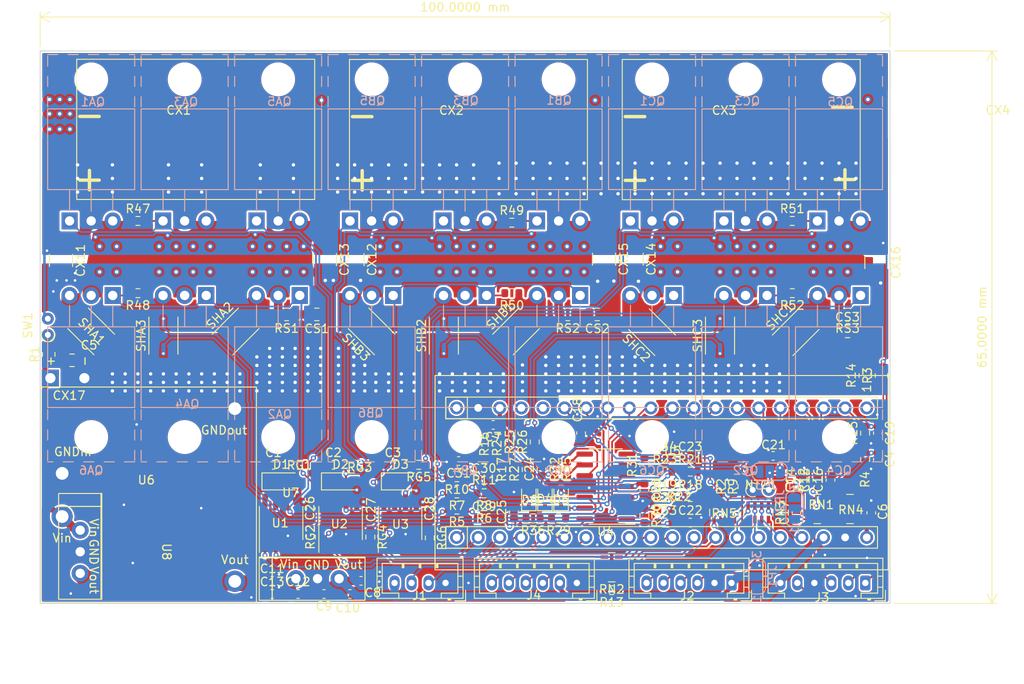
<source format=kicad_pcb>
(kicad_pcb (version 20211014) (generator pcbnew)
  (layers (0 "F.Cu" signal) (1 "In1.Cu" signal) (2 "In2.Cu" signal) (31 "B.Cu" signal) (34 "B.Paste" user) (35 "F.Paste" user) (36 "B.SilkS" user "B.Silkscreen") (37 "F.SilkS" user "F.Silkscreen") (38 "B.Mask" user) (39 "F.Mask" user) (44 "Edge.Cuts" user))
  (net 0 "")
  (net 1 "Net-(C1-Pad1)")
  (net 2 "V12V")
  (net 3 "Net-(C3-Pad1)")
  (net 4 "VSENSE2")
  (net 5 "V3V3")
  (net 6 "Net-(C5-Pad1)")
  (net 7 "V5V")
  (net 8 "A_SHA_V+")
  (net 9 "GND")
  (net 10 "A_SHA_V-")
  (net 11 "Net-(J3-Pad2)")
  (net 12 "A_SHB_V+")
  (net 13 "A_SHC_V+")
  (net 14 "A_SHB_V-")
  (net 15 "A_SHC_V-")
  (net 16 "Net-(J3-Pad5)")
  (net 17 "VBAT")
  (net 18 "PHASE_A")
  (net 19 "Net-(C18-Pad1)")
  (net 20 "PHASE_B")
  (net 21 "Net-(C21-Pad1)")
  (net 22 "Net-(NT1-Pad1)")
  (net 23 "PHASE_C")
  (net 24 "Net-(NT3-Pad1)")
  (net 25 "Net-(NT5-Pad1)")
  (net 26 "Net-(RG1-Pad2)")
  (net 27 "Net-(C2-Pad1)")
  (net 28 "Net-(J3-Pad1)")
  (net 29 "HALL_A")
  (net 30 "HALL_B")
  (net 31 "HALL_C")
  (net 32 "Net-(R9-Pad2)")
  (net 33 "A_PHA_VSENSE")
  (net 34 "VSENSE")
  (net 35 "A_SHA_AMP")
  (net 36 "A_SHB_AMP")
  (net 37 "A_SHC_AMP")
  (net 38 "FET_TEMP")
  (net 39 "Net-(R18-Pad1)")
  (net 40 "A_THROTTLE")
  (net 41 "A_PHB_VSENSE")
  (net 42 "A_PHC_VSENSE")
  (net 43 "PB2 D_GPIO")
  (net 44 "PB10 D_GPIO")
  (net 45 "Net-(R20-Pad1)")
  (net 46 "Net-(R21-Pad1)")
  (net 47 "A_OVERLIMIT")
  (net 48 "LIN_A")
  (net 49 "LIN_B")
  (net 50 "LIN_C")
  (net 51 "HIN_A")
  (net 52 "HIN_B")
  (net 53 "HIN_C")
  (net 54 "Net-(R23-Pad1)")
  (net 55 "Net-(R24-Pad1)")
  (net 56 "Net-(R26-Pad1)")
  (net 57 "Net-(R29-Pad2)")
  (net 58 "Net-(R30-Pad2)")
  (net 59 "Net-(R31-Pad2)")
  (net 60 "Net-(R32-Pad2)")
  (net 61 "Net-(RG2-Pad2)")
  (net 62 "Net-(RG3-Pad2)")
  (net 63 "Net-(RG4-Pad2)")
  (net 64 "Net-(CS1-Pad2)")
  (net 65 "Net-(CS2-Pad2)")
  (net 66 "Net-(CS3-Pad2)")
  (net 68 "Net-(RG5-Pad2)")
  (net 70 "Net-(R16-Pad1)")
  (net 71 "MOTOR_TEMP")
  (net 72 "Net-(J1-Pad3)")
  (net 73 "Net-(J1-Pad2)")
  (net 74 "Net-(RG6-Pad2)")
  (net 75 "PA15 TIM2 CH1")
  (net 76 "PB3 SCK TIM2CH2")
  (net 77 "PB4 MISO TIM3 CH1")
  (net 78 "PB5 MOSI TIM3 CH2")
  (net 79 "PB6 D_UART1_TX I2C1_SCL TIM4_CH1")
  (net 80 "PB7 D_UART1_RX I2C1_SDA TIM4_CH2")
  (net 81 "PB8 DI2C1_SCL TIM4_CH3")
  (net 82 "PB9 DI2C1_SDA TIM4_CH4")
  (net 83 "A_BRAKE")
  (net 84 "Net-(RN2-Pad1)")
  (net 85 "Vaux")
  (net 86 "Net-(JP2-Pad2)")
  (net 87 "Net-(RN2-Pad2)")
  (net 88 "Net-(RN2-Pad3)")
  (net 89 "Net-(RN2-Pad4)")
  (net 90 "Net-(RN3-Pad1)")
  (net 91 "Net-(RN3-Pad2)")
  (net 92 "Net-(RN3-Pad3)")
  (net 93 "Net-(RN3-Pad4)")
  (net 96 "Net-(J3-Pad3)")
  (net 97 "Net-(R2-Pad1)")
  (net 98 "Net-(R27-Pad1)")
  (net 99 "Net-(R1-Pad2)")
  (net 100 "/AU_GATESIG")
  (net 101 "/AL_GATESIG")
  (net 102 "/BU_GATESIG")
  (net 103 "/BL_GATESIG")
  (net 104 "/CU_GATESIG")
  (net 105 "/CL_GATESIG")
  (footprint "Capacitor_SMD:C_0603_1608Metric" (layer "F.Cu") (at 103.3 94 180)
    (fp_text reference "C7")
    (fp_text value "100n")
  )
  (footprint "Resistor_SMD:R_0603_1608Metric" (layer "F.Cu") (at 123.5 105.5)
    (fp_text reference "R33")
    (fp_text value "R150")
  )
  (footprint "Capacitor_SMD:C_0603_1608Metric" (layer "F.Cu") (at 88.85 103.825 -90)
    (fp_text reference "C27")
    (fp_text value "100n")
  )
  (footprint "Resistor_SMD:R_2512_6332Metric" (layer "F.Cu") (at 73 83 45)
    (fp_text reference "SHA2")
    (fp_text value "1mR")
  )
  (footprint "Diode_SMD:D_SOD-123" (layer "F.Cu") (at 92.4 100.65)
    (fp_text reference "D3")
    (fp_text value "SM4007")
  )
  (footprint "Diode_SMD:D_SOD-123" (layer "F.Cu") (at 78.35 100.65)
    (fp_text reference "D1")
    (fp_text value "SM4007")
  )
  (footprint "Resistor_SMD:R_0805_2012Metric" (layer "F.Cu") (at 99.0375 101.85 180)
    (fp_text reference "R7")
    (fp_text value "100k")
  )
  (footprint "CCC_ESC_Custom_parts:CAP_Polarized_SMD" (layer "F.Cu") (at 50.3 54.975)
    (fp_text reference "CX1")
    (fp_text value "470uF")
  )
  (footprint "Resistor_SMD:R_0805_2012Metric" (layer "F.Cu") (at 149 88.2 90)
    (fp_text reference "R3")
    (fp_text value "1M")
  )
  (footprint "Diode_SMD:D_SOD-323" (layer "F.Cu") (at 109.4 102.6 90)
    (fp_text reference "D4")
    (fp_text value "D_Small")
  )
  (footprint "CCC_ESC_Custom_parts:CAP_Polarized_SMD_simple" (layer "F.Cu") (at 146.695 54.975)
    (fp_text reference "CX4")
    (fp_text value "470uF")
  )
  (footprint "Resistor_SMD:R_Array_Concave_4x0603" (layer "F.Cu") (at 145.3 103.9 180)
    (fp_text reference "RN4")
    (fp_text value "10k")
  )
  (footprint "Resistor_SMD:R_0603_1608Metric" (layer "F.Cu") (at 108 105 180)
    (fp_text reference "R36")
    (fp_text value "R150")
  )
  (footprint "Capacitor_SMD:C_0603_1608Metric" (layer "F.Cu") (at 126.5 98)
    (fp_text reference "C23")
    (fp_text value "1nF")
  )
  (footprint "Resistor_SMD:R_2512_6332Metric" (layer "F.Cu") (at 138.905196 83.094804 45)
    (fp_text reference "SHC1")
    (fp_text value "1mR")
  )
  (footprint "Capacitor_SMD:C_0603_1608Metric" (layer "F.Cu") (at 148.575 94.975 -90)
    (fp_text reference "C19")
    (fp_text value "1nF")
  )
  (footprint "Diode_SMD:D_SOD-123" (layer "F.Cu") (at 85.35 100.65)
    (fp_text reference "D2")
    (fp_text value "SM4007")
  )
  (footprint "Resistor_SMD:R_0603_1608Metric" (layer "F.Cu") (at 123.5 104)
    (fp_text reference "R20")
    (fp_text value "2k2")
  )
  (footprint "Resistor_SMD:R_0603_1608Metric" (layer "F.Cu") (at 123.5 99.5)
    (fp_text reference "R23")
    (fp_text value "2k2")
  )
  (footprint "CCC_ESC_Custom_parts:PQDE6W" (layer "F.Cu") (at 50.045 89.545)
    (fp_text reference "U6")
    (fp_text value "PQDE6W-Q110")
  )
  (footprint "Resistor_SMD:R_2512_6332Metric" (layer "F.Cu") (at 106 83 45)
    (fp_text reference "SHB1")
    (fp_text value "1mR")
  )
  (footprint "Resistor_SMD:R_0603_1608Metric" (layer "F.Cu") (at 80.5 98.7 180)
    (fp_text reference "RG1")
    (fp_text value "4R7")
  )
  (footprint "Capacitor_SMD:C_1210_3225Metric" (layer "F.Cu") (at 83.5 74.55 -90)
    (fp_text reference "CX13")
    (fp_text value "4.7uF")
  )
  (footprint "Resistor_SMD:R_2512_6332Metric" (layer "F.Cu") (at 97.5 83.5 90)
    (fp_text reference "SHB2")
    (fp_text value "1mR")
  )
  (footprint "Resistor_SMD:R_0805_2012Metric" (layer "F.Cu") (at 145 81 180)
    (fp_text reference "RS3")
    (fp_text value "R")
  )
  (footprint "Resistor_SMD:R_0603_1608Metric" (layer "F.Cu") (at 105.75 99.25 90)
    (fp_text reference "R17")
    (fp_text value "8k2")
  )
  (footprint "Resistor_SMD:R_0603_1608Metric" (layer "F.Cu") (at 110.5 99.2 -90)
    (fp_text reference "R35")
    (fp_text value "R150")
  )
  (footprint "CCC_ESC_Custom_parts:CAP_Polaryzed" (layer "F.Cu") (at 51.2 88.5 90)
    (fp_text reference "CX17")
    (fp_text value "47uF")
  )
  (footprint "Capacitor_SMD:C_0603_1608Metric" (layer "F.Cu") (at 99.2375 98.25 180)
    (fp_text reference "C31")
    (fp_text value "47pF")
  )
  (footprint "Connector_JST:JST_PH_B6B-PH-K_1x06_P2.00mm_Vertical" (layer "F.Cu") (at 113.15 112.6 180)
    (fp_text reference "J4")
    (fp_text value "Conn_01x06")
  )
  (footprint "Resistor_SMD:R_0603_1608Metric" (layer "F.Cu") (at 107.25 99.25 90)
    (fp_text reference "R27")
    (fp_text value "10k")
  )
  (footprint "Resistor_SMD:R_0603_1608Metric" (layer "F.Cu") (at 112 99.2 90)
    (fp_text reference "R32")
    (fp_text value "22k")
  )
  (footprint "Resistor_SMD:R_2512_6332Metric" (layer "F.Cu") (at 130 83.5 90)
    (fp_text reference "SHC3")
    (fp_text value "1mR")
  )
  (footprint "Resistor_SMD:R_0603_1608Metric" (layer "F.Cu") (at 125.2 101 180)
    (fp_text reference "R22")
    (fp_text value "2k2")
  )
  (footprint "Capacitor_SMD:C_0603_1608Metric" (layer "F.Cu") (at 102.2375 105.05)
    (fp_text reference "C29")
    (fp_text value "47pF")
  )
  (footprint "Resistor_SMD:R_0805_2012Metric" (layer "F.Cu") (at 147.1 88.2 90)
    (fp_text reference "R14")
    (fp_text value "1M")
  )
  (footprint "Resistor_SMD:R_Array_Concave_4x0603" (layer "F.Cu") (at 117.25 110.75 180)
    (fp_text reference "RN2")
    (fp_text value "100R")
  )
  (footprint "Capacitor_SMD:C_0603_1608Metric" (layer "F.Cu") (at 147.8 104.35 90)
    (fp_text reference "C6")
    (fp_text value "100n")
  )
  (footprint "Resistor_SMD:R_0603_1608Metric" (layer "F.Cu") (at 111 105 180)
    (fp_text reference "R29")
    (fp_text value "220k")
  )
  (footprint "Resistor_SMD:R_0603_1608Metric" (layer "F.Cu") (at 123.5 98)
    (fp_text reference "R34")
    (fp_text value "R150")
  )
  (footprint "Resistor_SMD:R_2512_6332Metric" (layer "F.Cu") (at 56 83 135)
    (fp_text reference "SHA1")
    (fp_text value "1mR")
  )
  (footprint "Capacitor_SMD:C_0603_1608Metric" (layer "F.Cu") (at 113.65 94.95 -90)
    (fp_text reference "C18")
    (fp_text value "100n")
  )
  (footprint "Capacitor_SMD:C_0805_2012Metric" (layer "F.Cu") (at 145 83)
    (fp_text reference "CS3")
    (fp_text value "C")
  )
  (footprint "Resistor_SMD:R_0603_1608Metric" (layer "F.Cu") (at 61.5 78.5 180)
    (fp_text reference "R48")
    (fp_text value "1M")
  )
  (footprint "Capacitor_SMD:C_0603_1608Metric" (layer "F.Cu") (at 86.45 113.9)
    (fp_text reference "C10")
    (fp_text value "10uF")
  )
  (footprint "Resistor_SMD:R_Array_Concave_4x0603" (layer "F.Cu") (at 134.5 104.3 -90)
    (fp_text reference "RN3")
    (fp_text value "100R")
  )
  (footprint "Resistor_SMD:R_0603_1608Metric" (layer "F.Cu") (at 105.5 78.5 180)
    (fp_text reference "R50")
    (fp_text value "1M")
  )
  (footprint "Resistor_SMD:R_0603_1608Metric" (layer "F.Cu") (at 103.7 96.25 90)
    (fp_text reference "R16")
    (fp_text value "1k")
  )
  (footprint "Resistor_SMD:R_0603_1608Metric" (layer "F.Cu") (at 106.7 96 90)
    (fp_text reference "R25")
    (fp_text value "2k2")
  )
  (footprint "Diode_SMD:D_SOD-323" (layer "F.Cu") (at 111.3 102.6 90)
    (fp_text reference "D5")
    (fp_text value "D_Small")
  )
  (footprint "Resistor_SMD:R_0603_1608Metric" (layer "F.Cu") (at 105.2 96.25 90)
    (fp_text reference "R24")
    (fp_text value "47k")
  )
  (footprint "Resistor_SMD:R_0805_2012Metric" (layer "F.Cu") (at 99.0375 103.75 180)
    (fp_text reference "R5")
    (fp_text value "100k")
  )
  (footprint "Resistor_THT:R_Axial_DIN0204_L3.6mm_D1.6mm_P1.90mm_Vertical" (layer "F.Cu") (at 50.9 83.405 90)
    (fp_text reference "SW1")
    (fp_text value "Conn_01x02")
  )
  (footprint "Resistor_SMD:R_0603_1608Metric" (layer "F.Cu") (at 131.6 101.2625 90)
    (fp_text reference "R2")
    (fp_text value "2k2")
  )
  (footprint "Resistor_SMD:R_Array_Concave_4x0603" (layer "F.Cu") (at 141.45 103.9)
    (fp_text reference "RN1")
    (fp_text value "10k")
  )
  (footprint "Resistor_SMD:R_0603_1608Metric" (layer "F.Cu") (at 121.1 98.7 90)
    (fp_text reference "R31")
    (fp_text value "22k")
  )
  (footprint "Capacitor_SMD:C_0603_1608Metric" (layer "F.Cu") (at 141.45 100.5 90)
    (fp_text reference "C15")
    (fp_text value "1n5")
  )
  (footprint "Resistor_SMD:R_2512_6332Metric" (layer "F.Cu") (at 64.5 83.5 90)
    (fp_text reference "SHA3")
    (fp_text value "1mR")
  )
  (footprint "Capacitor_SMD:C_1210_3225Metric" (layer "F.Cu") (at 119.6 74.5 -90)
    (fp_text reference "CX14")
    (fp_text value "4.7uF")
  )
  (footprint "Capacitor_SMD:C_0805_2012Metric" (layer "F.Cu") (at 82.55 81 180)
    (fp_text reference "CS1")
    (fp_text value "C")
  )
  (footprint "Resistor_SMD:R_0603_1608Metric" (layer "F.Cu") (at 123.5 102.5)
    (fp_text reference "R19")
    (fp_text value "2k2")
  )
  (footprint "Resistor_SMD:R_0603_1608Metric" (layer "F.Cu") (at 102.2375 103.55 180)
    (fp_text reference "R6")
    (fp_text value "3k3")
  )
  (footprint "Capacitor_SMD:C_0603_1608Metric" (layer "F.Cu") (at 139.9 100.5 90)
    (fp_text reference "C14")
    (fp_text value "1n5")
  )
  (footprint "Resistor_SMD:R_0603_1608Metric" (layer "F.Cu") (at 95.85 107.3 -90)
    (fp_text reference "RG6")
    (fp_text value "4R7")
  )
  (footprint "Capacitor_SMD:C_0603_1608Metric" (layer "F.Cu") (at 121.1 101.675 -90)
    (fp_text reference "C20")
    (fp_text value "100n")
  )
  (footprint "Resistor_SMD:R_0603_1608Metric" (layer "F.Cu") (at 138.5 78.5 180)
    (fp_text reference "R52")
    (fp_text value "1M")
  )
  (footprint "Connector_JST:JST_PH_B6B-PH-K_1x06_P2.00mm_Vertical" (layer "F.Cu") (at 131.35 112.6 180)
    (fp_text reference "J2")
    (fp_text value "Conn_01x06")
  )
  (footprint "Capacitor_SMD:C_0603_1608Metric" (layer "F.Cu") (at 139 104.35 90)
    (fp_text reference "C17")
    (fp_text value "1n5")
  )
  (footprint "CCC_ESC_Custom_parts:TO220_replacement_module" (layer "F.Cu") (at 57.25 103.85 -90)
    (fp_text reference "U8")
    (fp_text value "TO220_replacement_module")
  )
  (footprint "Capacitor_SMD:C_0603_1608Metric" (layer "F.Cu") (at 81.85 103.85 -90)
    (fp_text reference "C26")
    (fp_text value "100n")
  )
  (footprint "Capacitor_SMD:C_0603_1608Metric" (layer "F.Cu") (at 102.2375 100.55)
    (fp_text reference "C30")
    (fp_text value "47pF")
  )
  (footprint "CCC_ESC_Custom_parts:TO220_replacement_module" (layer "F.Cu") (at 77.555 109.555)
    (fp_text reference "U7")
    (fp_text value "TO220_replacement_module")
  )
  (footprint "Capacitor_SMD:C_0603_1608Metric" (layer "F.Cu") (at 109 99.2 90)
    (fp_text reference "C24")
    (fp_text value "1nF")
  )
  (footprint "Resistor_SMD:R_0603_1608Metric" (layer "F.Cu") (at 147.075 94.975 90)
    (fp_text reference "R15")
    (fp_text value "33k")
  )
  (footprint "Resistor_SMD:R_0603_1608Metric" (layer "F.Cu") (at 121.1 104.675 -90)
    (fp_text reference "R30")
    (fp_text value "22k")
  )
  (footprint "Capacitor_SMD:C_0603_1608Metric" (layer "F.Cu") (at 105.75 104.25 90)
    (fp_text reference "C25")
    (fp_text value "1nF")
  )
  (footprint "Resistor_SMD:R_0603_1608Metric" (layer "F.Cu") (at 130.1 101.2625 -90)
    (fp_text reference "R9")
    (fp_text value "2k2")
  )
  (footprint "Capacitor_SMD:C_0603_1608Metric" (layer "F.Cu") (at 91.5 98.7)
    (fp_text reference "C3")
    (fp_text value "10uF")
  )
  (footprint "Resistor_SMD:R_0603_1608Metric" (layer "F.Cu") (at 88.85 107.2 -90)
    (fp_text reference "RG4")
    (fp_text value "4R7")
  )
  (footprint "Resistor_SMD:R_0603_1608Metric" (layer "F.Cu") (at 126.5 99.5)
    (fp_text reference "R21")
    (fp_text value "47k")
  )
  (footprint "Diode_SMD:D_SOD-323" (layer "F.Cu") (at 107.5 102.6 90)
    (fp_text reference "D6")
    (fp_text value "D_Small")
  )
  (footprint "Capacitor_SMD:C_1210_3225Metric" (layer "F.Cu") (at 86.75 74.55 -90)
    (fp_text reference "CX12")
    (fp_text value "4.7uF")
  )
  (footprint "Capacitor_SMD:C_0603_1608Metric" (layer "F.Cu") (at 87.75 112.35)
    (fp_text reference "C8")
    (fp_text value "10uF")
  )
  (footprint "Capacitor_SMD:C_1210_3225Metric" (layer "F.Cu") (at 116.35 74.5 -90)
    (fp_text reference "CX15")
    (fp_text value "4.7uF")
  )
  (footprint "Resistor_SMD:R_0603_1608Metric" (layer "F.Cu") (at 87.55 98.7 180)
    (fp_text reference "RG3")
    (fp_text value "4R7")
  )
  (footprint "Capacitor_SMD:C_0603_1608Metric" (layer "F.Cu") (at 77.45 98.7)
    (fp_text reference "C1")
    (fp_text value "10uF")
  )
  (footprint "Capacitor_SMD:C_0603_1608Metric" (layer "F.Cu") (at 80.35 113.9)
    (fp_text reference "C12")
    (fp_text value "10uF")
  )
  (footprint "Resistor_SMD:R_0805_2012Metric" (layer "F.Cu") (at 79 81 180)
    (fp_text reference "RS1")
    (fp_text value "R")
  )
  (footprint "Resistor_SMD:R_0603_1608Metric" (layer "F.Cu") (at 105.5 70.2)
    (fp_text reference "R49")
    (fp_text value "1M")
  )
  (footprint "Capacitor_SMD:C_0603_1608Metric" (layer "F.Cu") (at 84.5 98.7)
    (fp_text reference "C2")
    (fp_text value "10uF")
  )
  (footprint "Resistor_SMD:R_0603_1608Metric" (layer "F.Cu") (at 108.2 96 90)
    (fp_text reference "R26")
    (fp_text value "2k2")
  )
  (footprint "Capacitor_SMD:C_0603_1608Metric" (layer "F.Cu") (at 126.5 105.5)
    (fp_text reference "C22")
    (fp_text value "1nF")
  )
  (footprint "Capacitor_SMD:C_0805_2012Metric" (layer "F.Cu") (at 53.75 86.4)
    (fp_text reference "C5")
    (fp_text value "100nF")
  )
  (footprint "Package_SO:SOIC-14_3.9x8.7mm_P1.27mm" (layer "F.Cu") (at 116.55 101.25 180)
    (fp_text reference "U4")
    (fp_text value "NCS20074D")
  )
  (footprint "Resistor_SMD:R_0603_1608Metric" (layer "F.Cu") (at 102.2375 99.05 180)
    (fp_text reference "R11")
    (fp_text value "3k3")
  )
  (footprint "Capacitor_SMD:C_0603_1608Metric" (layer "F.Cu") (at 77.3 113.9)
    (fp_text reference "C13")
    (fp_text value "10uF")
  )
  (footprint "CCC_ESC_Custom_parts:CAP_Polarized_SMD" (layer "F.Cu") (at 82.395 55)
    (fp_text reference "CX2")
    (fp_text value "470uF")
  )
  (footprint "CCC_ESC_Custom_parts:CAP_Polarized_SMD" (layer "F.Cu") (at 114.495 55)
    (fp_text reference "CX3")
    (fp_text value "470uF")
  )
  (footprint "Resistor_SMD:R_0603_1608Metric" (layer "F.Cu") (at 126.5 102.5)
    (fp_text reference "R18")
    (fp_text value "47k")
  )
  (footprint "Resistor_SMD:R_0603_1608Metric" (layer "F.Cu") (at 147.075 98.075 90)
    (fp_text reference "R4")
    (fp_text value "33k")
  )
  (footprint "Resistor_SMD:R_0603_1608Metric" (layer "F.Cu") (at 94.55 98.7 180)
    (fp_text reference "RG5")
    (fp_text value "4R7")
  )
  (footprint "Capacitor_SMD:C_0603_1608Metric" (layer "F.Cu") (at 95.85 103.8 -90)
    (fp_text reference "C28")
    (fp_text value "100n")
  )
  (footprint "Capacitor_SMD:C_0603_1608Metric" (layer "F.Cu") (at 77.3 112.35)
    (fp_text reference "C11")
    (fp_text value "10uF")
  )
  (footprint "Capacitor_SMD:C_0603_1608Metric" (layer "F.Cu") (at 143 100.5 90)
    (fp_text reference "C16")
    (fp_text value "1n5")
  )
  (footprint "Resistor_SMD:R_0603_1608Metric" (layer "F.Cu") (at 81.85 107.2 -90)
    (fp_text reference "RG2")
    (fp_text value "4R7")
  )
  (footprint "Capacitor_SMD:C_1210_3225Metric" (layer "F.Cu") (at 52.45 74.65 -90)
    (fp_text reference "CX11")
    (fp_text value "4.7uF")
  )
  (footprint "Resistor_THT:R_Axial_DIN0204_L3.6mm_D1.6mm_P1.90mm_Vertical" (layer "F.Cu") (at 133.845 101.65)
    (fp_text reference "NTC1")
    (fp_text value "Conn_01x02")
  )
  (footprint "Resistor_SMD:R_0603_1608Metric" (layer "F.Cu") (at 61.5 70)
    (fp_text reference "R47")
    (fp_text value "1M")
  )
  (footprint "CCC_ESC_Custom_parts:Blackpill_STM32F401CEU6" (layer "F.Cu") (at 96.46 111.05 90)
    (fp_text reference "U5")
    (fp_text value "STM32F401CCU6_Balckpill")
  )
  (footprint "Resistor_SMD:R_0603_1608Metric" (layer "F.Cu") (at 138.35 100.5 -90)
    (fp_text reference "R12")
    (fp_text value "10k")
  )
  (footprint "Package_SO:SOIC-8_3.9x4.9mm_P1.27mm" (layer "F.Cu") (at 78.35 105.55 90)
    (fp_text reference "U1")
    (fp_text value "NCP5183")
  )
  (footprint "Resistor_SMD:R_2512_6332Metric" (layer "F.Cu") (at 122 83.094804 135)
    (fp_text reference "SHC2")
    (fp_text value "1mR")
  )
  (footprint "Capacitor_SMD:C_0603_1608Metric" (layer "F.Cu") (at 148.575 98.075 -90)
    (fp_text reference "C4")
    (fp_text value "1nF")
  )
  (footprint "Package_SO:SOIC-8_3.9x4.9mm_P1.27mm" (layer "F.Cu") (at 85.35 105.55 90)
    (fp_text reference "U2")
    (fp_text value "NCP5183")
  )
  (footprint "Capacitor_SMD:C_0603_1608Metric" (layer "F.Cu") (at 83.4 113.9 180)
    (fp_text reference "C9")
    (fp_text value "10uF")
  )
  (footprint "Capacitor_SMD:C_1210_3225Metric" (layer "F.Cu") (at 148.4 74.9 -90)
    (fp_text reference "CX16")
    (fp_text value "4.7uF")
  )
  (footprint "Resistor_SMD:R_Array_Concave_4x0603" (layer "F.Cu") (at 130.5 104.3125 90)
    (fp_text reference "RN5")
    (fp_text value "620R")
  )
  (footprint "Connector_JST:JST_PH_B4B-PH-K_1x04_P2.00mm_Vertical" (layer "F.Cu") (at 97.7 112.6 180)
    (fp_text reference "J1")
    (fp_text value "Conn_01x04")
  )
  (footprint "Connector_JST:JST_PH_B6B-PH-K_1x06_P2.00mm_Vertical" (layer "F.Cu") (at 147.1 112.6 180)
    (fp_text reference "J3")
    (fp_text value "Conn_01x06")
  )
  (footprint "Resistor_SMD:R_0603_1608Metric" (layer "F.Cu") (at 138.5 70)
    (fp_text reference "R51")
    (fp_text value "1M")
  )
  (footprint "Capacitor_SMD:C_0603_1608Metric" (layer "F.Cu") (at 136.25 97.65 180)
    (fp_text reference "C21")
    (fp_text value "100n")
  )
  (footprint "Capacitor_SMD:C_0805_2012Metric" (layer "F.Cu") (at 115.55 81 180)
    (fp_text reference "CS2")
    (fp_text value "C")
  )
  (footprint "Resistor_SMD:R_0805_2012Metric" (layer "F.Cu") (at 51 85.7 90)
    (fp_text reference "R1")
    (fp_text value "2R2")
  )
  (footprint "Resistor_SMD:R_2512_6332Metric" (layer "F.Cu") (at 89 83 135)
    (fp_text reference "SHB3")
    (fp_text value "1mR")
  )
  (footprint "Resistor_SMD:R_0805_2012Metric" (layer "F.Cu") (at 112.0875 81 180)
    (fp_text reference "RS2")
    (fp_text value "R")
  )
  (footprint "Package_SO:SOIC-8_3.9x4.9mm_P1.27mm" (layer "F.Cu") (at 92.35 105.55 90)
    (fp_text reference "U3")
    (fp_text value "NCP5183")
  )
  (footprint "Resistor_SMD:R_0603_1608Metric" (layer "F.Cu") (at 117.25 113.45 180)
    (fp_text reference "R13")
    (fp_text value "2k2")
  )
  (footprint "Resistor_SMD:R_0805_2012Metric" (layer "F.Cu") (at 99.0375 99.95 180)
    (fp_text reference "R10")
    (fp_text value "100k")
  )
  (footprint "Resistor_SMD:R_0603_1608Metric" (layer "F.Cu") (at 102.2375 102.05 180)
    (fp_text reference "R8")
    (fp_text value "3k3")
  )
  (footprint "Jumper:SolderJumper-3_P1.3mm_Open_RoundedPad1.0x1.5mm_NumberLabels" (layer "B.Cu") (at 134.35 111.85 90)
    (fp_text reference "JP1")
    (fp_text value "SolderJumper_3_Open")
  )
  (footprint "NetTie:NetTie-2_SMD_Pad0.5mm" (layer "B.Cu") (at 97.5 82 -90)
    (fp_text reference "NT3" hide)
    (fp_text value "NetTie_2")
  )
  (footprint "Package_TO_SOT_THT:TO-220-3_Horizontal_TabUp" (layer "B.Cu") (at 102.54 78.77 180)
    (fp_text reference "QB4")
    (fp_text value "MDP10N027")
  )
  (footprint "Package_TO_SOT_THT:TO-220-3_Horizontal_TabUp" (layer "B.Cu") (at 86.46 70)
    (fp_text reference "QB5")
    (fp_text value "MDP10N027")
  )
  (footprint "Package_TO_SOT_THT:TO-220-3_Horizontal_TabUp" (layer "B.Cu") (at 64.46 70)
    (fp_text reference "QA3")
    (fp_text value "MDP10N027")
  )
  (footprint "Package_TO_SOT_THT:TO-220-3_Horizontal_TabUp" (layer "B.Cu") (at 124.54 78.77 180)
    (fp_text reference "QC6")
    (fp_text value "MDP10N027")
  )
  (footprint "Package_TO_SOT_THT:TO-220-3_Horizontal_TabUp" (layer "B.Cu") (at 141.46 70)
    (fp_text reference "QC5")
    (fp_text value "MDP10N027")
  )
  (footprint "NetTie:NetTie-2_SMD_Pad0.5mm" (layer "B.Cu") (at 130 85.1 90)
    (fp_text reference "NT6" hide)
    (fp_text value "NetTie_2")
  )
  (footprint "Package_TO_SOT_THT:TO-220-3_Horizontal_TabUp" (layer "B.Cu") (at 146.54 78.77 180)
    (fp_text reference "QC4")
    (fp_text value "MDP10N027")
  )
  (footprint "NetTie:NetTie-2_SMD_Pad0.5mm" (layer "B.Cu") (at 64.5 85.1 90)
    (fp_text reference "NT2" hide)
    (fp_text value "NetTie_2")
  )
  (footprint "NetTie:NetTie-2_SMD_Pad0.5mm" (layer "B.Cu") (at 64.5 82 -90)
    (fp_text reference "NT1" hide)
    (fp_text value "NetTie_2")
  )
  (footprint "Jumper:SolderJumper-3_P1.3mm_Open_RoundedPad1.0x1.5mm_NumberLabels" (layer "B.Cu") (at 135.85 99.5 180)
    (fp_text reference "JP3")
    (fp_text value "SolderJumper_3_Open")
  )
  (footprint "Package_TO_SOT_THT:TO-220-3_Horizontal_TabUp" (layer "B.Cu") (at 58.54 78.77 180)
    (fp_text reference "QA6")
    (fp_text value "MDP10N027")
  )
  (footprint "Package_TO_SOT_THT:TO-220-3_Horizontal_TabUp" (layer "B.Cu") (at 91.54 78.77 180)
    (fp_text reference "QB6")
    (fp_text value "MDP10N027")
  )
  (footprint "Package_TO_SOT_THT:TO-220-3_Horizontal_TabUp" (layer "B.Cu") (at 113.54 78.77 180)
    (fp_text reference "QB2")
    (fp_text value "MDP10N027")
  )
  (footprint "Package_TO_SOT_THT:TO-220-3_Horizontal_TabUp" (layer "B.Cu") (at 75.46 70)
    (fp_text reference "QA5")
    (fp_text value "MDP10N027")
  )
  (footprint "Jumper:SolderJumper-3_P1.3mm_Open_RoundedPad1.0x1.5mm_NumberLabels" (layer "B.Cu") (at 138.75 103.85 90)
    (fp_text reference "JP2")
    (fp_text value "SolderJumper_3_Open")
  )
  (footprint "NetTie:NetTie-2_SMD_Pad0.5mm" (layer "B.Cu") (at 97.5 85.1 90)
    (fp_text reference "NT4" hide)
    (fp_text value "NetTie_2")
  )
  (footprint "Package_TO_SOT_THT:TO-220-3_Horizontal_TabUp" (layer "B.Cu") (at 53.46 70)
    (fp_text reference "QA1")
    (fp_text value "MDP10N027")
  )
  (footprint "Package_TO_SOT_THT:TO-220-3_Horizontal_TabUp" (layer "B.Cu") (at 97.46 70)
    (fp_text reference "QB3")
    (fp_text value "MDP10N027")
  )
  (footprint "Package_TO_SOT_THT:TO-220-3_Horizontal_TabUp" (layer "B.Cu") (at 130.46 70)
    (fp_text reference "QC3")
    (fp_text value "MDP10N027")
  )
  (footprint "Package_TO_SOT_THT:TO-220-3_Horizontal_TabUp" (layer "B.Cu") (at 69.54 78.77 180)
    (fp_text reference "QA4")
    (fp_text value "MDP10N027")
  )
  (footprint "Package_TO_SOT_THT:TO-220-3_Horizontal_TabUp" (layer "B.Cu") (at 135.54 78.77 180)
    (fp_text reference "QC2")
    (fp_text value "MDP10N027")
  )
  (footprint "NetTie:NetTie-2_SMD_Pad0.5mm" (layer "B.Cu") (at 130 82 -90)
    (fp_text reference "NT5" hide)
    (fp_text value "NetTie_2")
  )
  (footprint "Package_TO_SOT_THT:TO-220-3_Horizontal_TabUp" (layer "B.Cu") (at 119.46 70)
    (fp_text reference "QC1")
    (fp_text value "MDP10N027")
  )
  (footprint "Package_TO_SOT_THT:TO-220-3_Horizontal_TabUp" (layer "B.Cu") (at 80.544 78.77 180)
    (fp_text reference "QA2")
    (fp_text value "MDP10N027")
  )
  (footprint "Package_TO_SOT_THT:TO-220-3_Horizontal_TabUp" (layer "B.Cu") (at 108.46 70)
    (fp_text reference "QB1")
    (fp_text value "MDP10N027")
  )
  (gr_rect (start 50 50) (end 150 115) (layer "Edge.Cuts") (width 0.1) (fill none))
  (dimension (type aligned) (layer "F.SilkS") (pts (xy 50 50) (xy 150 50)) (height -4) (gr_text "100.0000 mm" (at 100 44.85) (layer "F.SilkS") (effects (font (size 1 1) (thickness 0.15)))) (format (units 3) (units_format 1) (precision 4)) (style (thickness 0.1) (arrow_length 1.27) (text_position_mode 0) (extension_height 0.58642) (extension_offset 0.5) keep_text_aligned))
  (dimension (type aligned) (layer "F.SilkS") (pts (xy 150 50) (xy 150 115)) (height -12) (gr_text "65.0000 mm" (at 160.85 82.5 90) (layer "F.SilkS") (effects (font (size 1 1) (thickness 0.15)))) (format (units 3) (units_format 1) (precision 4)) (style (thickness 0.1) (arrow_length 1.27) (text_position_mode 0) (extension_height 0.58642) (extension_offset 0.5) keep_text_aligned))
  (segment (start 76.445 103.075) (end 76.7 102.82) (width 0.25) (layer "F.Cu") (net 1))
  (segment (start 76.7 100.55) (end 76.7 98.925) (width 0.25) (layer "F.Cu") (net 1))
  (segment (start 76.7 102.82) (end 76.7 100.55) (width 0.25) (layer "F.Cu") (net 1))
  (segment (start 55.739511 112.499511) (end 72.810489 112.499511) (width 2) (layer "F.Cu") (net 2))
  (segment (start 80.255 103.075) (end 81.025 103.075) (width 1) (layer "F.Cu") (net 2))
  (segment (start 72.86 112.45) (end 72.905 112.405) (width 0.2) (layer "F.Cu") (net 2))
  (segment (start 54.71 111.47) (end 55.739511 112.499511) (width 2) (layer "F.Cu") (net 2))
  (segment (start 87.25 101.65) (end 87.25 100.8) (width 1) (layer "F.Cu") (net 2))
  (segment (start 88.825 103.075) (end 88.8 103.05) (width 0.25) (layer "F.Cu") (net 2))
  (segment (start 94.405 103.025) (end 94.25 102.87) (width 0.25) (layer "F.Cu") (net 2))
  (segment (start 72.82 112.87) (end 72.82 112.62) (width 0.2) (layer "F.Cu") (net 2))
  (segment (start 72.810489 112.499511) (end 72.86 112.45) (width 2) (layer "F.Cu") (net 2))
  (segment (start 72.82 112.62) (end 73.24 112.2) (width 1) (layer "F.Cu") (net 2))
  (segment (start 80.25 101.9) (end 80.25 103.05) (width 1) (layer "F.Cu") (net 2))
  (segment (start 81.725 103.075) (end 81.85 103.075) (width 1) (layer "F.Cu") (net 2))
  (segment (start 81.025 103.075) (end 81.725 103.075) (width 1) (layer "F.Cu") (net 2))
  (segment (start 88.8 103.05) (end 88.05 103.05) (width 0.25) (layer "F.Cu") (net 2))
  (segment (start 80.25 103.07) (end 80.255 103.075) (width 0.25) (layer "F.Cu") (net 2))
  (segment (start 80.25 103.05) (end 80.25 103.07) (width 0.25) (layer "F.Cu") (net 2))
  (segment (start 87.255 103.075) (end 87.25 103.07) (width 0.25) (layer "F.Cu") (net 2))
  (segment (start 80.05 112.15) (end 79.6 112.6) (width 0.5) (layer "F.Cu") (net 2))
  (segment (start 94.25 101.75) (end 94.25 102.87) (width 1) (layer "F.Cu") (net 2))
  (segment (start 87.255 103.075) (end 88.825 103.075) (width 1) (layer "F.Cu") (net 2))
  (segment (start 76.255 112.62) (end 76.525 112.35) (width 0.2) (layer "F.Cu") (net 2))
  (segment (start 95.025 103.075) (end 95.8 103.075) (width 1) (layer "F.Cu") (net 2))
  (segment (start 87.25 103.07) (end 87.25 101.65) (width 1) (layer "F.Cu") (net 2))
  (segment (start 94.255 103.075) (end 95.025 103.075) (width 1) (layer "F.Cu") (net 2))
  (segment (start 79.6 112.6) (end 79.6 113.875) (width 1) (layer "F.Cu") (net 2))
  (segment (start 80 100.55) (end 80.25 100.8) (width 1) (layer "F.Cu") (net 2))
  (segment (start 87.25 100.8) (end 87 100.55) (width 0.25) (layer "F.Cu") (net 2))
  (segment (start 76.375 112.2) (end 76.525 112.35) (width 1) (layer "F.Cu") (net 2))
  (segment (start 75.675 113.05) (end 76.525 113.9) (width 1) (layer "F.Cu") (net 2))
  (segment (start 73 113.05) (end 75.675 113.05) (width 1) (layer "F.Cu") (net 2))
  (segment (start 80.25 100.8) (end 80.25 101.9) (width 1) (layer "F.Cu") (net 2))
  (segment (start 95.8 103.075) (end 95.85 103.025) (width 0.2) (layer "F.Cu") (net 2))
  (segment (start 73.24 112.2) (end 76.375 112.2) (width 1) (layer "F.Cu") (net 2))
  (segment (start 94.25 100.6) (end 94.15 100.5) (width 0.25) (layer "F.Cu") (net 2))
  (segment (start 73 113.05) (end 72.82 112.87) (width 0.2) (layer "F.Cu") (net 2))
  (segment (start 79.6 113.875) (end 79.575 113.9) (width 0.2) (layer "F.Cu") (net 2))
  (segment (start 94.25 101.75) (end 94.25 100.6) (width 1) (layer "F.Cu") (net 2))
  (via (at 88.05 103.05) (size 0.6) (drill 0.3) (layers "F.Cu" "B.Cu") (net 2))
  (via (at 81.025 103.075) (size 0.6) (drill 0.3) (layers "F.Cu" "B.Cu") (net 2))
  (via (at 80.25 101.9) (size 0.6) (drill 0.3) (layers "F.Cu" "B.Cu") (net 2))
  (via (at 87.25 101.65) (size 0.6) (drill 0.3) (layers "F.Cu" "B.Cu") (net 2))
  (via (at 94.25 101.75) (size 0.6) (drill 0.3) (layers "F.Cu" "B.Cu") (net 2))
  (via (at 95.025 103.075) (size 0.6) (drill 0.3) (layers "F.Cu" "B.Cu") (net 2))
  (segment (start 90.7 102.92) (end 90.7 99.025) (width 0.25) (layer "F.Cu") (net 3))
  (segment (start 90.595 103.025) (end 90.7 102.92) (width 0.25) (layer "F.Cu") (net 3))
  (segment (start 147.075 97.25) (end 146.8 96.975) (width 0.2) (layer "F.Cu") (net 4))
  (segment (start 149.6 96.275) (end 148.575 97.3) (width 0.2) (layer "F.Cu") (net 4))
  (segment (start 149.0125 89.1125) (end 149.6 89.7) (width 0.2) (layer "F.Cu") (net 4))
  (segment (start 149 89.1125) (end 149.0125 89.1125) (width 0.2) (layer "F.Cu") (net 4))
  (segment (start 148.575 97.3) (end 147.8 97.3) (width 0.2) (layer "F.Cu") (net 4))
  (segment (start 147.8 97.3) (end 147.125 97.3) (width 0.2) (layer "F.Cu") (net 4))
  (segment (start 115.9495 103.2495) (end 115.7005 103.0005) (width 0.2) (layer "F.Cu") (net 4))
  (segment (start 112.9095 103.79) (end 113.775 103.79) (width 0.2) (layer "F.Cu") (net 4))
  (segment (start 112.9 103.7995) (end 112.9095 103.79) (width 0.2) (layer "F.Cu") (net 4))
  (segment (start 111.4495 103.7995) (end 111.3 103.65) (width 0.2) (layer "F.Cu") (net 4))
  (segment (start 112.9 103.7995) (end 111.4495 103.7995) (width 0.2) (layer "F.Cu") (net 4))
  (segment (start 115.7005 99.801) (end 115.7 99.8005) (width 0.2) (layer "F.Cu") (net 4))
  (segment (start 147.125 97.3) (end 147.075 97.25) (width 0.2) (layer "F.Cu") (net 4))
  (segment (start 115.7 99.8005) (end 115.7005 99.8) (width 0.2) (layer "F.Cu") (net 4))
  (segment (start 115.9495 103.87598) (end 115.9495 103.2495) (width 0.2) (layer "F.Cu") (net 4))
  (segment (start 115.7005 103.0005) (end 115.7005 99.801) (width 0.2) (layer "F.Cu") (net 4))
  (segment (start 107.5 103.65) (end 111.3 103.65) (width 0.2) (layer "F.Cu") (net 4))
  (segment (start 148.5 88.9125) (end 149.10002 89.51252) (width 0.2) (layer "F.Cu") (net 4))
  (segment (start 149.6 89.7) (end 149.6 96.275) (width 0.2) (layer "F.Cu") (net 4))
  (via (at 112.9 103.7995) (size 0.6) (drill 0.3) (layers "F.Cu" "B.Cu") (net 4))
  (via (at 115.9495 103.87598) (size 0.6) (drill 0.3) (layers "F.Cu" "B.Cu") (net 4))
  (via (at 115.7 99.8005) (size 0.6) (drill 0.3) (layers "F.Cu" "B.Cu") (net 4))
  (via (at 147.8 97.3) (size 0.6) (drill 0.3) (layers "F.Cu" "B.Cu") (net 4))
  (segment (start 134.199511 100.549511) (end 132.59903 98.94903) (width 0.2) (layer "B.Cu") (net 4))
  (segment (start 137.481169 100.549511) (end 134.199511 100.549511) (width 0.2) (layer "B.Cu") (net 4))
  (segment (start 115.9495 103.87598) (end 112.97648 103.87598) (width 0.2) (layer "B.Cu") (net 4))
  (segment (start 147.8 97.3) (end 147.570479 97.529521) (width 0.2) (layer "B.Cu") (net 4))
  (segment (start 117.1005 98.4) (end 115.7 99.8005) (width 0.2) (layer "B.Cu") (net 4))
  (segment (start 126.62215 98.4) (end 117.1005 98.4) (width 0.2) (layer "B.Cu") (net 4))
  (segment (start 112.97648 103.87598) (end 112.9 103.7995) (width 0.2) (layer "B.Cu") (net 4))
  (segment (start 147.570479 97.579521) (end 145.2 99.95) (width 0.2) (layer "B.Cu") (net 4))
  (segment (start 132.59903 98.94903) (end 127.17118 98.94903) (width 0.2) (layer "B.Cu") (net 4))
  (segment (start 147.570479 97.529521) (end 147.570479 97.579521) (width 0.2) (layer "B.Cu") (net 4))
  (segment (start 127.17118 98.94903) (end 126.62215 98.4) (width 0.2) (layer "B.Cu") (net 4))
  (segment (start 138.08068 99.95) (end 137.481169 100.549511) (width 0.2) (layer "B.Cu") (net 4))
  (segment (start 145.2 99.95) (end 138.08068 99.95) (width 0.2) (layer "B.Cu") (net 4))
  (segment (start 127.5 102.325) (end 127.325 102.5) (width 0.2) (layer "F.Cu") (net 5))
  (segment (start 119 101.3) (end 120.008579 101.3) (width 0.5) (layer "F.Cu") (net 5))
  (segment (start 105.2 95.375) (end 105.2 95.125) (width 0.2) (layer "F.Cu") (net 5))
  (segment (start 146.15 102.9) (end 146.15 105.1) (width 0.5) (layer "F.Cu") (net 5))
  (segment (start 120.408579 100.9) (end 121.1 100.9) (width 0.5) (layer "F.Cu") (net 5))
  (segment (start 104.08 95.045) (end 103.7 95.425) (width 0.5) (layer "F.Cu") (net 5))
  (segment (start 104.08 92) (end 104.08 95.045) (width 0.5) (layer "F.Cu") (net 5))
  (segment (start 105.2 95.125) (end 104.075 94) (width 0.5) (layer "F.Cu") (net 5))
  (segment (start 138.925 100.8) (end 138.4 101.325) (width 0.2) (layer "F.Cu") (net 5))
  (segment (start 127.5 99.675) (end 127.325 99.5) (width 0.2) (layer "F.Cu") (net 5))
  (segment (start 127.5 100.2) (end 127.5 102.325) (width 0.2) (layer "F.Cu") (net 5))
  (segment (start 127.5 100.2) (end 127.5 99.675) (width 0.2) (layer "F.Cu") (net 5))
  (segment (start 147.775 105.1) (end 147.8 105.125) (width 0.2) (layer "F.Cu") (net 5))
  (segment (start 147.3 105.15) (end 147.26 105.19) (width 0.5) (layer "F.Cu") (net 5))
  (segment (start 120.008579 101.3) (end 120.408579 100.9) (width 0.5) (layer "F.Cu") (net 5))
  (segment (start 146.15 105.1) (end 147.775 105.1) (width 0.5) (layer "F.Cu") (net 5))
  (segment (start 147.26 105.19) (end 147.26 107.24) (width 0.5) (layer "F.Cu") (net 5))
  (segment (start 119.8 101.3995) (end 119.0995 101.3995) (width 0.2) (layer "F.Cu") (net 5))
  (segment (start 138.95 100.8) (end 138.925 100.8) (width 0.2) (layer "F.Cu") (net 5))
  (segment (start 119.0995 101.3995) (end 119 101.3) (width 0.2) (layer "F.Cu") (net 5))
  (via (at 127.5 100.2) (size 0.6) (drill 0.3) (layers "F.Cu" "B.Cu") (net 5))
  (via (at 120 101.2) (size 0.6) (drill 0.3) (layers "F.Cu" "B.Cu") (net 5))
  (via (at 134.65 110.55) (size 0.6) (drill 0.3) (layers "F.Cu" "B.Cu") (net 5))
  (via (at 138.95 100.8) (size 0.6) (drill 0.3) (layers "F.Cu" "B.Cu") (net 5))
  (segment (start 50.950489 86.862011) (end 50.9 86.9125) (width 0.3) (layer "F.Cu") (net 6))
  (segment (start 52.5875 86.6125) (end 52.8 86.4) (width 0.2) (layer "F.Cu") (net 6))
  (segment (start 54.2 106.4) (end 54.75 106.4) (width 1) (layer "F.Cu") (net 6))
  (segment (start 54.75 106.4) (end 54.56 106.59) (width 0.2) (layer "F.Cu") (net 6))
  (segment (start 50.6 103.1) (end 52.5 105) (width 0.7) (layer "F.Cu") (net 6))
  (segment (start 50.75 87.0625) (end 50.6 87.2125) (width 0.7) (layer "F.Cu") (net 6))
  (segment (start 50.6 87.2125) (end 50.6 103.1) (width 0.7) (layer "F.Cu") (net 6))
  (segment (start 51 86.8125) (end 50.950489 86.862011) (width 0.2) (layer "F.Cu") (net 6))
  (segment (start 50.9 86.9125) (end 50.75 87.0625) (width 0.5) (layer "F.Cu") (net 6))
  (segment (start 51 86.6125) (end 52.5875 86.6125) (width 1) (layer "F.Cu") (net 6))
  (segment (start 52.585 104.785) (end 54.2 106.4) (width 1) (layer "F.Cu") (net 6))
  (segment (start 85.175 112.05) (end 85.175 113.4) (width 1) (layer "F.Cu") (net 7))
  (segment (start 85.175 112.095) (end 84.175 113.095) (width 1) (layer "F.Cu") (net 7))
  (segment (start 84.175 113.095) (end 84.175 113.9) (width 1) (layer "F.Cu") (net 7))
  (segment (start 86.72 112.095) (end 86.975 112.35) (width 0.2) (layer "F.Cu") (net 7))
  (segment (start 85.175 113.4) (end 85.675 113.9) (width 1) (layer "F.Cu") (net 7))
  (segment (start 85.175 112.095) (end 85.175 112.05) (width 0.2) (layer "F.Cu") (net 7))
  (segment (start 85.45 112.35) (end 86.975 112.35) (width 1) (layer "F.Cu") (net 7))
  (segment (start 85.195 112.095) (end 85.2 112.1) (width 0.2) (layer "F.Cu") (net 7))
  (segment (start 85.195 112.095) (end 85.45 112.35) (width 1) (layer "F.Cu") (net 7))
  (segment (start 85.175 112.095) (end 85.195 112.095) (width 0.2) (layer "F.Cu") (net 7))
  (segment (start 135.55 114.15) (end 137.1 112.6) (width 1) (layer "B.Cu") (net 7))
  (segment (start 91.7 114.15) (end 91.75 114.2) (width 1) (layer "B.Cu") (net 7))
  (segment (start 91.75 114.2) (end 133.2 114.2) (width 1) (layer "B.Cu") (net 7))
  (segment (start 87.23 114.15) (end 91.7 114.15) (width 1) (layer "B.Cu") (net 7))
  (segment (start 91.7 114.15) (end 91.7 112.6) (width 1) (layer "B.Cu") (net 7))
  (segment (start 85.175 112.095) (end 87.23 114.15) (width 1) (layer "B.Cu") (net 7))
  (segment (start 137.1 112.32) (end 142.18 107.24) (width 1) (layer "B.Cu") (net 7))
  (segment (start 133.2 114.2) (end 133.25 114.15) (width 1) (layer "B.Cu") (net 7))
  (segment (start 85.175 112.095) (end 85.175 112.125) (width 1) (layer "B.Cu") (net 7))
  (segment (start 134.3 114.15) (end 134.35 114.1) (width 0.2) (layer "B.Cu") (net 7))
  (segment (start 133.25 114.15) (end 134.3 114.15) (width 1) (layer "B.Cu") (net 7))
  (segment (start 134.35 114.1) (end 134.35 113.15) (width 1) (layer "B.Cu") (net 7))
  (segment (start 134.35 114.15) (end 135.55 114.15) (width 1) (layer "B.Cu") (net 7))
  (segment (start 137.1 112.6) (end 137.1 112.32) (width 0.2) (layer "B.Cu") (net 7))
  (segment (start 124.001665 102.823335) (end 124.325 102.5) (width 0.2) (layer "F.Cu") (net 8))
  (segment (start 124.001665 102.989625) (end 124.001665 102.823335) (width 0.2) (layer "F.Cu") (net 8))
  (via locked (at 124.001665 102.989625) (size 0.6) (drill 0.3) (layers "F.Cu" "B.Cu") (net 8))
  (segment (start 65.35048 83.35048) (end 70.66868 83.35048) (width 0.2) (layer "B.Cu") (net 8))
  (segment (start 79.05048 105.10048) (end 104.686692 105.10048) (width 0.2) (layer "B.Cu") (net 8))
  (segment (start 104.686692 105.10048) (end 104.861692 104.92548) (width 0.2) (layer "B.Cu") (net 8))
  (segment (start 70.66868 83.35048) (end 74.8 87.4818) (width 0.2) (layer "B.Cu") (net 8))
  (segment (start 74.8 87.4818) (end 74.8 91.15) (width 0.2) (layer "B.Cu") (net 8))
  (segment (start 123.801666 103.189624) (end 124.001665 102.989625) (width 0.2) (layer "B.Cu") (net 8))
  (segment (start 64.5 82.5) (end 65.35048 83.35048) (width 0.2) (layer "B.Cu") (net 8))
  (segment (start 104.861692 104.92548) (end 120.55632 104.92548) (width 0.2) (layer "B.Cu") (net 8))
  (segment (start 122.292176 103.189624) (end 123.801666 103.189624) (width 0.2) (layer "B.Cu") (net 8))
  (segment (start 74.9 91.25) (end 74.9 100.95) (width 0.2) (layer "B.Cu") (net 8))
  (segment (start 74.8 91.15) (end 74.9 91.25) (width 0.2) (layer "B.Cu") (net 8))
  (segment (start 74.9 100.95) (end 79.05048 105.10048) (width 0.2) (layer "B.Cu") (net 8))
  (segment (start 120.55632 104.92548) (end 122.292176 103.189624) (width 0.2) (layer "B.Cu") (net 8))
  (segment (start 103.2125 101.9) (end 103.0625 102.05) (width 0.2) (layer "F.Cu") (net 9))
  (segment (start 102.525 92.985) (end 101.54 92) (width 0.5) (layer "F.Cu") (net 9))
  (segment (start 127.275 105.425) (end 127.8 104.9) (width 0.2) (layer "F.Cu") (net 9))
  (segment (start 148.575 98.85) (end 148.1 98.85) (width 0.2) (layer "F.Cu") (net 9))
  (segment (start 93 106.85) (end 93.135 106.985) (width 0.2) (layer "F.Cu") (net 9))
  (segment (start 148.15 96.175) (end 148.575 95.75) (width 0.2) (layer "F.Cu") (net 9))
  (segment (start 147.4 95.8) (end 147.775 96.175) (width 0.2) (layer "F.Cu") (net 9))
  (segment (start 121.15 102.4) (end 121.1 102.45) (width 0.2) (layer "F.Cu") (net 9))
  (segment (start 93.135 106.985) (end 93.135 107.975) (width 0.2) (layer "F.Cu") (net 9))
  (segment (start 147.075 95.8) (end 147.4 95.8) (width 0.2) (layer "F.Cu") (net 9))
  (segment (start 109.075 98.225) (end 109.3 98) (width 0.2) (layer "F.Cu") (net 9))
  (segment (start 102.525 94) (end 102.525 92.985) (width 0.5) (layer "F.Cu") (net 9))
  (segment (start 138.225 104.35) (end 137.2 104.35) (width 0.2) (layer "F.Cu") (net 9))
  (segment (start 147.775 99.175) (end 147.35 99.175) (width 0.2) (layer "F.Cu") (net 9))
  (segment (start 103.0625 105) (end 103.0125 105.05) (width 0.2) (layer "F.Cu") (net 9))
  (segment (start 147.35 99.175) (end 147.075 98.9) (width 0.2) (layer "F.Cu") (net 9))
  (segment (start 127.275 105.5) (end 127.275 105.425) (width 0.2) (layer "F.Cu") (net 9))
  (segment (start 148.1 98.85) (end 147.775 99.175) (width 0.2) (layer "F.Cu") (net 9))
  (segment (start 105.75 101.9) (end 105.75 100.075) (width 0.2) (layer "F.Cu") (net 9))
  (segment (start 78.985 108.025) (end 78.985 107.215) (width 0.2) (layer "F.Cu") (net 9))
  (segment (start 147.775 96.175) (end 148.15 96.175) (width 0.2) (layer "F.Cu") (net 9))
  (segment (start 109 98.225) (end 109.075 98.225) (width 0.2) (layer "F.Cu") (net 9))
  (segment (start 105.75 101.9) (end 105.75 103.475) (width 0.2) (layer "F.Cu") (net 9))
  (segment (start 86 106.85) (end 86 108.01) (width 0.2) (layer "F.Cu") (net 9))
  (segment (start 78.985 107.215) (end 79.15 107.05) (width 0.2) (layer "F.Cu") (net 9))
  (segment (start 86 108.01) (end 85.985 108.025) (width 0.2) (layer "F.Cu") (net 9))
  (segment (start 127.275 98.125) (end 127.275 98) (width 0.2) (layer "F.Cu") (net 9))
  (segment (start 139 103.575) (end 138.225 104.35) (width 0.2) (layer "F.Cu") (net 9))
  (segment (start 114.6 101.4) (end 114.5 101.5) (width 0.2) (layer "F.Cu") (net 9))
  (segment (start 103.1125 104.95) (end 103.0125 105.05) (width 0.2) (layer "F.Cu") (net 9))
  (segment (start 103.0625 99.05) (end 103.0625 105) (width 0.2) (layer "F.Cu") (net 9))
  (via (at 106.75 88.95) (size 0.8) (drill 0.4) (layers "F.Cu" "B.Cu") (net 9))
  (via (at 125 87) (size 0.8) (drill 0.4) (layers "F.Cu" "B.Cu") (net 9))
  (via (at 83.55 77) (size 0.8) (drill 0.4) (layers "F.Cu" "B.Cu") (net 9))
  (via (at 115.5 88) (size 0.8) (drill 0.4) (layers "F.Cu" "B.Cu") (net 9))
  (via (at 80 86) (size 0.8) (drill 0.4) (layers "F.Cu" "B.Cu") (net 9))
  (via (at 115.5 90) (size 0.8) (drill 0.4) (layers "F.Cu" "B.Cu") (net 9))
  (via (at 97.8375 98.35) (size 0.6) (drill 0.3) (layers "F.Cu" "B.Cu") (net 9))
  (via (at 80 88) (size 0.8) (drill 0.4) (layers "F.Cu" "B.Cu") (net 9))
  (via (at 97 88) (size 0.8) (drill 0.4) (layers "F.Cu" "B.Cu") (net 9))
  (via (at 89.95 111.3) (size 0.6) (drill 0.3) (layers "F.Cu" "B.Cu") (net 9))
  (via (at 127.5 97.3) (size 0.6) (drill 0.3) (layers "F.Cu" "B.Cu") (net 9))
  (via (at 73.5 88) (size 0.8) (drill 0.4) (layers "F.Cu" "B.Cu") (net 9))
  (via (at 139.9 99.05) (size 0.6) (drill 0.3) (layers "F.Cu" "B.Cu") (net 9))
  (via (at 53.5 57.4) (size 0.8) (drill 0.4) (layers "F.Cu" "B.Cu") (net 9))
  (via (at 103 88) (size 0.8) (drill 0.4) (layers "F.Cu" "B.Cu") (net 9))
  (via (at 78.5 86) (size 0.8) (drill 0.4) (layers "F.Cu" "B.Cu") (net 9))
  (via (at 123.5 87) (size 0.8) (drill 0.4) (layers "F.Cu" "B.Cu") (net 9))
  (via (at 86.9 88) (size 0.8) (drill 0.4) (layers "F.Cu" "B.Cu") (net 9))
  (via (at 81.5 90) (size 0.8) (drill 0.4) (layers "F.Cu" "B.Cu") (net 9))
  (via (at 64.5 90) (size 0.8) (drill 0.4) (layers "F.Cu" "B.Cu") (net 9))
  (via (at 120.4 77.1) (size 0.8) (drill 0.4) (layers "F.Cu" "B.Cu") (net 9))
  (via (at 78.5 87) (size 0.8) (drill 0.4) (layers "F.Cu" "B.Cu") (net 9))
  (via (at 147.775 99.175) (size 0.6) (drill 0.3) (layers "F.Cu" "B.Cu") (net 9))
  (via (at 129.5 89) (size 0.8) (drill 0.4) (layers "F.Cu" "B.Cu") (net 9))
  (via (at 123.5 90) (size 0.8) (drill 0.4) (layers "F.Cu" "B.Cu") (net 9))
  (via (at 101.5 88) (size 0.8) (drill 0.4) (layers "F.Cu" "B.Cu") (net 9))
  (via (at 53.5 59.2) (size 0.8) (drill 0.4) (layers "F.Cu" "B.Cu") (net 9))
  (via (at 132.5 88) (size 0.8) (drill 0.4) (layers "F.Cu" "B.Cu") (net 9))
  (via (at 118.5 87) (size 0.8) (drill 0.4) (layers "F.Cu" "B.Cu") (net 9))
  (via (at 94 88) (size 0.8) (drill 0.4) (layers "F.Cu" "B.Cu") (net 9))
  (via (at 94 89) (size 0.8) (drill 0.4) (layers "F.Cu" "B.Cu") (net 9))
  (via (at 77 85) (size 0.8) (drill 0.4) (layers "F.Cu" "B.Cu") (net 9))
  (via (at 98.5 89) (size 0.8) (drill 0.4) (layers "F.Cu" "B.Cu") (net 9))
  (via (at 147.4 55.7) (size 0.8) (drill 0.4) (layers "F.Cu" "B.Cu") (net 9))
  (via (at 58.5 90) (size 0.8) (drill 0.4) (layers "F.Cu" "B.Cu") (net 9))
  (via (at 66 89) (size 0.8) (drill 0.4) (layers "F.Cu" "B.Cu") (net 9))
  (via (at 128 87) (size 0.8) (drill 0.4) (layers "F.Cu" "B.Cu") (net 9))
  (via (at 70.5 90) (size 0.8) (drill 0.4) (layers "F.Cu" "B.Cu") (net 9))
  (via (at 85.10098 87) (size 0.8) (drill 0.4) (layers "F.Cu" "B.Cu") (net 9))
  (via (at 78.5 85) (size 0.8) (drill 0.4) (layers "F.Cu" "B.Cu") (net 9))
  (via (at 85.1 90) (size 0.8) (drill 0.4) (layers "F.Cu" "B.Cu") (net 9))
  (via (at 119.35 95.3) (size 0.6) (drill 0.3) (layers "F.Cu" "B.Cu") (net 9))
  (via (at 114 90) (size 0.8) (drill 0.4) (layers "F.Cu" "B.Cu") (net 9))
  (via (at 129.5 88) (size 0.8) (drill 0.4) (layers "F.Cu" "B.Cu") (net 9))
  (via (at 83 86) (size 0.8) (drill 0.4) (layers "F.Cu" "B.Cu") (net 9))
  (via (at 111 88) (size 0.8) (drill 0.4) (layers "F.Cu" "B.Cu") (net 9))
  (via (at 70.5 88) (size 0.8) (drill 0.4) (layers "F.Cu" "B.Cu") (net 9))
  (via (at 85.10098 86) (size 0.8) (drill 0.4) (layers "F.Cu" "B.Cu") (net 9))
  (via (at 109.5 87) (size 0.8) (drill 0.4) (layers "F.Cu" "B.Cu") (net 9))
  (via (at 148.5 92.8) (size 0.6) (drill 0.3) (layers "F.Cu" "B.Cu") (net 9))
  (via (at 115.55 108.1) (size 0.6) (drill 0.3) (layers "F.Cu" "B.Cu") (net 9))
  (via (at 112.5 88) (size 0.8) (drill 0.4) (layers "F.Cu" "B.Cu") (net 9))
  (via (at 83.1 55.8) (size 0.8) (drill 0.4) (layers "F.Cu" "B.Cu") (net 9))
  (via (at 106.75 88) (size 0.8) (drill 0.4) (layers "F.Cu" "B.Cu") (net 9))
  (via (at 67.5 88) (size 0.8) (drill 0.4) (layers "F.Cu" "B.Cu") (net 9))
  (via (at 61.5 88) (size 0.8) (drill 0.4) (layers "F.Cu" "B.Cu") (net 9))
  (via (at 106.75 90) (size 0.8) (drill 0.4) (layers "F.Cu" "B.Cu") (net 9))
  (via (at 125 90) (size 0.8) (drill 0.4) (layers "F.Cu" "B.Cu") (net 9))
  (via (at 122 87) (size 0.8) (drill 0.4) (layers "F.Cu" "B.Cu") (net 9))
  (via (at 68.95 103.8) (size 0.6) (drill 0.3) (layers "F.Cu" "B.Cu") (net 9))
  (via (at 85.10098 88) (size 0.8) (drill 0.4) (layers "F.Cu" "B.Cu") (net 9))
  (via (at 104.5 89) (size 0.8) (drill 0.4) (layers "F.Cu" "B.Cu") (net 9))
  (via (at 107.9 106.45) (size 0.6) (drill 0.3) (layers "F.Cu" "B.Cu") (net 9))
  (via (at 126.5 89) (size 0.8) (drill 0.4) (layers "F.Cu" "B.Cu") (net 9))
  (via (at 98.5 88) (size 0.8) (drill 0.4) (layers "F.Cu" "B.Cu") (net 9))
  (via (at 126.5 90) (size 0.8) (drill 0.4) (layers "F.Cu" "B.Cu") (net 9))
  (via (at 109.3 98) (size 0.6) (drill 0.3) (layers "F.Cu" "B.Cu") (net 9))
  (via (at 130 85.6) (size 0.6) (drill 0.3) (layers "F.Cu" "B.Cu") (net 9))
  (via (at 72 88) (size 0.8) (drill 0.4) (layers "F.Cu" "B.Cu") (net 9))
  (via (at 77 89) (size 0.8) (drill 0.4) (layers "F.Cu" "B.Cu") (net 9))
  (via (at 112.5 90) (size 0.8) (drill 0.4) (layers "F.Cu" "B.Cu") (net 9))
  (via (at 53.5 55.7) (size 0.8) (drill 0.4) (layers "F.Cu" "B.Cu") (net 9))
  (via (at 125 88) (size 0.8) (drill 0.4) (layers "F.Cu" "B.Cu") (net 9))
  (via (at 75.5 89) (size 0.8) (drill 0.4) (layers "F.Cu" "B.Cu") (net 9))
  (via (at 131 88) (size 0.8) (drill 0.4) (layers "F.Cu" "B.Cu") (net 9))
  (via (at 122 90) (size 0.8) (drill 0.4) (layers "F.Cu" "B.Cu") (net 9))
  (via (at 137.2 104.35) (size 0.6) (drill 0.3) (layers "F.Cu" "B.Cu") (net 9))
  (via (at 79.15 107.05) (size 0.6) (drill 0.3) (layers "F.Cu" "B.Cu") (net 9))
  (via (at 69 89) (size 0.8) (drill 0.4) (layers "F.Cu" "B.Cu") (net 9))
  (via (at 84.5 77) (size 0.8) (drill 0.4) (layers "F.Cu" "B.Cu") (net 9))
  (via (at 64.5 88) (size 0.8) (drill 0.4) (layers "F.Cu" "B.Cu") (net 9))
  (via (at 80 85) (size 0.8) (drill 0.4) (layers "F.Cu" "B.Cu") (net 9))
  (via (at 130.85 100.45) (size 0.6) (drill 0.3) (layers "F.Cu" "B.Cu") (net 9))
  (via (at 135.7 96.95) (size 0.6) (drill 0.3) (layers "F.Cu" "B.Cu") (net 9))
  (via (at 128 88) (size 0.8) (drill 0.4) (layers "F.Cu" "B.Cu") (net 9))
  (via (at 94 90) (size 0.8) (drill 0.4) (layers "F.Cu" "B.Cu") (net 9))
  (via (at 89.5 89) (size 0.8) (drill 0.4) (layers "F.Cu" "B.Cu") (net 9))
  (via (at 117 86) (size 0.8) (drill 0.4) (layers "F.Cu" "B.Cu") (net 9))
  (via (at 61.5 90) (size 0.8) (drill 0.4) (layers "F.Cu" "B.Cu") (net 9))
  (via (at 120 88) (size 0.8) (drill 0.4) (layers "F.Cu" "B.Cu") (net 9))
  (via (at 118.15 108) (size 0.6) (drill 0.3) (layers "F.Cu" "B.Cu") (net 9))
  (via (at 54.1 76.15) (size 0.6) (drill 0.3) (layers "F.Cu" "B.Cu") (net 9))
  (via (at 83 88) (size 0.8) (drill 0.4) (layers "F.Cu" "B.Cu") (net 9))
  (via (at 58.5 89) (size 0.8) (drill 0.4) (layers "F.Cu" "B.Cu") (net 9))
  (via (at 75.5 86) (size 0.8) (drill 0.4) (layers "F.Cu" "B.Cu") (net 9))
  (via (at 89.5 90) (size 0.8) (drill 0.4) (layers "F.Cu" "B.Cu") (net 9))
  (via (at 117.50848 77.072875) (size 0.8) (drill 0.4) (layers "F.Cu" "B.Cu") (net 9))
  (via (at 60 90) (size 0.8) (drill 0.4) (layers "F.Cu" "B.Cu") (net 9))
  (via (at 78.5 90) (size 0.8) (drill 0.4) (layers "F.Cu" "B.Cu") (net 9))
  (via (at 72 90) (size 0.8) (drill 0.4) (layers "F.Cu" "B.Cu") (net 9))
  (via (at 86.9 89) (size 0.8) (drill 0.4) (layers "F.Cu" "B.Cu") (net 9))
  (via (at 75.5 87) (size 0.8) (drill 0.4) (layers "F.Cu" "B.Cu") (net 9))
  (via (at 61.35 93.95) (size 0.6) (drill 0.3) (layers "F.Cu" "B.Cu") (net 9))
  (via (at 120 89) (size 0.8) (drill 0.4) (layers "F.Cu" "B.Cu") (net 9))
  (via (at 117 87) (size 0.8) (drill 0.4) (layers "F.Cu" "B.Cu") (net 9))
  (via (at 63 90) (size 0.8) (drill 0.4) (layers "F.Cu" "B.Cu") (net 9))
  (via (at 134 87) (size 0.8) (drill 0.4) (layers "F.Cu" "B.Cu") (net 9))
  (via (at 75.5 90) (size 0.8) (drill 0.4) (layers "F.Cu" "B.Cu") (net 9))
  (via (at 109.5 90) (size 0.8) (drill 0.4) (layers "F.Cu" "B.Cu") (net 9))
  (via (at 73.5 89) (size 0.8) (drill 0.4) (layers "F.Cu" "B.Cu") (net 9))
  (via (at 78.5 88) (size 0.8) (drill 0.4) (layers "F.Cu" "B.Cu") (net 9))
  (via (at 111 89) (size 0.8) (drill 0.4) (layers "F.Cu" "B.Cu") (net 9))
  (via (at 91 89) (size 0.8) (drill 0.4) (layers "F.Cu" "B.Cu") (net 9))
  (via (at 81.5 89) (size 0.8) (drill 0.4) (layers "F.Cu" "B.Cu") (net 9))
  (via (at 134 89) (size 0.8) (drill 0.4) (layers "F.Cu" "B.Cu") (net 9))
  (via (at 126.5 88) (size 0.8) (drill 0.4) (layers "F.Cu" "B.Cu") (net 9))
  (via (at 88.2 89) (size 0.8) (drill 0.4) (layers "F.Cu" "B.Cu") (net 9))
  (via (at 64.5 85.6) (size 0.6) (drill 0.3) (layers "F.Cu" "B.Cu") (net 9))
  (via (at 135.5 88) (size 0.8) (drill 0.4) (layers "F.Cu" "B.Cu") (net 9))
  (via (at 51.1 55.7) (size 0.8) (drill 0.4) (layers "F.Cu" "B.Cu") (net 9))
  (via (at 86.9 86) (size 0.8) (drill 0.4) (layers "F.Cu" "B.Cu") (net 9))
  (via (at 52.3 57.4) (size 0.8) (drill 0.4) (layers "F.Cu" "B.Cu") (net 9))
  (via (at 67.5 90) (size 0.8) (drill 0.4) (layers "F.Cu" "B.Cu") (net 9))
  (via (at 73.5 90) (size 0.8) (drill 0.4) (layers "F.Cu" "B.Cu") (net 9))
  (via (at 123.5 89) (size 0.8) (drill 0.4) (layers "F.Cu" "B.Cu") (net 9))
  (via (at 143 99.05) (size 0.6) (drill 0.3) (layers "F.Cu" "B.Cu") (net 9))
  (via (at 72 89) (size 0.8) (drill 0.4) (layers "F.Cu" "B.Cu") (net 9))
  (via (at 78.1 113.1) (size 0.6) (drill 0.3) (layers "F.Cu" "B.Cu") (net 9))
  (via (at 53.6 113.85) (size 0.6) (drill 0.3) (layers "F.Cu" "B.Cu") (net 9))
  (via (at 106.75 86.95) (size 0.8) (drill 0.4) (layers "F.Cu" "B.Cu") (net 9))
  (via (at 67.5 89) (size 0.8) (drill 0.4) (layers "F.Cu" "B.Cu") (net 9))
  (via (at 81.5 86) (size 0.8) (drill 0.4) (layers "F.Cu" "B.Cu") (net 9))
  (via (at 147.775 96.175) (size 0.6) (drill 0.3) (layers "F.Cu" "B.Cu") (net 9))
  (via (at 137 89) (size 0.8) (drill 0.4) (layers "F.Cu" "B.Cu") (net 9))
  (via (at 148.9005 77.3) (size 0.8) (drill 0.4) (layers "F.Cu" "B.Cu") (net 9))
  (via (at 83 85) (size 0.8) (drill 0.4) (layers "F.Cu" "B.Cu") (net 9))
  (via (at 91 88) (size 0.8) (drill 0.4) (layers "F.Cu" "B.Cu") (net 9))
  (via (at 74.85 114.3) (size 0.6) (drill 0.3) (layers "F.Cu" "B.Cu") (net 9))
  (via (at 81.5 85) (size 0.8) (drill 0.4) (layers "F.Cu" "B.Cu") (net 9))
  (via (at 114 86) (size 0.8) (drill 0.4) (layers "F.Cu" "B.Cu") (net 9))
  (via (at 58.5 88) (size 0.8) (drill 0.4) (layers "F.Cu" "B.Cu") (net 9))
  (via (at 51.95 77) (size 0.6) (drill 0.3) (layers "F.Cu" "B.Cu") (net 9))
  (via (at 109.5 89) (size 0.8) (drill 0.4) (layers "F.Cu" "B.Cu") (net 9))
  (via (at 98.5 90) (size 0.8) (drill 0.4) (layers "F.Cu" "B.Cu") (net 9))
  (via (at 92.5 88) (size 0.8) (drill 0.4) (layers "F.Cu" "B.Cu") (net 9))
  (via (at 100 88) (size 0.8) (drill 0.4) (layers "F.Cu" "B.Cu") (net 9))
  (via (at 132.5 89) (size 0.8) (drill 0.4) (layers "F.Cu" "B.Cu") (net 9))
  (via (at 78.5 89) (size 0.8) (drill 0.4) (layers "F.Cu" "B.Cu") (net 9))
  (via (at 143.5 92.5005) (size 0.6) (drill 0.3) (layers "F.Cu" "B.Cu") (net 9))
  (via (at 75.5 88) (size 0.8) (drill 0.4) (layers "F.Cu" "B.Cu") (net 9))
  (via (at 86.9 90) (size 0.8) (drill 0.4) (layers "F.Cu" "B.Cu") (net 9))
  (via (at 63 89) (size 0.8) (drill 0.4) (layers "F.Cu" "B.Cu") (net 9))
  (via (at 120 87) (size 0.8) (drill 0.4) (layers "F.Cu" "B.Cu") (net 9))
  (via (at 101.5 89) (size 0.8) (drill 0.4) (layers "F.Cu" "B.Cu") (net 9))
  (via (at 86.9 87) (size 0.8) (drill 0.4) (layers "F.Cu" "B.Cu") (net 9))
  (via (at 51.55 78.3) (size 0.6) (drill 0.3) (layers "F.Cu" "B.Cu") (net 9))
  (via (at 104.5 88) (size 0.8) (drill 0.4) (layers "F.Cu" "B.Cu") (net 9))
  (via (at 125 89) (size 0.8) (drill 0.4) (layers "F.Cu" "B.Cu") (net 9))
  (via (at 85.1 85) (size 0.8) (drill 0.4) (layers "F.Cu" "B.Cu") (net 9))
  (via (at 83 89) (size 0.8) (drill 0.4) (layers "F.Cu" "B.Cu") (net 9))
  (via (at 114 88) (size 0.8) (drill 0.4) (layers "F.Cu" "B.Cu") (net 9))
  (via (at 118.5 88) (size 0.8) (drill 0.4) (layers "F.Cu" "B.Cu") (net 9))
  (via (at 115.5 87) (size 0.8) (drill 0.4) (layers "F.Cu" "B.Cu") (net 9))
  (via (at 120 86) (size 0.8) (drill 0.4) (layers "F.Cu" "B.Cu") (net 9))
  (via (at 120 90) (size 0.8) (drill 0.4) (layers "F.Cu" "B.Cu") (net 9))
  (via (at 132.5 90) (size 0.8) (drill 0.4) (layers "F.Cu" "B.Cu") (net 9))
  (via (at 124.6 94.8) (size 0.6) (drill 0.3) (layers "F.Cu" "B.Cu") (net 9))
  (via (at 92.5 89) (size 0.8) (drill 0.4) (layers "F.Cu" "B.Cu") (net 9))
  (via (at 85.10098 89) (size 0.8) (drill 0.4) (layers "F.Cu" "B.Cu") (net 9))
  (via (at 100 89) (size 0.8) (drill 0.4) (layers "F.Cu" "B.Cu") (net 9))
  (via (at 104.5 90) (size 0.8) (drill 0.4) (layers "F.Cu" "B.Cu") (net 9))
  (via (at 52.3 59.2) (size 0.8) (drill 0.4) (layers "F.Cu" "B.Cu") (net 9))
  (via (at 112.5 86) (size 0.8) (drill 0.4) (layers "F.Cu" "B.Cu") (net 9))
  (via (at 54.1 77) (size 0.6) (drill 0.3) (layers "F.Cu" "B.Cu") (net 9))
  (via (at 80 90) (size 0.8) (drill 0.4) (layers "F.Cu" "B.Cu") (net 9))
  (via (at 77 90) (size 0.8) (drill 0.4) (layers "F.Cu" "B.Cu") (net 9))
  (via (at 60 88) (size 0.8) (drill 0.4) (layers "F.Cu" "B.Cu") (net 9))
  (via (at 135.5 89) (size 0.8) (drill 0.4) (layers "F.Cu" "B.Cu") (net 9))
  (via (at 100 90) (size 0.8) (drill 0.4) (layers "F.Cu" "B.Cu") (net 9))
  (via (at 83 87) (size 0.8) (drill 0.4) (layers "F.Cu" "B.Cu") (net 9))
  (via (at 51.1 57.4) (size 0.8) (drill 0.4) (layers "F.Cu" "B.Cu") (net 9))
  (via (at 97.5 85.6) (size 0.6) (drill 0.3) (layers "F.Cu" "B.Cu") (net 9))
  (via (at 111 86) (size 0.8) (drill 0.4) (layers "F.Cu" "B.Cu") (net 9))
  (via (at 131 89) (size 0.8) (drill 0.4) (layers "F.Cu" "B.Cu") (net 9))
  (via (at 135.5 87) (size 0.8) (drill 0.4) (layers "F.Cu" "B.Cu") (net 9))
  (via (at 126.5 87) (size 0.8) (drill 0.4) (layers "F.Cu" "B.Cu") (net 9))
  (via (at 77 86) (size 0.8) (drill 0.4) (layers "F.Cu" "B.Cu") (net 9))
  (via (at 115.5 86) (size 0.8) (drill 0.4) (layers "F.Cu" "B.Cu") (net 9))
  (via (at 66 90) (size 0.8) (drill 0.4) (layers "F.Cu" "B.Cu") (net 9))
  (via (at 141.45 99.05) (size 0.6) (drill 0.3) (layers "F.Cu" "B.Cu") (net 9))
  (via (at 117 90) (size 0.8) (drill 0.4) (layers "F.Cu" "B.Cu") (net 9))
  (via (at 93 106.85) (size 0.6) (drill 0.3) (layers "F.Cu" "B.Cu") (net 9))
  (via (at 137 88) (size 0.8) (drill 0.4) (layers "F.Cu" "B.Cu") (net 9))
  (via (at 118.5 90) (size 0.8) (drill 0.4) (layers "F.Cu" "B.Cu") (net 9))
  (via (at 80 87) (size 0.8) (drill 0.4) (layers "F.Cu" "B.Cu") (net 9))
  (via (at 134 90) (size 0.8) (drill 0.4) (layers "F.Cu" "B.Cu") (net 9))
  (via (at 115.5 89) (size 0.8) (drill 0.4) (layers "F.Cu" "B.Cu") (net 9))
  (via (at 132.5 87) (size 0.8) (drill 0.4) (layers "F.Cu" "B.Cu") (net 9))
  (via (at 118.5 89) (size 0.8) (drill 0.4) (layers "F.Cu" "B.Cu") (net 9))
  (via (at 101.5 90) (size 0.8) (drill 0.4) (layers "F.Cu" "B.Cu") (net 9))
  (via (at 145.95 114.15) (size 0.6) (drill 0.3) (layers "F.Cu" "B.Cu") (net 9))
  (via (at 129.5 90) (size 0.8) (drill 0.4) (layers "F.Cu" "B.Cu") (net 9))
  (via (at 59.85 103.4) (size 0.6) (drill 0.3) (layers "F.Cu" "B.Cu") (net 9))
  (via (at 83 90) (size 0.8) (drill 0.4) (layers "F.Cu" "B.Cu") (net 9))
  (via (at 89.9 112.45) (size 0.6) (drill 0.3) (layers "F.Cu" "B.Cu") (net 9))
  (via (at 112.5 89) (size 0.8) (drill 0.4) (layers "F.Cu" "B.Cu") (net 9))
  (via (at 81.5 87) (size 0.8) (drill 0.4) (layers "F.Cu" "B.Cu") (net 9))
  (via (at 100.4 112.6) (size 0.6) (drill 0.3) (layers "F.Cu" "B.Cu") (net 9))
  (via (at 92.5 90) (size 0.8) (drill 0.4) (layers "F.Cu" "B.Cu") (net 9))
  (via (at 147.3 109.65) (size 0.6) (drill 0.3) (layers "F.Cu" "B.Cu") (net 9))
  (via (at 131 90) (size 0.8) (drill 0.4) (layers "F.Cu" "B.Cu") (net 9))
  (via (at 77 88) (size 0.8) (drill 0.4) (layers "F.Cu" "B.Cu") (net 9))
  (via (at 70.5 89) (size 0.8) (drill 0.4) (layers "F.Cu" "B.Cu") (net 9))
  (via (at 103 90) (size 0.8) (drill 0.4) (layers "F.Cu" "B.Cu") (net 9))
  (via (at 103.7 100.55) (size 0.6) (drill 0.3) (layers "F.Cu" "B.Cu") (net 9))
  (via (at 60.9 110.25) (size 0.6) (drill 0.3) (layers "F.Cu" "B.Cu") (net 9))
  (via (at 114 89) (size 0.8) (drill 0.4) (layers "F.Cu" "B.Cu") (net 9))
  (via (at 118.5 86) (size 0.8) (drill 0.4) (layers "F.Cu" "B.Cu") (net 9))
  (via (at 113.2 92.75) (size 0.6) (drill 0.3) (layers "F.Cu" "B.Cu") (net 9))
  (via (at 105.75 101.9) (size 0.6) (drill 0.3) (layers "F.Cu" "B.Cu") (net 9))
  (via (at 117 89) (size 0.8) (drill 0.4) (layers "F.Cu" "B.Cu") (net 9))
  (via (at 114.6 101.4) (size 0.6) (drill 0.3) (layers "F.Cu" "B.Cu") (net 9))
  (via (at 129.5 87) (size 0.8) (drill 0.4) (layers "F.Cu" "B.Cu") (net 9))
  (via (at 114.25 95.3) (size 0.6) (drill 0.3) (layers "F.Cu" "B.Cu") (net 9))
  (via (at 81.5 88) (size 0.8) (drill 0.4) (layers "F.Cu" "B.Cu") (net 9))
  (via (at 135.5 90) (size 0.8) (drill 0.4) (layers "F.Cu" "B.Cu") (net 9))
  (via (at 87.7 77) (size 0.8) (drill 0.4) (layers "F.Cu" "B.Cu") (net 9))
  (via (at 128 89) (size 0.8) (drill 0.4) (layers "F.Cu" "B.Cu") (net 9))
  (via (at 128 90) (size 0.8) (drill 0.4) (layers "F.Cu" "B.Cu") (net 9))
  (via (at 122 88) (size 0.8) (drill 0.4) (layers "F.Cu" "B.Cu") (net 9))
  (via (at 80 89) (size 0.8) (drill 0.4) (layers "F.Cu" "B.Cu") (net 9))
  (via (at 115.6 93) (size 0.6) (drill 0.3) (layers "F.Cu" "B.Cu") (net 9))
  (via (at 89.5 88) (size 0.8) (drill 0.4) (layers "F.Cu" "B.Cu") (net 9))
  (via (at 112.5 87) (size 0.8) (drill 0.4) (layers "F.Cu" "B.Cu") (net 9))
  (via (at 86.9 85) (size 0.8) (drill 0.4) (layers "F.Cu" "B.Cu") (net 9))
  (via (at 66 88) (size 0.8) (drill 0.4) (layers "F.Cu" "B.Cu") (net 9))
  (via (at 117 88) (size 0.8) (drill 0.4) (layers "F.Cu" "B.Cu") (net 9))
  (via (at 52.3 55.7) (size 0.8) (drill 0.4) (layers "F.Cu" "B.Cu") (net 9))
  (via (at 51.1 59.2) (size 0.8) (drill 0.4) (layers "F.Cu" "B.Cu") (net 9))
  (via (at 109.5 88) (size 0.8) (drill 0.4) (layers "F.Cu" "B.Cu") (net 9))
  (via (at 103 89) (size 0.8) (drill 0.4) (layers "F.Cu" "B.Cu") (net 9))
  (via (at 60 89) (size 0.8) (drill 0.4) (layers "F.Cu" "B.Cu") (net 9))
  (via (at 61.5 89) (size 0.8) (drill 0.4) (layers "F.Cu" "B.Cu") (net 9))
  (via (at 69 88) (size 0.8) (drill 0.4) (layers "F.Cu" "B.Cu") (net 9))
  (via (at 53.1 77) (size 0.6) (drill 0.3) (layers "F.Cu" "B.Cu") (net 9))
  (via (at 122 89) (size 0.8) (drill 0.4) (layers "F.Cu" "B.Cu") (net 9))
  (via (at 137 90) (size 0.8) (drill 0.4) (layers "F.Cu" "B.Cu") (net 9))
  (via (at 111 87) (size 0.8) (drill 0.4) (layers "F.Cu" "B.Cu") (net 9))
  (via (at 88.2 88) (size 0.8) (drill 0.4) (layers "F.Cu" "B.Cu") (net 9))
  (via (at 97 89) (size 0.8) (drill 0.4) (layers "F.Cu" "B.Cu") (net 9))
  (via (at 77 87) (size 0.8) (drill 0.4) (layers "F.Cu" "B.Cu") (net 9))
  (via (at 91 90) (size 0.8) (drill 0.4) (layers "F.Cu" "B.Cu") (net 9))
  (via (at 69 90) (size 0.8) (drill 0.4) (layers "F.Cu" "B.Cu") (net 9))
  (via (at 131 87) (size 0.8) (drill 0.4) (layers "F.Cu" "B.Cu") (net 9))
  (via (at 97 90) (size 0.8) (drill 0.4) (layers "F.Cu" "B.Cu") (net 9))
  (via (at 147.8 102.9) (size 0.6) (drill 0.3) (layers "F.Cu" "B.Cu") (net 9))
  (via (at 113.05 106.6) (size 0.6) (drill 0.3) (layers "F.Cu" "B.Cu") (net 9))
  (via (at 64.5 89) (size 0.8) (drill 0.4) (layers "F.Cu" "B.Cu") (net 9))
  (via (at 134 88) (size 0.8) (drill 0.4) (layers "F.Cu" "B.Cu") (net 9))
  (via (at 88.2 90) (size 0.8) (drill 0.4) (layers "F.Cu" "B.Cu") (net 9))
  (via (at 127.8 104.9) (size 0.6) (drill 0.3) (layers "F.Cu" "B.Cu") (net 9))
  (via (at 86 106.85) (size 0.6) (drill 0.3) (layers "F.Cu" "B.Cu") (net 9))
  (via (at 111 90) (size 0.8) (drill 0.4) (layers "F.Cu" "B.Cu") (net 9))
  (via (at 114 87) (size 0.8) (drill 0.4) (layers "F.Cu" "B.Cu") (net 9))
  (via (at 63 88) (size 0.8) (drill 0.4) (layers "F.Cu" "B.Cu") (net 9))
  (via (at 115.6 77.1) (size 0.8) (drill 0.4) (layers "F.Cu" "B.Cu") (net 9))
  (via (at 120.9 102.95) (size 0.6) (drill 0.3) (layers "F.Cu" "B.Cu") (net 9))
  (via (at 88.2 87) (size 0.8) (drill 0.4) (layers "F.Cu" "B.Cu") (net 9))
  (via (at 123.5 88) (size 0.8) (drill 0.4) (layers "F.Cu" "B.Cu") (net 9))
  (via (at 142.35 109.3) (size 0.6) (drill 0.3) (layers "F.Cu" "B.Cu") (net 9))
  (via (at 109.5 86) (size 0.8) (drill 0.4) (layers "F.Cu" "B.Cu") (net 9))
  (via (at 115.3 55.8) (size 0.8) (drill 0.4) (layers "F.Cu" "B.Cu") (net 9))
  (via (at 78.1 111.6) (size 0.6) (drill 0.3) (layers "F.Cu" "B.Cu") (net 9))
  (segment (start 124.164625 103.839625) (end 124.325 104) (width 0.2) (layer "F.Cu") (net 10))
  (segment (start 124.001665 103.839625) (end 124.164625 103.839625) (width 0.2) (layer "F.Cu") (net 10))
  (via locked (at 124.001665 103.839625) (size 0.6) (drill 0.3) (layers "F.Cu" "B.Cu") (net 10))
  (segment (start 65.35 83.75) (end 70.4318 83.75) (width 0.2) (layer "B.Cu") (net 10))
  (segment (start 64.5 84.6) (end 65.35 83.75) (width 0.2) (layer "B.Cu") (net 10))
  (segment (start 74.40048 87.71868) (end 74.40048 91.315486) (width 0.2) (layer "B.Cu") (net 10))
  (segment (start 105.027178 105.325) (end 122.51629 105.325) (width 0.2) (layer "B.Cu") (net 10))
  (segment (start 78.884994 105.5) (end 104.852178 105.5) (width 0.2) (layer "B.Cu") (net 10))
  (segment (start 74.40048 91.315486) (end 74.50048 91.415486) (width 0.2) (layer "B.Cu") (net 10))
  (segment (start 74.50048 91.415486) (end 74.50048 101.115486) (width 0.2) (layer "B.Cu") (net 10))
  (segment (start 104.852178 105.5) (end 105.027178 105.325) (width 0.2) (layer "B.Cu") (net 10))
  (segment (start 122.51629 105.325) (end 124.001665 103.839625) (width 0.2) (layer "B.Cu") (net 10))
  (segment (start 74.50048 101.115486) (end 78.884994 105.5) (width 0.2) (layer "B.Cu") (net 10))
  (segment (start 70.4318 83.75) (end 74.40048 87.71868) (width 0.2) (layer "B.Cu") (net 10))
  (segment (start 145.1 103.5) (end 145.400489 103.800489) (width 0.2) (layer "F.Cu") (net 11))
  (segment (start 145.781511 106.781511) (end 145.781511 111.918489) (width 0.2) (layer "F.Cu") (net 11))
  (segment (start 144.45 103.5) (end 145.1 103.5) (width 0.2) (layer "F.Cu") (net 11))
  (segment (start 145.781511 111.918489) (end 145.1 112.6) (width 0.2) (layer "F.Cu") (net 11))
  (segment (start 142.3 103.5) (end 144.45 103.5) (width 0.2) (layer "F.Cu") (net 11))
  (segment (start 145.400489 106.400489) (end 145.781511 106.781511) (width 0.2) (layer "F.Cu") (net 11))
  (segment (start 145.400489 103.800489) (end 145.400489 106.400489) (width 0.2) (layer "F.Cu") (net 11))
  (segment (start 124.325 100.975) (end 124.325 101) (width 0.2) (layer "F.Cu") (net 12))
  (segment (start 124.85 100.45) (end 124.325 100.975) (width 0.2) (layer "F.Cu") (net 12))
  (via (at 124.85 100.45) (size 0.6) (drill 0.3) (layers "F.Cu" "B.Cu") (net 12))
  (segment (start 124.15 99.4) (end 124.85 100.1) (width 0.2) (layer "B.Cu") (net 12))
  (segment (start 109.552162 100.4) (end 118.25 100.4) (width 0.2) (layer "B.Cu") (net 12))
  (segment (start 118.25 100.4) (end 118.449031 100.200969) (width 0.2) (layer "B.Cu") (net 12))
  (segment (start 98.35 83.35) (end 101.515006 83.35) (width 0.2) (layer "B.Cu") (net 12))
  (segment (start 118.449031 100.200969) (end 122.799031 100.200969) (width 0.2) (layer "B.Cu") (net 12))
  (segment (start 123.602162 99.4) (end 124.15 99.4) (width 0.2) (layer "B.Cu") (net 12))
  (segment (start 122.799031 100.200969) (end 122.95 100.05) (width 0.2) (layer "B.Cu") (net 12))
  (segment (start 105.55 90.504265) (end 105.55 96.397838) (width 0.2) (layer "B.Cu") (net 12))
  (segment (start 97.5 82.5) (end 98.35 83.35) (width 0.2) (layer "B.Cu") (net 12))
  (segment (start 105.599031 90.455234) (end 105.55 90.504265) (width 0.2) (layer "B.Cu") (net 12))
  (segment (start 105.55 96.397838) (end 109.552162 100.4) (width 0.2) (layer "B.Cu") (net 12))
  (segment (start 122.95 100.052162) (end 123.602162 99.4) (width 0.2) (layer "B.Cu") (net 12))
  (segment (start 101.515006 83.35) (end 105.599031 87.434025) (width 0.2) (layer "B.Cu") (net 12))
  (segment (start 105.599031 87.434025) (end 105.599031 90.455234) (width 0.2) (layer "B.Cu") (net 12))
  (segment (start 124.85 100.1) (end 124.85 100.45) (width 0.2) (layer "B.Cu") (net 12))
  (segment (start 106.7 94.450497) (end 106.7 95.375) (width 0.2) (layer "F.Cu") (net 13))
  (segment (start 107.400497 93.75) (end 106.7 94.450497) (width 0.2) (layer "F.Cu") (net 13))
  (via (at 107.400497 93.75) (size 0.6) (drill 0.3) (layers "F.Cu" "B.Cu") (net 13))
  (segment (start 107.600489 93.501673) (end 107.698969 93.403193) (width 0.2) (layer "B.Cu") (net 13))
  (segment (start 129.14952 83.35048) (end 130 82.5) (width 0.2) (layer "B.Cu") (net 13))
  (segment (start 110.534514 83.35048) (end 129.14952 83.35048) (width 0.2) (layer "B.Cu") (net 13))
  (segment (start 107.600489 93.550008) (end 107.600489 93.501673) (width 0.2) (layer "B.Cu") (net 13))
  (segment (start 107.400497 93.75) (end 107.600489 93.550008) (width 0.2) (layer "B.Cu") (net 13))
  (segment (start 107.698969 93.403193) (end 107.698969 86.186025) (width 0.2) (layer "B.Cu") (net 13))
  (segment (start 107.698969 86.186025) (end 110.534514 83.35048) (width 0.2) (layer "B.Cu") (net 13))
  (segment (start 123.85 100) (end 123.85 99.975) (width 0.2) (layer "F.Cu") (net 14))
  (segment (start 123.85 99.975) (end 124.325 99.5) (width 0.2) (layer "F.Cu") (net 14))
  (via (at 123.85 100) (size 0.6) (drill 0.3) (layers "F.Cu" "B.Cu") (net 14))
  (segment (start 109.387156 100.8) (end 118.45 100.8) (width 0.2) (layer "B.Cu") (net 14))
  (segment (start 118.649511 100.600489) (end 123.249511 100.600489) (width 0.2) (layer "B.Cu") (net 14))
  (segment (start 105.15 90.339259) (end 105.15 96.562844) (width 0.2) (layer "B.Cu") (net 14))
  (segment (start 105.199511 87.599511) (end 105.199511 90.289748) (width 0.2) (layer "B.Cu") (net 14))
  (segment (start 105.199511 90.289748) (end 105.15 90.339259) (width 0.2) (layer "B.Cu") (net 14))
  (segment (start 98.35048 83.74952) (end 101.34952 83.74952) (width 0.2) (layer "B.Cu") (net 14))
  (segment (start 118.45 100.8) (end 118.649511 100.600489) (width 0.2) (layer "B.Cu") (net 14))
  (segment (start 123.249511 100.600489) (end 123.85 100) (width 0.2) (layer "B.Cu") (net 14))
  (segment (start 101.34952 83.74952) (end 105.199511 87.599511) (width 0.2) (layer "B.Cu") (net 14))
  (segment (start 105.15 96.562844) (end 109.387156 100.8) (width 0.2) (layer "B.Cu") (net 14))
  (segment (start 97.5 84.6) (end 98.35048 83.74952) (width 0.2) (layer "B.Cu") (net 14))
  (segment (start 108.2 93.75) (end 108.2 95.375) (width 0.2) (layer "F.Cu") (net 15))
  (via (at 108.2 93.75) (size 0.6) (drill 0.3) (layers "F.Cu" "B.Cu") (net 15))
  (segment (start 108.2 93.75) (end 108.2 93.5) (width 0.2) (layer "B.Cu") (net 15))
  (segment (start 109.19476 85.315982) (end 110.760742 83.75) (width 0.2) (layer "B.Cu") (net 15))
  (segment (start 129.15 83.75) (end 130 84.6) (width 0.2) (layer "B.Cu") (net 15))
  (segment (start 108.098489 93.398489) (end 108.098489 86.351511) (width 0.2) (layer "B.Cu") (net 15))
  (segment (start 108.2 93.5) (end 108.098489 93.398489) (width 0.2) (layer "B.Cu") (net 15))
  (segment (start 108.098489 86.351511) (end 109.15 85.3) (width 0.2) (layer "B.Cu") (net 15))
  (segment (start 110.760742 83.75) (end 129.15 83.75) (width 0.2) (layer "B.Cu") (net 15))
  (segment (start 140.27452 113.77452) (end 139.1 112.6) (width 0.2) (layer "F.Cu") (net 16))
  (segment (start 143.99952 111.952407) (end 143.99952 113.30048) (width 0.2) (layer "F.Cu") (net 16))
  (segment (start 142.3 105.1) (end 143.658489 106.458489) (width 0.2) (layer "F.Cu") (net 16))
  (segment (start 142.3 105.1) (end 144.45 105.1) (width 0.2) (layer "F.Cu") (net 16))
  (segment (start 143.658489 106.458489) (end 143.658489 111.611376) (width 0.2) (layer "F.Cu") (net 16))
  (segment (start 143.658489 111.611376) (end 143.99952 111.952407) (width 0.2) (layer "F.Cu") (net 16))
  (segment (start 143.52548 113.77452) (end 140.27452 113.77452) (width 0.2) (layer "F.Cu") (net 16))
  (segment (start 143.99952 113.30048) (end 143.52548 113.77452) (width 0.2) (layer "F.Cu") (net 16))
  (segment (start 50.8 73.5) (end 52.475 73.5) (width 0.2) (layer "F.Cu") (net 17))
  (segment (start 149.2 86.8875) (end 149 87.0875) (width 0.2) (layer "F.Cu") (net 17))
  (segment (start 52.475 73.5) (end 52.5 73.525) (width 0.2) (layer "F.Cu") (net 17))
  (segment (start 149 87.0875) (end 147.1 87.0875) (width 0.2) (layer "F.Cu") (net 17))
  (segment (start 149.2 86.55) (end 149.2 86.8875) (width 0.2) (layer "F.Cu") (net 17))
  (via (at 89 63.4) (size 0.8) (drill 0.4) (layers "F.Cu" "B.Cu") (net 17))
  (via (at 95 66.6) (size 0.8) (drill 0.4) (layers "F.Cu" "B.Cu") (net 17))
  (via (at 65.1 65) (size 0.8) (drill 0.4) (layers "F.Cu" "B.Cu") (net 17))
  (via (at 65.1 66.6) (size 0.8) (drill 0.4) (layers "F.Cu" "B.Cu") (net 17))
  (via (at 134 66.8) (size 0.8) (drill 0.4) (layers "F.Cu" "B.Cu") (net 17))
  (via (at 97 63.4) (size 0.8) (drill 0.4) (layers "F.Cu" "B.Cu") (net 17))
  (via (at 99 66.6) (size 0.8) (drill 0.4) (layers "F.Cu" "B.Cu") (net 17))
  (via (at 114 63.2) (size 0.8) (drill 0.4) (layers "F.Cu" "B.Cu") (net 17))
  (via (at 114 65) (size 0.8) (drill 0.4) (layers "F.Cu" "B.Cu") (net 17))
  (via (at 124 66.8) (size 0.8) (drill 0.4) (layers "F.Cu" "B.Cu") (net 17))
  (via (at 144 65) (size 0.8) (drill 0.4) (layers "F.Cu" "B.Cu") (net 17))
  (via (at 140 65) (size 0.8) (drill 0.4) (layers "F.Cu" "B.Cu") (net 17))
  (via (at 146 65) (size 0.8) (drill 0.4) (layers "F.Cu" "B.Cu") (net 17))
  (via (at 58.5 63.4) (size 0.8) (drill 0.4) (layers "F.Cu" "B.Cu") (net 17))
  (via (at 116 65) (size 0.8) (drill 0.4) (layers "F.Cu" "B.Cu") (net 17))
  (via (at 146 63.2) (size 0.8) (drill 0.4) (layers "F.Cu" "B.Cu") (net 17))
  (via (at 122 65) (size 0.8) (drill 0.4) (layers "F.Cu" "B.Cu") (net 17))
  (via (at 134 65) (size 0.8) (drill 0.4) (layers "F.Cu" "B.Cu") (net 17))
  (via (at 120 65) (size 0.8) (drill 0.4) (layers "F.Cu" "B.Cu") (net 17))
  (via (at 144 66.8) (size 0.8) (drill 0.4) (layers "F.Cu" "B.Cu") (net 17))
  (via (at 130 63.2) (size 0.8) (drill 0.4) (layers "F.Cu" "B.Cu") (net 17))
  (via (at 54.4 65) (size 0.8) (drill 0.4) (layers "F.Cu" "B.Cu") (net 17))
  (via (at 110 65) (size 0.8) (drill 0.4) (layers "F.Cu" "B.Cu") (net 17))
  (via (at 114 66.8) (size 0.8) (drill 0.4) (layers "F.Cu" "B.Cu") (net 17))
  (via (at 110 63.2) (size 0.8) (drill 0.4) (layers "F.Cu" "B.Cu") (net 17))
  (via (at 118 63.2) (size 0.8) (drill 0.4) (layers "F.Cu" "B.Cu") (net 17))
  (via (at 149.2 86.55) (size 0.6) (drill 0.3) (layers "F.Cu" "B.Cu") (net 17))
  (via (at 122 66.8) (size 0.8) (drill 0.4) (layers "F.Cu" "B.Cu") (net 17))
  (via (at 116 66.8) (size 0.8) (drill 0.4) (layers "F.Cu" "B.Cu") (net 17))
  (via (at 136 63.2) (size 0.8) (drill 0.4) (layers "F.Cu" "B.Cu") (net 17))
  (via (at 104 65) (size 0.8) (drill 0.4) (layers "F.Cu" "B.Cu") (net 17))
  (via (at 108 63.2) (size 0.8) (drill 0.4) (layers "F.Cu" "B.Cu") (net 17))
  (via (at 87 63.4) (size 0.8) (drill 0.4) (layers "F.Cu" "B.Cu") (net 17))
  (via (at 93 65) (size 0.8) (drill 0.4) (layers "F.Cu" "B.Cu") (net 17))
  (via (at 142 65) (size 0.8) (drill 0.4) (layers "F.Cu" "B.Cu") (net 17))
  (via (at 65.1 63.4) (size 0.8) (drill 0.4) (layers "F.Cu" "B.Cu") (net 17))
  (via (at 136 66.8) (size 0.8) (drill 0.4) (layers "F.Cu" "B.Cu") (net 17))
  (via (at 124 65) (size 0.8) (drill 0.4) (layers "F.Cu" "B.Cu") (net 17))
  (via (at 106 63.2) (size 0.8) (drill 0.4) (layers "F.Cu" "B.Cu") (net 17))
  (via (at 132 66.8) (size 0.8) (drill 0.4) (layers "F.Cu" "B.Cu") (net 17))
  (via (at 140 66.8) (size 0.8) (drill 0.4) (layers "F.Cu" "B.Cu") (net 17))
  (via (at 108 66.8) (size 0.8) (drill 0.4) (layers "F.Cu" "B.Cu") (net 17))
  (via (at 134 63.2) (size 0.8) (drill 0.4) (layers "F.Cu" "B.Cu") (net 17))
  (via (at 136 65) (size 0.8) (drill 0.4) (layers "F.Cu" "B.Cu") (net 17))
  (via (at 54.4 63.4) (size 0.8) (drill 0.4) (layers "F.Cu" "B.Cu") (net 17))
  (via (at 126 66.8) (size 0.8) (drill 0.4) (layers "F.Cu" "B.Cu") (net 17))
  (via (at 104 66.8) (size 0.8) (drill 0.4) (layers "F.Cu" "B.Cu") (net 17))
  (via (at 79.8 65) (size 0.8) (drill 0.4) (layers "F.Cu" "B.Cu") (net 17))
  (via (at 58.5 66.6) (size 0.8) (drill 0.4) (layers "F.Cu" "B.Cu") (net 17))
  (via (at 79.8 63.4) (size 0.8) (drill 0.4) (layers "F.Cu" "B.Cu") (net 17))
  (via (at 50.8 73.5) (size 0.6) (drill 0.3) (layers "F.Cu" "B.Cu") (net 17))
  (via (at 95 65) (size 0.8) (drill 0.4) (layers "F.Cu" "B.Cu") (net 17))
  (via (at 91 66.6) (size 0.8) (drill 0.4) (layers "F.Cu" "B.Cu") (net 17))
  (via (at 75.9 66.6) (size 0.8) (drill 0.4) (layers "F.Cu" "B.Cu") (net 17))
  (via (at 126 63.2) (size 0.8) (drill 0.4) (layers "F.Cu" "B.Cu") (net 17))
  (via (at 118 66.8) (size 0.8) (drill 0.4) (layers "F.Cu" "B.Cu") (net 17))
  (via (at 85 65) (size 0.8) (drill 0.4) (layers "F.Cu" "B.Cu") (net 17))
  (via (at 89 65) (size 0.8) (drill 0.4) (layers "F.Cu" "B.Cu") (net 17))
  (via (at 87 65) (size 0.8) (drill 0.4) (layers "F.Cu" "B.Cu") (net 17))
  (via (at 75.9 65) (size 0.8) (drill 0.4) (layers "F.Cu" "B.Cu") (net 17))
  (via (at 69 66.6) (size 0.8) (drill 0.4) (layers "F.Cu" "B.Cu") (net 17))
  (via (at 112 63.2) (size 0.8) (drill 0.4) (layers "F.Cu" "B.Cu") (net 17))
  (via (at 69 65) (size 0.8) (drill 0.4) (layers "F.Cu" "B.Cu") (net 17))
  (via (at 120 66.8) (size 0.8) (drill 0.4) (layers "F.Cu" "B.Cu") (net 17))
  (via (at 87 66.6) (size 0.8) (drill 0.4) (layers "F.Cu" "B.Cu") (net 17))
  (via (at 93 66.6) (size 0.8) (drill 0.4) (layers "F.Cu" "B.Cu") (net 17))
  (via (at 130 66.8) (size 0.8) (drill 0.4) (layers "F.Cu" "B.Cu") (net 17))
  (via (at 140 63.2) (size 0.8) (drill 0.4) (layers "F.Cu" "B.Cu") (net 17))
  (via (at 142 63.2) (size 0.8) (drill 0.4) (layers "F.Cu" "B.Cu") (net 17))
  (via (at 144 63.2) (size 0.8) (drill 0.4) (layers "F.Cu" "B.Cu") (net 17))
  (via (at 120 63.2) (size 0.8) (drill 0.4) (layers "F.Cu" "B.Cu") (net 17))
  (via (at 128 63.2) (size 0.8) (drill 0.4) (layers "F.Cu" "B.Cu") (net 17))
  (via (at 138 63.2) (size 0.8) (drill 0.4) (layers "F.Cu" "B.Cu") (net 17))
  (via (at 118 65) (size 0.8) (drill 0.4) (layers "F.Cu" "B.Cu") (net 17))
  (via (at 93 63.4) (size 0.8) (drill 0.4) (layers "F.Cu" "B.Cu") (net 17))
  (via (at 79.8 66.6) (size 0.8) (drill 0.4) (layers "F.Cu" "B.Cu") (net 17))
  (via (at 142 66.8) (size 0.8) (drill 0.4) (layers "F.Cu" "B.Cu") (net 17))
  (via (at 108 65) (size 0.8) (drill 0.4) (layers "F.Cu" "B.Cu") (net 17))
  (via (at 101 66.6) (size 0.8) (drill 0.4) (layers "F.Cu" "B.Cu") (net 17))
  (via (at 138 65) (size 0.8) (drill 0.4) (layers "F.Cu" "B.Cu") (net 17))
  (via (at 104 63.2) (size 0.8) (drill 0.4) (layers "F.Cu" "B.Cu") (net 17))
  (via (at 132 65) (size 0.8) (drill 0.4) (layers "F.Cu" "B.Cu") (net 17))
  (via (at 95 63.4) (size 0.8) (drill 0.4) (layers "F.Cu" "B.Cu") (net 17))
  (via (at 91 63.4) (size 0.8) (drill 0.4) (layers "F.Cu" "B.Cu") (net 17))
  (via (at 101 65) (size 0.8) (drill 0.4) (layers "F.Cu" "B.Cu") (net 17))
  (via (at 91 65) (size 0.8) (drill 0.4) (layers "F.Cu" "B.Cu") (net 17))
  (via (at 97 65) (size 0.8) (drill 0.4) (layers "F.Cu" "B.Cu") (net 17))
  (via (at 58.5 65) (size 0.8) (drill 0.4) (layers "F.Cu" "B.Cu") (net 17))
  (via (at 85 66.6) (size 0.8) (drill 0.4) (layers "F.Cu" "B.Cu") (net 17))
  (via (at 128 66.8) (size 0.8) (drill 0.4) (layers "F.Cu" "B.Cu") (net 17))
  (via (at 124 63.2) (size 0.8) (drill 0.4) (layers "F.Cu" "B.Cu") (net 17))
  (via (at 110 66.8) (size 0.8) (drill 0.4) (layers "F.Cu" "B.Cu") (net 17))
  (via (at 130 65) (size 0.8) (drill 0.4) (layers "F.Cu" "B.Cu") (net 17))
  (via (at 112 66.8) (size 0.8) (drill 0.4) (layers "F.Cu" "B.Cu") (net 17))
  (via (at 128 65) (size 0.8) (drill 0.4) (layers "F.Cu" "B.Cu") (net 17))
  (via (at 138 66.8) (size 0.8) (drill 0.4) (layers "F.Cu" "B.Cu") (net 17))
  (via (at 75.9 63.4) (size 0.8) (drill 0.4) (layers "F.Cu" "B.Cu") (net 17))
  (via (at 132 63.2) (size 0.8) (drill 0.4) (layers "F.Cu" "B.Cu") (net 17))
  (via (at 126 65) (size 0.8) (drill 0.4) (layers "F.Cu" "B.Cu") (net 17))
  (via (at 146 66.8) (size 0.8) (drill 0.4) (layers "F.Cu" "B.Cu") (net 17))
  (via (at 149.2 72.6) (size 0.6) (drill 0.3) (layers "F.Cu" "B.Cu") (net 17))
  (via (at 99 65) (size 0.8) (drill 0.4) (layers "F.Cu" "B.Cu") (net 17))
  (via (at 106 65) (size 0.8) (drill 0.4) (layers "F.Cu" "B.Cu") (net 17))
  (via (at 85 63.4) (size 0.8) (drill 0.4) (layers "F.Cu" "B.Cu") (net 17))
  (via (at 112 65) (size 0.8) (drill 0.4) (layers "F.Cu" "B.Cu") (net 17))
  (via (at 122 63.2) (size 0.8) (drill 0.4) (layers "F.Cu" "B.Cu") (net 17))
  (via (at 106 66.8) (size 0.8) (drill 0.4) (layers "F.Cu" "B.Cu") (net 17))
  (via (at 99 63.4) (size 0.8) (drill 0.4) (layers "F.Cu" "B.Cu") (net 17))
  (via (at 54.4 66.6) (size 0.8) (drill 0.4) (layers "F.Cu" "B.Cu") (net 17))
  (via (at 89 66.6) (size 0.8) (drill 0.4) (layers "F.Cu" "B.Cu") (net 17))
  (via (at 101 63.4) (size 0.8) (drill 0.4) (layers "F.Cu" "B.Cu") (net 17))
  (via (at 116 63.2) (size 0.8) (drill 0.4) (layers "F.Cu" "B.Cu") (net 17))
  (via (at 97 66.6) (size 0.8) (drill 0.4) (layers "F.Cu" "B.Cu") (net 17))
  (via (at 69 63.4) (size 0.8) (drill 0.4) (layers "F.Cu" "B.Cu") (net 17))
  (segment (start 50.5 73.85) (end 50.5 81.105) (width 0.3) (layer "B.Cu") (net 17))
  (segment (start 50.8 73.5) (end 50.8 73.55) (width 0.2) (layer "B.Cu") (net 17))
  (segment (start 50.8 73.55) (end 50.5 73.85) (width 0.3) (layer "B.Cu") (net 17))
  (segment (start 50.7 73.6) (end 50.8 73.5) (width 0.2) (layer "B.Cu") (net 17))
  (segment (start 50.5 81.105) (end 50.9 81.505) (width 0.3) (layer "B.Cu") (net 17))
  (segment (start 149.2 72.6) (end 149.6 73) (width 0.2) (layer "B.Cu") (net 17))
  (segment (start 149.6 86.15) (end 149.2 86.55) (width 0.2) (layer "B.Cu") (net 17))
  (segment (start 149.6 73) (end 149.6 86.15) (width 0.2) (layer "B.Cu") (net 17))
  (segment (start 78.985 103.785) (end 78.985 103.075) (width 0.25) (layer "F.Cu") (net 18))
  (segment (start 78.004 78.77) (end 78.004 80.9165) (width 1) (layer "F.Cu") (net 18))
  (segment (start 79.4 104.2) (end 78.985 103.785) (width 0.25) (layer "F.Cu") (net 18))
  (segment (start 78.225 98.7) (end 79 99.475) (width 0.25) (layer "F.Cu") (net 18))
  (segment (start 79 103.06) (end 78.985 103.075) (width 0.25) (layer "F.Cu") (net 18))
  (segment (start 79 99.475) (end 79 103.06) (width 0.25) (layer "F.Cu") (net 18))
  (segment (start 78.004 80.9165) (end 78.0875 81) (width 1) (layer "F.Cu") (net 18))
  (segment (start 97.337 104.2255) (end 97.5005 104.2255) (width 0.25) (layer "F.Cu") (net 18))
  (via (at 59 76) (size 0.8) (drill 0.4) (layers "F.Cu" "B.Cu") (net 18))
  (via (at 75 76) (size 0.8) (drill 0.4) (layers "F.Cu" "B.Cu") (net 18))
  (via (at 66 76) (size 0.8) (drill 0.4) (layers "F.Cu" "B.Cu") (net 18))
  (via (at 66 73) (size 0.8) (drill 0.4) (layers "F.Cu" "B.Cu") (net 18))
  (via (at 81 73) (size 0.8) (drill 0.4) (layers "F.Cu" "B.Cu") (net 18))
  (via (at 56.5 71.9) (size 0.6) (drill 0.3) (layers "F.Cu" "B.Cu") (net 18))
  (via (at 70 76) (size 0.8) (drill 0.4) (layers "F.Cu" "B.Cu") (net 18))
  (via (at 68 76) (size 0.8) (drill 0.4) (layers "F.Cu" "B.Cu") (net 18))
  (via (at 75 73) (size 0.8) (drill 0.4) (layers "F.Cu" "B.Cu") (net 18))
  (via (at 79 73) (size 0.8) (drill 0.4) (layers "F.Cu" "B.Cu") (net 18))
  (via (at 79.4 104.2) (size 0.6) (drill 0.3) (layers "F.Cu" "B.Cu") (net 18))
  (via (at 97.337 104.2255) (size 0.6) (drill 0.3) (layers "F.Cu" "B.Cu") (net 18))
  (via (at 64 76) (size 0.8) (drill 0.4) (layers "F.Cu" "B.Cu") (net 18))
  (via (at 77 73) (size 0.8) (drill 0.4) (layers "F.Cu" "B.Cu") (net 18))
  (via (at 77 76) (size 0.8) (drill 0.4) (layers "F.Cu" "B.Cu") (net 18))
  (via (at 70 73) (size 0.8) (drill 0.4) (layers "F.Cu" "B.Cu") (net 18))
  (via (at 64 73) (size 0.8) (drill 0.4) (layers "F.Cu" "B.Cu") (net 18))
  (via (at 57 73) (size 0.8) (drill 0.4) (layers "F.Cu" "B.Cu") (net 18))
  (via (at 65 71.7) (size 0.6) (drill 0.3) (layers "F.Cu" "B.Cu") (net 18))
  (via (at 75.3 71.6) (size 0.6) (drill 0.3) (layers "F.Cu" "B.Cu") (net 18))
  (via (at 81 76) (size 0.8) (drill 0.4) (layers "F.Cu" "B.Cu") (net 18))
  (via (at 59 73) (size 0.8) (drill 0.4) (layers "F.Cu" "B.Cu") (net 18))
  (via (at 68 73) (size 0.8) (drill 0.4) (layers "F.Cu" "B.Cu") (net 18))
  (via (at 57 76) (size 0.8) (drill 0.4) (layers "F.Cu" "B.Cu") (net 18))
  (via (at 79 76) (size 0.8) (drill 0.4) (layers "F.Cu" "B.Cu") (net 18))
  (segment (start 76.59904 71.69904) (end 80.29904 71.69904) (width 0.2) (layer "B.Cu") (net 18))
  (segment (start 79.4 103.6) (end 79.4 104.2) (width 0.2) (layer "B.Cu") (net 18))
  (segment (start 83.90048 78.885486) (end 83.90048 95.584498) (width 0.2) (layer "B.Cu") (net 18))
  (segment (start 65.294994 71.4) (end 65.594994 71.7) (width 0.2) (layer "B.Cu") (net 18))
  (segment (start 79.4 104.2) (end 79.87596 104.67596) (width 0.25) (layer "B.Cu") (net 18))
  (segment (start 56.5 71.9) (end 56.70096 71.69904) (width 0.2) (layer "B.Cu") (net 18))
  (segment (start 63.325966 71.69904) (end 63.625006 71.4) (width 0.2) (layer "B.Cu") (net 18))
  (segment (start 65.594994 71.7) (end 67.4 71.7) (width 0.2) (layer "B.Cu") (net 18))
  (segment (start 82.450969 73.850969) (end 82.450969 77.455234) (width 0.2) (layer "B.Cu") (net 18))
  (segment (start 83.90048 95.584498) (end 82.184002 97.300976) (width 0.2) (layer "B.Cu") (net 18))
  (segment (start 63.625006 71.4) (end 65.294994 71.4) (width 0.2) (layer "B.Cu") (net 18))
  (segment (start 56.70096 71.69904) (end 63.325966 71.69904) (width 0.2) (layer "B.Cu") (net 18))
  (segment (start 67.4 71.7) (end 67.400961 71.699039) (width 0.2) (layer "B.Cu") (net 18))
  (segment (start 79.87596 104.67596) (end 96.88654 104.67596) (width 0.25) (layer "B.Cu") (net 18))
  (segment (start 82.450969 77.455234) (end 83.094765 78.09903) (width 0.2) (layer "B.Cu") (net 18))
  (segment (start 67.400961 71.699039) (end 74.325967 71.699039) (width 0.2) (layer "B.Cu") (net 18))
  (segment (start 83.094765 78.09903) (end 83.114025 78.099031) (width 0.2) (layer "B.Cu") (net 18))
  (segment (start 96.88654 104.67596) (end 97.337 104.2255) (width 0.25) (layer "B.Cu") (net 18))
  (segment (start 81.549511 97.652635) (end 81.549511 101.450489) (width 0.2) (layer "B.Cu") (net 18))
  (segment (start 81.90117 97.300976) (end 81.549511 97.652635) (width 0.2) (layer "B.Cu") (net 18))
  (segment (start 74.720741 71.304265) (end 76.204265 71.304265) (width 0.2) (layer "B.Cu") (net 18))
  (segment (start 80.29904 71.69904) (end 82.450969 73.850969) (width 0.2) (layer "B.Cu") (net 18))
  (segment (start 82.184002 97.300976) (end 81.90117 97.300976) (width 0.2) (layer "B.Cu") (net 18))
  (segment (start 76.204265 71.304265) (end 76.59904 71.69904) (width 0.2) (layer "B.Cu") (net 18))
  (segment (start 83.114025 78.099031) (end 83.90048 78.885486) (width 0.2) (layer "B.Cu") (net 18))
  (segment (start 74.325967 71.699039) (end 74.720741 71.304265) (width 0.2) (layer "B.Cu") (net 18))
  (segment (start 81.549511 101.450489) (end 79.4 103.6) (width 0.2) (layer "B.Cu") (net 18))
  (segment (start 113.65 94.175) (end 111.7 92.225) (width 0.2) (layer "F.Cu") (net 19))
  (segment (start 115.7005 95.85) (end 114.0255 94.175) (width 0.2) (layer "F.Cu") (net 19))
  (segment (start 111.7 92.225) (end 111.7 92) (width 0.2) (layer "F.Cu") (net 19))
  (segment (start 114.0255 94.175) (end 113.65 94.175) (width 0.2) (layer "F.Cu") (net 19))
  (via (at 115.7005 95.85) (size 0.6) (drill 0.3) (layers "F.Cu" "B.Cu") (net 19))
  (segment (start 133.715006 99.5) (end 134.55 99.5) (width 0.2) (layer "B.Cu") (net 19))
  (segment (start 127.336666 98.54951) (end 132.764517 98.549511) (width 0.2) (layer "B.Cu") (net 19))
  (segment (start 115.7005 95.8505) (end 117.79952 97.94952) (width 0.2) (layer "B.Cu") (net 19))
  (segment (start 115.7005 95.85) (end 115.7005 95.8505) (width 0.2) (layer "B.Cu") (net 19))
  (segment (start 117.79952 97.94952) (end 126.736676 97.94952) (width 0.2) (layer "B.Cu") (net 19))
  (segment (start 132.764517 98.549511) (end 133.715006 99.5) (width 0.2) (layer "B.Cu") (net 19))
  (segment (start 126.736676 97.94952) (end 127.336666 98.54951) (width 0.2) (layer "B.Cu") (net 19))
  (segment (start 85.985 99.765) (end 85.985 99.41) (width 0.25) (layer "F.Cu") (net 20))
  (segment (start 85.985 103.860991) (end 85.985 99.765) (width 0.25) (layer "F.Cu") (net 20))
  (segment (start 86 103.875991) (end 85.985 103.860991) (width 0.2) (layer "F.Cu") (net 20))
  (segment (start 111 78.77) (end 111 80.825) (width 1) (layer "F.Cu") (net 20))
  (segment (start 85.985 103.685) (end 85.985 103.860991) (width 0.2) (layer "F.Cu") (net 20))
  (segment (start 97.337 102.05) (end 97.925 102.05) (width 0.2) (layer "F.Cu") (net 20))
  (segment (start 86 104.05146) (end 86 103.875991) (width 0.2) (layer "F.Cu") (net 20))
  (segment (start 85.985 99.41) (end 85.275 98.7) (width 0.25) (layer "F.Cu") (net 20))
  (segment (start 97.925 102.05) (end 98.125 101.85) (width 0.2) (layer "F.Cu") (net 20))
  (segment (start 85.275 98.7) (end 85.425 98.55) (width 0.25) (layer "F.Cu") (net 20))
  (segment (start 111 80.825) (end 111.175 81) (width 1) (layer "F.Cu") (net 20))
  (via (at 90.3 72) (size 0.6) (drill 0.3) (layers "F.Cu" "B.Cu") (net 20))
  (via (at 103 73) (size 0.8) (drill 0.4) (layers "F.Cu" "B.Cu") (net 20))
  (via (at 107.80416 71.503662) (size 0.6) (drill 0.3) (layers "F.Cu" "B.Cu") (net 20))
  (via (at 114 76) (size 0.8) (drill 0.4) (layers "F.Cu" "B.Cu") (net 20))
  (via (at 99 73) (size 0.8) (drill 0.4) (layers "F.Cu" "B.Cu") (net 20))
  (via (at 110 76) (size 0.8) (drill 0.4) (layers "F.Cu" "B.Cu") (net 20))
  (via (at 112 73) (size 0.8) (drill 0.4) (layers "F.Cu" "B.Cu") (net 20))
  (via (at 98.8 72) (size 0.6) (drill 0.3) (layers "F.Cu" "B.Cu") (net 20))
  (via (at 97.337 102.05) (size 0.6) (drill 0.3) (layers "F.Cu" "B.Cu") (net 20))
  (via (at 101 73) (size 0.8) (drill 0.4) (layers "F.Cu" "B.Cu") (net 20))
  (via (at 85.985 99.765) (size 0.6) (drill 0.3) (layers "F.Cu" "B.Cu") (net 20))
  (via (at 92 76) (size 0.8) (drill 0.4) (layers "F.Cu" "B.Cu") (net 20))
  (via (at 97 73) (size 0.8) (drill 0.4) (layers "F.Cu" "B.Cu") (net 20))
  (via (at 112 76) (size 0.8) (drill 0.4) (layers "F.Cu" "B.Cu") (net 20))
  (via (at 101 76) (size 0.8) (drill 0.4) (layers "F.Cu" "B.Cu") (net 20))
  (via (at 99 76) (size 0.8) (drill 0.4) (layers "F.Cu" "B.Cu") (net 20))
  (via (at 103 76) (size 0.8) (drill 0.4) (layers "F.Cu" "B.Cu") (net 20))
  (via (at 114 73) (size 0.8) (drill 0.4) (layers "F.Cu" "B.Cu") (net 20))
  (via (at 97 76) (size 0.8) (drill 0.4) (layers "F.Cu" "B.Cu") (net 20))
  (via (at 108 76) (size 0.8) (drill 0.4) (layers "F.Cu" "B.Cu") (net 20))
  (via (at 108 73) (size 0.8) (drill 0.4) (layers "F.Cu" "B.Cu") (net 20))
  (via (at 90 73) (size 0.8) (drill 0.4) (layers "F.Cu" "B.Cu") (net 20))
  (via (at 110 73) (size 0.8) (drill 0.4) (layers "F.Cu" "B.Cu") (net 20))
  (via (at 92 73) (size 0.8) (drill 0.4) (layers "F.Cu" "B.Cu") (net 20))
  (via (at 90 76) (size 0.8) (drill 0.4) (layers "F.Cu" "B.Cu") (net 20))
  (via (at 96.1 72) (size 0.6) (drill 0.3) (layers "F.Cu" "B.Cu") (net 20))
  (via (at 86 104.05146) (size 0.6) (drill 0.3) (layers "F.Cu" "B.Cu") (net 20))
  (segment (start 86.00146 104.05) (end 95.337 104.05) (width 0.2) (layer "B.Cu") (net 20))
  (segment (start 86.2 95.952162) (end 88.399511 98.151673) (width 0.2) (layer "B.Cu") (net 20))
  (segment (start 95.337 104.05) (end 97.337 102.05) (width 0.2) (layer "B.Cu") (net 20))
  (segment (start 107.80416 71.503662) (end 107.608783 71.699039) (width 0.2) (layer "B.Cu") (net 20))
  (segment (start 86 104.05146) (end 86.00146 104.05) (width 0.2) (layer "B.Cu") (net 20))
  (segment (start 88.399511 98.151673) (end 88.399511 98.999661) (width 0.2) (layer "B.Cu") (net 20))
  (segment (start 88.399511 98.999661) (end 87.634172 99.765) (width 0.2) (layer "B.Cu") (net 20))
  (segment (start 85.09952 83.19952) (end 86.2 84.3) (width 0.2) (layer "B.Cu") (net 20))
  (segment (start 96.725495 71.299511) (end 96.325967 71.699039) (width 0.2) (layer "B.Cu") (net 20))
  (segment (start 85.900489 71.299511) (end 85.8 71.4) (width 0.2) (layer "B.Cu") (net 20))
  (segment (start 87.194505 71.299511) (end 85.900489 71.299511) (width 0.2) (layer "B.Cu") (net 20))
  (segment (start 85.09952 78) (end 85.09952 83.19952) (width 0.2) (layer "B.Cu") (net 20))
  (segment (start 85.8 71.4) (end 85.8 77.29952) (width 0.2) (layer "B.Cu") (net 20))
  (segment (start 87.634172 99.765) (end 85.985 99.765) (width 0.2) (layer "B.Cu") (net 20))
  (segment (start 86.2 84.3) (end 86.2 95.952162) (width 0.2) (layer "B.Cu") (net 20))
  (segment (start 98.194505 71.299511) (end 96.725495 71.299511) (width 0.2) (layer "B.Cu") (net 20))
  (segment (start 107.608783 71.699039) (end 98.594033 71.699039) (width 0.2) (layer "B.Cu") (net 20))
  (segment (start 87.594033 71.699039) (end 87.194505 71.299511) (width 0.2) (layer "B.Cu") (net 20))
  (segment (start 98.594033 71.699039) (end 98.194505 71.299511) (width 0.2) (layer "B.Cu") (net 20))
  (segment (start 96.325967 71.699039) (end 87.594033 71.699039) (width 0.2) (layer "B.Cu") (net 20))
  (segment (start 85.8 77.29952) (end 85.09952 78) (width 0.2) (layer "B.Cu") (net 20))
  (segment (start 137.025 97.65) (end 137.025 99.025) (width 0.2) (layer "F.Cu") (net 21))
  (segment (start 137.025 97.65) (end 137.1 97.575) (width 0.2) (layer "F.Cu") (net 21))
  (segment (start 137.025 99.025) (end 137.05 99.05) (width 0.2) (layer "F.Cu") (net 21))
  (segment (start 137.1 97.575) (end 137.1 92) (width 0.2) (layer "F.Cu") (net 21))
  (via (at 137.05 99.05) (size 0.6) (drill 0.3) (layers "F.Cu" "B.Cu") (net 21))
  (via (at 64.5 81.5) (size 0.6) (drill 0.3) (layers "F.Cu" "B.Cu") (net 22))
  (segment (start 92.95 102.84) (end 93.135 103.025) (width 0.25) (layer "F.Cu") (net 23))
  (segment (start 93.135 103.025) (end 93.135 102.135) (width 0.2) (layer "F.Cu") (net 23))
  (segment (start 93.135 102.135) (end 93 102) (width 0.2) (layer "F.Cu") (net 23))
  (segment (start 144 78.77) (end 144 80.9125) (width 1) (layer "F.Cu") (net 23))
  (segment (start 144 80.9125) (end 144.0875 81) (width 1) (layer "F.Cu") (net 23))
  (segment (start 97.737 99.85) (end 98.125 99.85) (width 0.2) (layer "F.Cu") (net 23))
  (segment (start 92.275 98.7) (end 92.95 99.375) (width 0.25) (layer "F.Cu") (net 23))
  (segment (start 92.95 99.375) (end 92.95 102.84) (width 0.25) (layer "F.Cu") (net 23))
  (segment (start 93.135 103.735) (end 93.135 103.025) (width 0.2) (layer "F.Cu") (net 23))
  (segment (start 97.337 100.25) (end 97.737 99.85) (width 0.2) (layer "F.Cu") (net 23))
  (via (at 93 102) (size 0.6) (drill 0.3) (layers "F.Cu" "B.Cu") (net 23))
  (via (at 97.337 100.25) (size 0.6) (drill 0.3) (layers "F.Cu" "B.Cu") (net 23))
  (via (at 134 76) (size 0.8) (drill 0.4) (layers "F.Cu" "B.Cu") (net 23))
  (via (at 123.3 72) (size 0.6) (drill 0.3) (layers "F.Cu" "B.Cu") (net 23))
  (via (at 136 76) (size 0.8) (drill 0.4) (layers "F.Cu" "B.Cu") (net 23))
  (via (at 125 73) (size 0.8) (drill 0.4) (layers "F.Cu" "B.Cu") (net 23))
  (via (at 145 76) (size 0.8) (drill 0.4) (layers "F.Cu" "B.Cu") (net 23))
  (via (at 136 73) (size 0.8) (drill 0.4) (layers "F.Cu" "B.Cu") (net 23))
  (via (at 130 73) (size 0.8) (drill 0.4) (layers "F.Cu" "B.Cu") (net 23))
  (via (at 123 76) (size 0.8) (drill 0.4) (layers "F.Cu" "B.Cu") (net 23))
  (via (at 143 76) (size 0.8) (drill 0.4) (layers "F.Cu" "B.Cu") (net 23))
  (via (at 130 76) (size 0.8) (drill 0.4) (layers "F.Cu" "B.Cu") (net 23))
  (via (at 134 73) (size 0.8) (drill 0.4) (layers "F.Cu" "B.Cu") (net 23))
  (via (at 143 73) (size 0.8) (drill 0.4) (layers "F.Cu" "B.Cu") (net 23))
  (via (at 132 76) (size 0.8) (drill 0.4) (layers "F.Cu" "B.Cu") (net 23))
  (via (at 131.7 72) (size 0.6) (drill 0.3) (layers "F.Cu" "B.Cu") (net 23))
  (via (at 123 73) (size 0.8) (drill 0.4) (layers "F.Cu" "B.Cu") (net 23))
  (via (at 141 76) (size 0.8) (drill 0.4) (layers "F.Cu" "B.Cu") (net 23))
  (via (at 129.3 72) (size 0.6) (drill 0.3) (layers "F.Cu" "B.Cu") (net 23))
  (via (at 141 73) (size 0.8) (drill 0.4) (layers "F.Cu" "B.Cu") (net 23))
  (via (at 132 73) (size 0.8) (drill 0.4) (layers "F.Cu" "B.Cu") (net 23))
  (via (at 145 73) (size 0.8) (drill 0.4) (layers "F.Cu" "B.Cu") (net 23))
  (via (at 125 76) (size 0.8) (drill 0.4) (layers "F.Cu" "B.Cu") (net 23))
  (via (at 140.80416 71.503662) (size 0.6) (drill 0.3) (layers "F.Cu" "B.Cu") (net 23))
  (segment (start 96.150489 99.063489) (end 97.337 100.25) (width 0.2) (layer "B.Cu") (net 23))
  (segment (start 120.594033 71.699039) (end 120.194505 71.299511) (width 0.2) (layer "B.Cu") (net 23))
  (segment (start 131.194505 71.299511) (end 129.725495 71.299511) (width 0.2) (layer "B.Cu") (net 23))
  (segment (start 115.700481 80.499519) (end 97.000481 80.499519) (width 0.2) (layer "B.Cu") (net 23))
  (segment (start 118.6075 71.4925) (end 118.6075 77.5925) (width 0.2) (layer "B.Cu") (net 23))
  (segment (start 97.000481 80.499519) (end 95.8 81.7) (width 0.2) (layer "B.Cu") (net 23))
  (segment (start 140.608783 71.699039) (end 131.594033 71.699039) (width 0.2) (layer "B.Cu") (net 23))
  (segment (start 129.725495 71.299511) (end 129.325967 71.699039) (width 0.2) (layer "B.Cu") (net 23))
  (segment (start 94.75 100.25) (end 97.337 100.25) (width 0.2) (layer "B.Cu") (net 23))
  (segment (start 95.8 97.552162) (end 96.150489 97.902651) (width 0.2) (layer "B.Cu") (net 23))
  (segment (start 118.800489 71.299511) (end 118.6075 71.4925) (width 0.2) (layer "B.Cu") (net 23))
  (segment (start 129.325967 71.699039) (end 120.594033 71.699039) (width 0.2) (layer "B.Cu") (net 23))
  (segment (start 96.150489 97.902651) (end 96.150489 99.063489) (width 0.2) (layer "B.Cu") (net 23))
  (segment (start 97.273 100.25) (end 97.337 100.25) (width 0.2) (layer "B.Cu") (net 23))
  (segment (start 120.194505 71.299511) (end 118.800489 71.299511) (width 0.2) (layer "B.Cu") (net 23))
  (segment (start 131.594033 71.699039) (end 131.194505 71.299511) (width 0.2) (layer "B.Cu") (net 23))
  (segment (start 140.80416 71.503662) (end 140.608783 71.699039) (width 0.2) (layer "B.Cu") (net 23))
  (segment (start 95.8 81.7) (end 95.8 97.552162) (width 0.2) (layer "B.Cu") (net 23))
  (segment (start 93 102) (end 94.75 100.25) (width 0.2) (layer "B.Cu") (net 23))
  (segment (start 118.6075 77.5925) (end 115.700481 80.499519) (width 0.2) (layer "B.Cu") (net 23))
  (via (at 97.499451 81.498539) (size 0.6) (drill 0.3) (layers "F.Cu" "B.Cu") (net 24))
  (segment (start 97.499451 81.498539) (end 97.5 81.499088) (width 0.2) (layer "B.Cu") (net 24))
  (via (at 130 81.5) (size 0.6) (drill 0.3) (layers "F.Cu" "B.Cu") (net 25))
  (segment (start 77.45 98.258217) (end 77.782737 97.92548) (width 0.2) (layer "F.Cu") (net 26))
  (segment (start 77.782737 97.92548) (end 78.90048 97.92548) (width 0.2) (layer "F.Cu") (net 26))
  (segment (start 77.45 99.141783) (end 77.45 98.258217) (width 0.2) (layer "F.Cu") (net 26))
  (segment (start 78.90048 97.92548) (end 79.675 98.7) (width 0.2) (layer "F.Cu") (net 26))
  (segment (start 77.715 99.406783) (end 77.45 99.141783) (width 0.2) (layer "F.Cu") (net 26))
  (segment (start 77.715 103.075) (end 77.715 99.406783) (width 0.2) (layer "F.Cu") (net 26))
  (segment (start 83.7 100.55) (end 83.7 98.925) (width 0.25) (layer "F.Cu") (net 27))
  (segment (start 83.7 102.82) (end 83.7 100.55) (width 0.25) (layer "F.Cu") (net 27))
  (segment (start 83.445 103.075) (end 83.7 102.82) (width 0.25) (layer "F.Cu") (net 27))
  (segment (start 144.949511 102.200489) (end 146.899511 102.200489) (width 0.2) (layer "F.Cu") (net 28))
  (segment (start 142.3 102.7) (end 144.45 102.7) (width 0.2) (layer "F.Cu") (net 28))
  (segment (start 146.9 104.35) (end 148.241783 104.35) (width 0.2) (layer "F.Cu") (net 28))
  (segment (start 148.57452 111.12548) (end 147.1 112.6) (width 0.2) (layer "F.Cu") (net 28))
  (segment (start 148.57452 104.682737) (end 148.57452 111.12548) (width 0.2) (layer "F.Cu") (net 28))
  (segment (start 146.9 102.200978) (end 146.9 104.35) (width 0.2) (layer "F.Cu") (net 28))
  (segment (start 146.899511 102.200489) (end 146.9 102.200978) (width 0.2) (layer "F.Cu") (net 28))
  (segment (start 144.45 102.7) (end 144.949511 102.200489) (width 0.2) (layer "F.Cu") (net 28))
  (segment (start 148.241783 104.35) (end 148.57452 104.682737) (width 0.2) (layer "F.Cu") (net 28))
  (segment (start 141.726458 102.02452) (end 142.10048 102.02452) (width 0.2) (layer "F.Cu") (net 29))
  (segment (start 146.099521 98.125479) (end 146.099521 93.379521) (width 0.2) (layer "F.Cu") (net 29))
  (segment (start 142.95 101.275) (end 146.099521 98.125479) (width 0.2) (layer "F.Cu") (net 29))
  (segment (start 140.6 102.7) (end 141.050978 102.7) (width 0.2) (layer "F.Cu") (net 29))
  (segment (start 146.099521 93.379521) (end 144.72 92) (width 0.2) (layer "F.Cu") (net 29))
  (segment (start 142.10048 102.02452) (end 142.85 101.275) (width 0.2) (layer "F.Cu") (net 29))
  (segment (start 141.050978 102.7) (end 141.726458 102.02452) (width 0.2) (layer "F.Cu") (net 29))
  (segment (start 141.45 101.275) (end 142.22452 100.50048) (width 0.2) (layer "F.Cu") (net 30))
  (segment (start 141.900479 92.279521) (end 142.18 92) (width 0.2) (layer "F.Cu") (net 30))
  (segment (start 141.900479 97.900479) (end 141.900479 92.279521) (width 0.2) (layer "F.Cu") (net 30))
  (segment (start 142.22452 98.22452) (end 141.900479 97.900479) (width 0.2) (layer "F.Cu") (net 30))
  (segment (start 142.22452 100.50048) (end 142.22452 98.22452) (width 0.2) (layer "F.Cu") (net 30))
  (via (at 140.95 101.85) (size 0.6) (drill 0.3) (layers "F.Cu" "B.Cu") (net 30))
  (via (at 141.3 103.5) (size 0.6) (drill 0.3) (layers "F.Cu" "B.Cu") (net 30))
  (segment (start 140.95 101.85) (end 141.3 102.2) (width 0.2) (layer "B.Cu") (net 30))
  (segment (start 141.3 102.2) (end 141.3 103.5) (width 0.2) (layer "B.Cu") (net 30))
  (segment (start 140.67548 93.03548) (end 139.64 92) (width 0.2) (layer "F.Cu") (net 31))
  (segment (start 140.6 104.3) (end 140.1 104.3) (width 0.2) (layer "F.Cu") (net 31))
  (segment (start 139.850489 101.374511) (end 139.95 101.275) (width 0.2) (layer "F.Cu") (net 31))
  (segment (start 140.67548 100.49952) (end 140.67548 93.03548) (width 0.2) (layer "F.Cu") (net 31))
  (segment (start 139.850489 104.050489) (end 139.850489 101.374511) (width 0.2) (layer "F.Cu") (net 31))
  (segment (start 139.9 101.275) (end 140.67548 100.49952) (width 0.2) (layer "F.Cu") (net 31))
  (segment (start 140.1 104.3) (end 139.850489 104.050489) (width 0.2) (layer "F.Cu") (net 31))
  (segment (start 130.15 102.0875) (end 130.15 103.4125) (width 0.2) (layer "F.Cu") (net 32))
  (segment (start 131.250489 104.212011) (end 130.449511 104.212011) (width 0.2) (layer "F.Cu") (net 32))
  (segment (start 131.7 103.7625) (end 131.250489 104.212011) (width 0.2) (layer "F.Cu") (net 32))
  (segment (start 130.15 103.4125) (end 130.1 103.4625) (width 0.2) (layer "F.Cu") (net 32))
  (segment (start 130.1 103.8625) (end 130.1 103.4625) (width 0.2) (layer "F.Cu") (net 32))
  (segment (start 130.449511 104.212011) (end 130.1 103.8625) (width 0.2) (layer "F.Cu") (net 32))
  (segment (start 121.3 92) (end 117.3 96) (width 0.2) (layer "F.Cu") (net 33))
  (segment (start 117.3 96) (end 117.3 104.2) (width 0.2) (layer "F.Cu") (net 33))
  (segment (start 101.4625 104.8505) (end 100.8375 104.2255) (width 0.2) (layer "F.Cu") (net 33))
  (segment (start 101.4625 105.05) (end 101.4625 104.8505) (width 0.2) (layer "F.Cu") (net 33))
  (segment (start 100.8375 104.125) (end 101.4125 103.55) (width 0.2) (layer "F.Cu") (net 33))
  (segment (start 100.4255 104.2255) (end 99.95 103.75) (width 0.2) (layer "F.Cu") (net 33))
  (segment (start 121.86 92) (end 121.3 92) (width 0.2) (layer "F.Cu") (net 33))
  (segment (start 100.8375 104.2255) (end 100.8375 104.125) (width 0.2) (layer "F.Cu") (net 33))
  (segment (start 100.8375 104.2255) (end 100.4255 104.2255) (width 0.2) (layer "F.Cu") (net 33))
  (segment (start 100.8375 104.2255) (end 100.8375 104.425) (width 0.2) (layer "F.Cu") (net 33))
  (via (at 100.8375 104.2255) (size 0.6) (drill 0.3) (layers "F.Cu" "B.Cu") (net 33))
  (via (at 117.3 104.2) (size 0.6) (drill 0.3) (layers "F.Cu" "B.Cu") (net 33))
  (segment (start 117.02452 104.47548) (end 117.3 104.2) (width 0.2) (layer "B.Cu") (net 33))
  (segment (start 100.8375 104.2255) (end 101.08748 104.47548) (width 0.2) (layer "B.Cu") (net 33))
  (segment (start 101.08748 104.47548) (end 117.02452 104.47548) (width 0.2) (layer "B.Cu") (net 33))
  (segment (start 147.1125 89.1125) (end 148.1 90.1) (width 0.2) (layer "F.Cu") (net 34))
  (segment (start 149 90.1) (end 149.2 90.3) (width 0.2) (layer "F.Cu") (net 34))
  (segment (start 147.125 94.2) (end 147.075 94.15) (width 0.2) (layer "F.Cu") (net 34))
  (segment (start 148.7 94.2) (end 148.575 94.2) (width 0.2) (layer "F.Cu") (net 34))
  (segment (start 147.1 89.1125) (end 147.1125 89.1125) (width 0.2) (layer "F.Cu") (net 34))
  (segment (start 148.575 94.2) (end 147.8 94.2) (width 0.2) (layer "F.Cu") (net 34))
  (segment (start 148.1 90.1) (end 149 90.1) (width 0.2) (layer "F.Cu") (net 34))
  (segment (start 146.5875 88.9125) (end 146.5 88.825) (width 0.2) (layer "F.Cu") (net 34))
  (segment (start 132.261204 92.241204) (end 132.02 92) (width 0.2) (layer "F.Cu") (net 34))
  (segment (start 147.8 94.2) (end 147.125 94.2) (width 0.2) (layer "F.Cu") (net 34))
  (segment (start 149.2 93.7) (end 148.7 94.2) (width 0.2) (layer "F.Cu") (net 34))
  (segment (start 147.075 94.15) (end 147.075 94.075) (width 0.2) (layer "F.Cu") (net 34))
  (segment (start 149.2 90.3) (end 149.2 93.7) (width 0.2) (layer "F.Cu") (net 34))
  (via (at 147.8 94.2) (size 0.6) (drill 0.3) (layers "F.Cu" "B.Cu") (net 34))
  (segment (start 134.1 93.1) (end 133 92) (width 0.2) (layer "B.Cu") (net 34))
  (segment (start 146.7 93.1) (end 134.1 93.1) (width 0.2) (layer "B.Cu") (net 34))
  (segment (start 133 92) (end 132.02 92) (width 0.2) (layer "B.Cu") (net 34))
  (segment (start 147.8 94.2) (end 146.7 93.1) (width 0.2) (layer "B.Cu") (net 34))
  (segment (start 128.2 93.28) (end 128.2 103.025) (width 0.2) (layer "F.Cu") (net 35))
  (segment (start 104.95 105.65) (end 105.250008 105.950008) (width 0.2) (layer "F.Cu") (net 35))
  (segment (start 125.725 105.5) (end 125.725 105.475) (width 0.25) (layer "F.Cu") (net 35))
  (segment (start 128.2 103.025) (end 125.725 105.5) (width 0.2) (layer "F.Cu") (net 35))
  (segment (start 106.75 103.691783) (end 106.166303 104.27548) (width 0.2) (layer "F.Cu") (net 35))
  (segment (start 106.166303 104.27548) (end 105.282737 104.27548) (width 0.2) (layer "F.Cu") (net 35))
  (segment (start 124.325 105.5) (end 125.725 105.5) (width 0.2) (layer "F.Cu") (net 35))
  (segment (start 107.5 101.55) (end 107.5 102.55) (width 0.2) (layer "F.Cu") (net 35))
  (segment (start 125.725 105.475) (end 126 105.2) (width 0.25) (layer "F.Cu") (net 35))
  (segment (start 105.282737 104.27548) (end 104.95 104.608217) (width 0.2) (layer "F.Cu") (net 35))
  (segment (start 129.48 92) (end 128.2 93.28) (width 0.2) (layer "F.Cu") (net 35))
  (segment (start 123.9 105.5) (end 123.8 105.6) (width 0.2) (layer "F.Cu") (net 35))
  (segment (start 104.95 104.608217) (end 104.95 105.65) (width 0.2) (layer "F.Cu") (net 35))
  (segment (start 106.75 103.3) (end 106.75 103.691783) (width 0.2) (layer "F.Cu") (net 35))
  (segment (start 107.5 102.55) (end 106.75 103.3) (width 0.2) (layer "F.Cu") (net 35))
  (segment (start 124.325 105.5) (end 123.9 105.5) (width 0.2) (layer "F.Cu") (net 35))
  (via (at 123.8 105.6) (size 0.6) (drill 0.3) (layers "F.Cu" "B.Cu") (net 35))
  (via (at 105.250008 105.950008) (size 0.6) (drill 0.3) (layers "F.Cu" "B.Cu") (net 35))
  (segment (start 105.250008 105.950008) (end 105.475496 105.72452) (width 0.2) (layer "B.Cu") (net 35))
  (segment (start 123.67548 105.72452) (end 123.8 105.6) (width 0.2) (layer "B.Cu") (net 35))
  (segment (start 105.475496 105.72452) (end 123.67548 105.72452) (width 0.2) (layer "B.Cu") (net 35))
  (segment (start 126.62548 99.981907) (end 126.62548 99.073318) (width 0.2) (layer "F.Cu") (net 36))
  (segment (start 126.894194 100.250621) (end 126.62548 99.981907) (width 0.2) (layer "F.Cu") (net 36))
  (segment (start 125.725 98) (end 125.725 93.215) (width 0.25) (layer "F.Cu") (net 36))
  (segment (start 126.300489 98.575489) (end 125.725 98) (width 0.2) (layer "F.Cu") (net 36))
  (segment (start 126.894194 101.478668) (end 126.894194 100.250621) (width 0.2) (layer "F.Cu") (net 36))
  (segment (start 125.725 93.215) (end 126.94 92) (width 0.25) (layer "F.Cu") (net 36))
  (segment (start 126.62548 99.073318) (end 126.300489 98.748327) (width 0.2) (layer "F.Cu") (net 36))
  (segment (start 124.325 98) (end 125.725 98) (width 0.2) (layer "F.Cu") (net 36))
  (segment (start 126.300489 98.748327) (end 126.300489 98.575489) (width 0.2) (layer "F.Cu") (net 36))
  (via (at 111.3 102) (size 0.6) (drill 0.3) (layers "F.Cu" "B.Cu") (net 36))
  (via (at 126.894194 101.478668) (size 0.6) (drill 0.3) (layers "F.Cu" "B.Cu") (net 36))
  (segment (start 122.951673 101.900489) (end 122.852162 102) (width 0.2) (layer "B.Cu") (net 36))
  (segment (start 117.398533 101.800489) (end 117.199022 102) (width 0.2) (layer "B.Cu") (net 36))
  (segment (start 122.852162 102) (end 121.8 102) (width 0.2) (layer "B.Cu") (net 36))
  (segment (start 121.600489 101.800489) (end 117.398533 101.800489) (width 0.2) (layer "B.Cu") (net 36))
  (segment (start 121.8 102) (end 121.600489 101.800489) (width 0.2) (layer "B.Cu") (net 36))
  (segment (start 126.45 101.85) (end 126.399511 101.900489) (width 0.2) (layer "B.Cu") (net 36))
  (segment (start 126.894194 101.478668) (end 126.522862 101.85) (width 0.2) (layer "B.Cu") (net 36))
  (segment (start 126.399511 101.900489) (end 122.951673 101.900489) (width 0.2) (layer "B.Cu") (net 36))
  (segment (start 117.199022 102) (end 111.3 102) (width 0.2) (layer "B.Cu") (net 36))
  (segment (start 126.522862 101.85) (end 126.45 101.85) (width 0.2) (layer "B.Cu") (net 36))
  (segment (start 109 99.775) (end 109.775 99.775) (width 0.25) (layer "F.Cu") (net 37))
  (segment (start 109.8 99.8) (end 110.475 99.8) (width 0.25) (layer "F.Cu") (net 37))
  (segment (start 110.475 99.8) (end 110.5 99.825) (width 0.25) (layer "F.Cu") (net 37))
  (segment (start 109.775 99.775) (end 109.8 99.8) (width 0.25) (layer "F.Cu") (net 37))
  (segment (start 109 99.975) (end 109 101.15) (width 0.2) (layer "F.Cu") (net 37))
  (segment (start 109 101.15) (end 109.4 101.55) (width 0.2) (layer "F.Cu") (net 37))
  (via (at 109.8 99.8) (size 0.6) (drill 0.3) (layers "F.Cu" "B.Cu") (net 37))
  (segment (start 123.313489 93.086511) (end 124.4 92) (width 0.25) (layer "B.Cu") (net 37))
  (segment (start 113.124521 96.475479) (end 114.024521 96.475479) (width 0.25) (layer "B.Cu") (net 37))
  (segment (start 114.024521 96.475479) (end 117.413489 93.086511) (width 0.25) (layer "B.Cu") (net 37))
  (segment (start 109.8 99.8) (end 113.124521 96.475479) (width 0.25) (layer "B.Cu") (net 37))
  (segment (start 117.413489 93.086511) (end 123.313489 93.086511) (width 0.25) (layer "B.Cu") (net 37))
  (segment (start 135.875 99.675) (end 138.4 99.675) (width 0.2) (layer "F.Cu") (net 38))
  (segment (start 135.85 101.545) (end 135.745 101.65) (width 0.2) (layer "F.Cu") (net 38))
  (segment (start 135.85 99.65) (end 135.875 99.675) (width 0.2) (layer "F.Cu") (net 38))
  (segment (start 135.85 99.65) (end 135.85 101.545) (width 0.2) (layer "F.Cu") (net 38))
  (via (at 135.85 99.65) (size 0.6) (drill 0.3) (layers "F.Cu" "B.Cu") (net 38))
  (segment (start 135.85 101.545) (end 135.745 101.65) (width 0.2) (layer "B.Cu") (net 38))
  (segment (start 123.2 102.5) (end 122.675 102.5) (width 0.2) (layer "F.Cu") (net 39))
  (via (at 120.05 102.44902) (size 0.6) (drill 0.3) (layers "F.Cu" "B.Cu") (net 39))
  (via (at 123.2 102.5) (size 0.6) (drill 0.3) (layers "F.Cu" "B.Cu") (net 39))
  (via (at 125.675 102.5) (size 0.6) (drill 0.3) (layers "F.Cu" "B.Cu") (net 39))
  (segment (start 123.643452 102.5) (end 123.753338 102.390114) (width 0.2) (layer "B.Cu") (net 39))
  (segment (start 124.359878 102.5) (end 125.675 102.5) (width 0.2) (layer "B.Cu") (net 39))
  (segment (start 120.299011 102.200009) (end 121.435003 102.200009) (width 0.2) (layer "B.Cu") (net 39))
  (segment (start 123.753338 102.390114) (end 124.249992 102.390114) (width 0.2) (layer "B.Cu") (net 39))
  (segment (start 123.2 102.5) (end 123.643452 102.5) (width 0.2) (layer "B.Cu") (net 39))
  (segment (start 124.249992 102.390114) (end 124.359878 102.5) (width 0.2) (layer "B.Cu") (net 39))
  (segment (start 123.09952 102.39952) (end 123.2 102.5) (width 0.2) (layer "B.Cu") (net 39))
  (segment (start 121.634514 102.39952) (end 123.09952 102.39952) (width 0.2) (layer "B.Cu") (net 39))
  (segment (start 120.05 102.44902) (end 120.299011 102.200009) (width 0.2) (layer "B.Cu") (net 39))
  (segment (start 121.435003 102.200009) (end 121.634514 102.39952) (width 0.2) (layer "B.Cu") (net 39))
  (segment (start 132.6 98.8) (end 133 98.4) (width 0.2) (layer "F.Cu") (net 40))
  (segment (start 132.15 105.95) (end 132.6 105.5) (width 0.2) (layer "F.Cu") (net 40))
  (segment (start 135.099521 96.299651) (end 135.099521 92.539521) (width 0.2) (layer "F.Cu") (net 40))
  (segment (start 135.099521 92.539521) (end 134.56 92) (width 0.2) (layer "F.Cu") (net 40))
  (segment (start 131.0375 105.95) (end 132.15 105.95) (width 0.2) (layer "F.Cu") (net 40))
  (segment (start 130.9 105.1625) (end 130.9 105.8125) (width 0.2) (layer "F.Cu") (net 40))
  (segment (start 132.6 105.5) (end 132.6 98.8) (width 0.2) (layer "F.Cu") (net 40))
  (segment (start 130.9 105.8125) (end 131.0375 105.95) (width 0.2) (layer "F.Cu") (net 40))
  (segment (start 132.999172 98.4) (end 135.099521 96.299651) (width 0.2) (layer "F.Cu") (net 40))
  (segment (start 100.8375 101.475) (end 101.4125 102.05) (width 0.2) (layer "F.Cu") (net 41))
  (segment (start 116.900481 103.091974) (end 116.900481 95.749519) (width 0.2) (layer "F.Cu") (net 41))
  (segment (start 100.8375 101.35) (end 100.45 101.35) (width 0.2) (layer "F.Cu") (net 41))
  (segment (start 100.8375 101.35) (end 100.8375 101.475) (width 0.2) (layer "F.Cu") (net 41))
  (segment (start 101.4625 100.725) (end 100.8375 101.35) (width 0.2) (layer "F.Cu") (net 41))
  (segment (start 116.900481 95.749519) (end 119.32 93.33) (width 0.2) (layer "F.Cu") (net 41))
  (segment (start 100.45 101.35) (end 99.95 101.85) (width 0.2) (layer "F.Cu") (net 41))
  (segment (start 101.4625 100.55) (end 101.4625 100.725) (width 0.2) (layer "F.Cu") (net 41))
  (segment (start 116.7005 103.291955) (end 116.900481 103.091974) (width 0.2) (layer "F.Cu") (net 41))
  (segment (start 119.32 93.33) (end 119.32 92) (width 0.2) (layer "F.Cu") (net 41))
  (via (at 100.8375 101.35) (size 0.6) (drill 0.3) (layers "F.Cu" "B.Cu") (net 41))
  (via (at 116.7005 103.291955) (size 0.6) (drill 0.3) (layers "F.Cu" "B.Cu") (net 41))
  (segment (start 116.608545 103.2) (end 102.6875 103.2) (width 0.2) (layer "B.Cu") (net 41))
  (segment (start 102.6875 103.2) (end 100.8375 101.35) (width 0.2) (layer "B.Cu") (net 41))
  (segment (start 116.7005 103.291955) (end 116.608545 103.2) (width 0.2) (layer "B.Cu") (net 41))
  (segment (start 100.0125 98.325) (end 100.6375 98.95) (width 0.2) (layer "F.Cu") (net 42))
  (segment (start 100.7375 99.05) (end 100.6375 98.95) (width 0.2) (layer "F.Cu") (net 42))
  (segment (start 101.4125 99.05) (end 100.7375 99.05) (width 0.2) (layer "F.Cu") (net 42))
  (segment (start 100.6375 98.95) (end 100.6375 99.1625) (width 0.2) (layer "F.Cu") (net 42))
  (segment (start 100.0125 98.15) (end 100.0125 98.325) (width 0.2) (layer "F.Cu") (net 42))
  (segment (start 116.3 94.75) (end 114.24 92.69) (width 0.2) (layer "F.Cu") (net 42))
  (segment (start 116.3 102.6) (end 116.3 94.75) (width 0.2) (layer "F.Cu") (net 42))
  (segment (start 114.24 92.69) (end 114.24 92) (width 0.2) (layer "F.Cu") (net 42))
  (segment (start 100.6375 99.1625) (end 99.95 99.85) (width 0.2) (layer "F.Cu") (net 42))
  (via (at 100.6375 98.95) (size 0.6) (drill 0.3) (layers "F.Cu" "B.Cu") (net 42))
  (via (at 116.3 102.6) (size 0.6) (drill 0.3) (layers "F.Cu" "B.Cu") (net 42))
  (segment (start 116.2 102.7) (end 104.4 102.7) (width 0.2) (layer "B.Cu") (net 42))
  (segment (start 100.65 98.95) (end 100.6375 98.95) (width 0.2) (layer "B.Cu") (net 42))
  (segment (start 116.3 102.6) (end 116.2 102.7) (width 0.2) (layer "B.Cu") (net 42))
  (segment (start 104.4 102.7) (end 100.65 98.95) (width 0.2) (layer "B.Cu") (net 42))
  (segment (start 119.085 103.85) (end 119.025 103.79) (width 0.2) (layer "F.Cu") (net 45))
  (segment (start 121.25 104) (end 121.1 103.85) (width 0.2) (layer "F.Cu") (net 45))
  (segment (start 121.1 103.85) (end 119.085 103.85) (width 0.2) (layer "F.Cu") (net 45))
  (segment (start 122.675 104) (end 121.25 104) (width 0.2) (layer "F.Cu") (net 45))
  (segment (start 120.436197 101.64952) (end 120.236197 101.84952) (width 0.2) (layer "F.Cu") (net 46))
  (segment (start 125.675 101.025) (end 125.6 101.1) (width 0.2) (layer "F.Cu") (net 46))
  (segment (start 120.236197 101.84952) (end 118.013803 101.84952) (width 0.2) (layer "F.Cu") (net 46))
  (segment (start 122.1 101.3995) (end 121.84998 101.64952) (width 0.2) (layer "F.Cu") (net 46))
  (segment (start 118.013803 101.84952) (end 117.7 101.535717) (width 0.2) (layer "F.Cu") (net 46))
  (segment (start 117.7 101.535717) (end 117.7 100.964283) (width 0.2) (layer "F.Cu") (net 46))
  (segment (start 118.684283 99.98) (end 119.025 99.98) (width 0.2) (layer "F.Cu") (net 46))
  (segment (start 121.84998 101.64952) (end 120.436197 101.64952) (width 0.2) (layer "F.Cu") (net 46))
  (segment (start 125.675 99.5) (end 125.675 101.025) (width 0.2) (layer "F.Cu") (net 46))
  (segment (start 117.7 100.964283) (end 118.684283 99.98) (width 0.2) (layer "F.Cu") (net 46))
  (via (at 122.1 101.3995) (size 0.6) (drill 0.3) (layers "F.Cu" "B.Cu") (net 46))
  (via (at 125.6 101.1) (size 0.6) (drill 0.3) (layers "F.Cu" "B.Cu") (net 46))
  (segment (start 125.25 101.45) (end 125.6 101.1) (width 0.2) (layer "B.Cu") (net 46))
  (segment (start 122.1505 101.45) (end 125.25 101.45) (width 0.2) (layer "B.Cu") (net 46))
  (segment (start 122.1 101.3995) (end 122.1505 101.45) (width 0.2) (layer "B.Cu") (net 46))
  (segment (start 105.448327 106.599511) (end 105.9 106.147838) (width 0.2) (layer "F.Cu") (net 47))
  (segment (start 100.061511 106.178489) (end 104.530651 106.178489) (width 0.2) (layer "F.Cu") (net 47))
  (segment (start 104.951673 106.599511) (end 105.448327 106.599511) (width 0.2) (layer "F.Cu") (net 47))
  (segment (start 104.530651 106.178489) (end 104.951673 106.599511) (width 0.2) (layer "F.Cu") (net 47))
  (segment (start 107.15 105.025) (end 107.175 105) (width 0.2) (layer "F.Cu") (net 47))
  (segment (start 105.9 106.147838) (end 105.9 105.125) (width 0.2) (layer "F.Cu") (net 47))
  (segment (start 105.9 105.125) (end 105.775 105) (width 0.2) (layer "F.Cu") (net 47))
  (segment (start 105.75 105.025) (end 107.15 105.025) (width 0.2) (layer "F.Cu") (net 47))
  (segment (start 99 107.24) (end 100.061511 106.178489) (width 0.2) (layer "F.Cu") (net 47))
  (segment (start 77.715 109.115) (end 77.715 108.025) (width 0.2) (layer "F.Cu") (net 48))
  (via (at 77.75 109.3) (size 0.6) (drill 0.3) (layers "F.Cu" "B.Cu") (net 48))
  (segment (start 99.28 109.5) (end 101.54 107.24) (width 0.2) (layer "B.Cu") (net 48))
  (segment (start 77.95 109.5) (end 99.28 109.5) (width 0.2) (layer "B.Cu") (net 48))
  (segment (start 77.75 109.3) (end 77.95 109.5) (width 0.2) (layer "B.Cu") (net 48))
  (segment (start 85.75 110.099511) (end 84.715 109.064511) (width 0.2) (layer "F.Cu") (net 49))
  (segment (start 84.715 109.064511) (end 84.715 108.025) (width 0.2) (layer "F.Cu") (net 49))
  (via (at 85.75 110.099511) (size 0.6) (drill 0.3) (layers "F.Cu" "B.Cu") (net 49))
  (segment (start 85.850489 110.2) (end 88.9 110.2) (width 0.2) (layer "B.Cu") (net 49))
  (segment (start 89.2 109.9) (end 101.42 109.9) (width 0.2) (layer "B.Cu") (net 49))
  (segment (start 88.9 110.2) (end 89.2 109.9) (width 0.2) (layer "B.Cu") (net 49))
  (segment (start 85.75 110.099511) (end 85.850489 110.2) (width 0.2) (layer "B.Cu") (net 49))
  (segment (start 101.42 109.9) (end 104.08 107.24) (width 0.2) (layer "B.Cu") (net 49))
  (segment (start 91.865 108.665) (end 91.865 107.975) (width 0.2) (layer "F.Cu") (net 50))
  (segment (start 92.49952 109.29952) (end 91.865 108.665) (width 0.2) (layer "F.Cu") (net 50))
  (segment (start 105.86 107.24) (end 103.80048 109.29952) (width 0.2) (layer "F.Cu") (net 50))
  (segment (start 91.865 107.975) (end 91.865 108.351072) (width 0.25) (layer "F.Cu") (net 50))
  (segment (start 106.62 107.24) (end 105.86 107.24) (width 0.2) (layer "F.Cu") (net 50))
  (segment (start 103.80048 109.29952) (end 92.49952 109.29952) (width 0.2) (layer "F.Cu") (net 50))
  (segment (start 76.445 109.045) (end 76.445 108.025) (width 0.2) (layer "F.Cu") (net 51))
  (via (at 76.45 109.35) (size 0.6) (drill 0.3) (layers "F.Cu" "B.Cu") (net 51))
  (segment (start 107.64904 108.75096) (end 109.16 107.24) (width 0.2) (layer "B.Cu") (net 51))
  (segment (start 103.24904 108.75096) (end 107.64904 108.75096) (width 0.2) (layer "B.Cu") (net 51))
  (segment (start 101.70048 110.29952) (end 103.24904 108.75096) (width 0.2) (layer "B.Cu") (net 51))
  (segment (start 88.965995 110.699011) (end 89.365486 110.29952) (width 0.2) (layer "B.Cu") (net 51))
  (segment (start 76.45 109.35) (end 77.799011 110.699011) (width 0.2) (layer "B.Cu") (net 51))
  (segment (start 77.799011 110.699011) (end 88.965995 110.699011) (width 0.2) (layer "B.Cu") (net 51))
  (segment (start 89.365486 110.29952) (end 101.70048 110.29952) (width 0.2) (layer "B.Cu") (net 51))
  (segment (start 91.11548 106.732431) (end 91.11548 109.036197) (width 0.2) (layer "F.Cu") (net 52))
  (segment (start 91.11548 109.036197) (end 91.803802 109.724519) (width 0.2) (layer "F.Cu") (net 52))
  (segment (start 104.075481 109.724519) (end 105.498489 108.301511) (width 0.2) (layer "F.Cu") (net 52))
  (segment (start 109.599693 108.301511) (end 110.661204 107.24) (width 0.2) (layer "F.Cu") (net 52))
  (segment (start 91.803802 109.724519) (end 104.075481 109.724519) (width 0.2) (layer "F.Cu") (net 52))
  (segment (start 83.445 107.255) (end 83.95 106.75) (width 0.2) (layer "F.Cu") (net 52))
  (segment (start 110.661204 107.24) (end 111.7 107.24) (width 0.2) (layer "F.Cu") (net 52))
  (segment (start 91.13219 106.715721) (end 91.11548 106.732431) (width 0.2) (layer "F.Cu") (net 52))
  (segment (start 83.445 108.025) (end 83.445 107.255) (width 0.2) (layer "F.Cu") (net 52))
  (segment (start 105.498489 108.301511) (end 109.599693 108.301511) (width 0.2) (layer "F.Cu") (net 52))
  (via (at 91.13219 106.715721) (size 0.6) (drill 0.3) (layers "F.Cu" "B.Cu") (net 52))
  (via (at 83.95 106.75) (size 0.6) (drill 0.3) (layers "F.Cu" "B.Cu") (net 52))
  (segment (start 84.75 105.95) (end 83.95 106.75) (width 0.2) (layer "B.Cu") (net 52))
  (segment (start 91.13219 106.715721) (end 90.366469 105.95) (width 0.2) (layer "B.Cu") (net 52))
  (segment (start 90.366469 105.95) (end 84.75 105.95) (width 0.2) (layer "B.Cu") (net 52))
  (segment (start 110.11621 108.35) (end 109.765179 108.701031) (width 0.2) (layer "F.Cu") (net 53))
  (segment (start 109.765179 108.701031) (end 105.663975 108.701031) (width 0.2) (layer "F.Cu") (net 53))
  (segment (start 91.559032 110.124038) (end 90.595 109.160006) (width 0.2) (layer "F.Cu") (net 53))
  (segment (start 105.663975 108.701031) (end 104.240968 110.124038) (width 0.2) (layer "F.Cu") (net 53))
  (segment (start 113.116388 108.35) (end 110.11621 108.35) (width 0.2) (layer "F.Cu") (net 53))
  (segment (start 114.216395 107.249993) (end 113.116388 108.35) (width 0.2) (layer "F.Cu") (net 53))
  (segment (start 104.240968 110.124038) (end 91.559032 110.124038) (width 0.2) (layer "F.Cu") (net 53))
  (segment (start 90.595 109.160006) (end 90.595 107.975) (width 0.2) (layer "F.Cu") (net 53))
  (segment (start 120.21 98.71) (end 121 99.5) (width 0.2) (layer "F.Cu") (net 54))
  (segment (start 121 99.5) (end 122.675 99.5) (width 0.2) (layer "F.Cu") (net 54))
  (segment (start 119.225 98.71) (end 120.21 98.71) (width 0.2) (layer "F.Cu") (net 54))
  (segment (start 105.4 96.825) (end 105.2 97.025) (width 0.2) (layer "F.Cu") (net 55))
  (segment (start 106.7 96.825) (end 105.4 96.825) (width 0.2) (layer "F.Cu") (net 55))
  (segment (start 114.415717 99.98) (end 115.55 98.845717) (width 0.2) (layer "F.Cu") (net 55))
  (segment (start 107.325 96.1) (end 106.6 96.825) (width 0.2) (layer "F.Cu") (net 55))
  (segment (start 114.075 99.98) (end 114.415717 99.98) (width 0.2) (layer "F.Cu") (net 55))
  (segment (start 115.1 96.8) (end 113.05 96.8) (width 0.2) (layer "F.Cu") (net 55))
  (segment (start 108.656427 96.1) (end 107.325 96.1) (width 0.2) (layer "F.Cu") (net 55))
  (segment (start 115.55 98.845717) (end 115.55 97.25) (width 0.2) (layer "F.Cu") (net 55))
  (segment (start 112.320479 97.529521) (end 110.085948 97.529521) (width 0.2) (layer "F.Cu") (net 55))
  (segment (start 110.085948 97.529521) (end 108.656427 96.1) (width 0.2) (layer "F.Cu") (net 55))
  (segment (start 115.55 97.25) (end 115.1 96.8) (width 0.2) (layer "F.Cu") (net 55))
  (segment (start 113.05 96.8) (end 112.320479 97.529521) (width 0.2) (layer "F.Cu") (net 55))
  (segment (start 108.2 97.025) (end 108.225 97) (width 0.25) (layer "F.Cu") (net 56))
  (segment (start 112 100.025) (end 111.175 99.2) (width 0.25) (layer "F.Cu") (net 56))
  (segment (start 108.225 97) (end 108.3 97) (width 0.25) (layer "F.Cu") (net 56))
  (segment (start 113.775 98.71) (end 113.315 98.71) (width 0.25) (layer "F.Cu") (net 56))
  (segment (start 109.477618 99.19952) (end 108.522382 99.19952) (width 0.25) (layer "F.Cu") (net 56))
  (segment (start 113.315 98.71) (end 112 100.025) (width 0.25) (layer "F.Cu") (net 56))
  (segment (start 110.083193 99.2) (end 109.883673 99.00048) (width 0.25) (layer "F.Cu") (net 56))
  (segment (start 109.883673 99.00048) (end 109.676658 99.00048) (width 0.25) (layer "F.Cu") (net 56))
  (segment (start 109.676658 99.00048) (end 109.477618 99.19952) (width 0.25) (layer "F.Cu") (net 56))
  (segment (start 111.175 99.2) (end 110.083193 99.2) (width 0.25) (layer "F.Cu") (net 56))
  (segment (start 108.522382 99.19952) (end 108.2 98.877138) (width 0.25) (layer "F.Cu") (net 56))
  (segment (start 108.2 98.877138) (end 108.2 97.025) (width 0.25) (layer "F.Cu") (net 56))
  (segment (start 110.175 105) (end 108.825 105) (width 0.2) (layer "F.Cu") (net 57))
  (segment (start 113.56048 105.77452) (end 110.94952 105.77452) (width 0.2) (layer "F.Cu") (net 57))
  (segment (start 114.025 105.31) (end 113.56048 105.77452) (width 0.2) (layer "F.Cu") (net 57))
  (segment (start 110.94952 105.77452) (end 110.175 105) (width 0.2) (layer "F.Cu") (net 57))
  (segment (start 120.81 105.31) (end 121 105.5) (width 0.2) (layer "F.Cu") (net 58))
  (segment (start 121 105.5) (end 122.675 105.5) (width 0.2) (layer "F.Cu") (net 58))
  (segment (start 118.975 105.31) (end 120.81 105.31) (width 0.2) (layer "F.Cu") (net 58))
  (segment (start 122.525 97.85) (end 122.675 98) (width 0.2) (layer "F.Cu") (net 59))
  (segment (start 121 97.85) (end 122.525 97.85) (width 0.2) (layer "F.Cu") (net 59))
  (segment (start 120.59 97.44) (end 121 97.85) (width 0.2) (layer "F.Cu") (net 59))
  (segment (start 119.225 97.44) (end 120.59 97.44) (width 0.2) (layer "F.Cu") (net 59))
  (segment (start 112.675 98.175) (end 113.41 97.44) (width 0.25) (layer "F.Cu") (net 60))
  (segment (start 110.5 98.175) (end 112.675 98.175) (width 0.25) (layer "F.Cu") (net 60))
  (segment (start 113.41 97.44) (end 114.075 97.44) (width 0.25) (layer "F.Cu") (net 60))
  (segment (start 80.255 108.025) (end 80.255 107.307162) (width 0.2) (layer "F.Cu") (net 61))
  (segment (start 80.255 108.025) (end 81.85 108.025) (width 0.2) (layer "F.Cu") (net 61))
  (segment (start 84.52548 98.232737) (end 84.832737 97.92548) (width 0.2) (layer "F.Cu") (net 62))
  (segment (start 84.52548 102.88548) (end 84.52548 98.232737) (width 0.2) (layer "F.Cu") (net 62))
  (segment (start 85.95048 97.92548) (end 86.725 98.7) (width 0.2) (layer "F.Cu") (net 62))
  (segment (start 84.832737 97.92548) (end 85.95048 97.92548) (width 0.2) (layer "F.Cu") (net 62))
  (segment (start 84.715 103.075) (end 84.52548 102.88548) (width 0.2) (layer "F.Cu") (net 62))
  (segment (start 87.255 108.025) (end 88.85 108.025) (width 0.2) (layer "F.Cu") (net 63))
  (segment (start 87.255 108.025) (end 87.255 107.406662) (width 0.2) (layer "F.Cu") (net 63))
  (segment (start 79.9125 81) (end 81.6 81) (width 1) (layer "F.Cu") (net 64))
  (segment (start 113 81) (end 114.6 81) (width 1) (layer "F.Cu") (net 65))
  (segment (start 145.9125 81) (end 145.9125 82.9625) (width 1) (layer "F.Cu") (net 66))
  (segment (start 145.9125 82.9625) (end 145.95 83) (width 1) (layer "F.Cu") (net 66))
  (segment (start 91.715 103.075) (end 91.87548 102.91452) (width 0.2) (layer "F.Cu") (net 68))
  (segment (start 91.715 103.075) (end 91.715 99.785) (width 0.2) (layer "F.Cu") (net 68))
  (segment (start 91.858217 97.9) (end 92.925 97.9) (width 0.2) (layer "F.Cu") (net 68))
  (segment (start 91.52548 99.59548) (end 91.52548 98.232737) (width 0.2) (layer "F.Cu") (net 68))
  (segment (start 92.925 97.9) (end 93.725 98.7) (width 0.2) (layer "F.Cu") (net 68))
  (segment (start 91.715 99.785) (end 91.52548 99.59548) (width 0.2) (layer "F.Cu") (net 68))
  (segment (start 91.52548 98.232737) (end 91.858217 97.9) (width 0.2) (layer "F.Cu") (net 68))
  (segment (start 105.75 98.425) (end 105.1 98.425) (width 0.2) (layer "F.Cu") (net 70))
  (segment (start 107.3 98.425) (end 105.75 98.425) (width 0.2) (layer "F.Cu") (net 70))
  (segment (start 105.1 98.425) (end 103.7 97.025) (width 0.2) (layer "F.Cu") (net 70))
  (segment (start 139.525 105.125) (end 139.55 105.1) (width 0.2) (layer "F.Cu") (net 71))
  (segment (start 139 105.125) (end 139.525 105.125) (width 0.2) (layer "F.Cu") (net 71))
  (segment (start 140.6 105.1) (end 139.55 105.1) (width 0.2) (layer "F.Cu") (net 71))
  (via (at 139.55 105.1) (size 0.6) (drill 0.3) (layers "F.Cu" "B.Cu") (net 71))
  (segment (start 139.55 105.1) (end 138.8 105.1) (width 0.2) (layer "B.Cu") (net 71))
  (segment (start 138.8 105.1) (end 138.75 105.15) (width 0.2) (layer "B.Cu") (net 71))
  (via (at 129.99036 104.600682) (size 0.6) (drill 0.3) (layers "F.Cu" "B.Cu") (net 72))
  (segment (start 93.7 112.6) (end 93.7 112.05) (width 0.2) (layer "B.Cu") (net 72))
  (segment (start 126.59952 109.15048) (end 128.4 107.35) (width 0.2) (layer "B.Cu") (net 72))
  (segment (start 128.4 107.35) (end 128.4 105.85) (width 0.2) (layer "B.Cu") (net 72))
  (segment (start 101.95096 110.69904) (end 103.49952 109.15048) (width 0.2) (layer "B.Cu") (net 72))
  (segment (start 128.4 105.85) (end 129.649318 104.600682) (width 0.2) (layer "B.Cu") (net 72))
  (segment (start 108.7303 109.15048) (end 126.59952 109.15048) (width 0.2) (layer "B.Cu") (net 72))
  (segment (start 103.49952 109.15048) (end 108.9 109.15048) (width 0.2) (layer "B.Cu") (net 72))
  (segment (start 95.05096 110.69904) (end 101.95096 110.69904) (width 0.2) (layer "B.Cu") (net 72))
  (segment (start 93.7 112.05) (end 95.05096 110.69904) (width 0.2) (layer "B.Cu") (net 72))
  (segment (start 129.649318 104.600682) (end 129.99036 104.600682) (width 0.2) (layer "B.Cu") (net 72))
  (via (at 129.3 105.85) (size 0.6) (drill 0.3) (layers "F.Cu" "B.Cu") (net 73))
  (segment (start 103.75 109.55) (end 128.671204 109.55) (width 0.2) (layer "B.Cu") (net 73))
  (segment (start 130.541511 106.791511) (end 130.2 106.45) (width 0.2) (layer "B.Cu") (net 73))
  (segment (start 130.541511 107.679693) (end 130.541511 106.791511) (width 0.2) (layer "B.Cu") (net 73))
  (segment (start 129.919693 106.178489) (end 130.241204 106.5) (width 0.2) (layer "B.Cu") (net 73))
  (segment (start 95.7 112.6) (end 95.975 112.6) (width 0.2) (layer "B.Cu") (net 73))
  (segment (start 97.447862 111.1) (end 102.2 111.1) (width 0.2) (layer "B.Cu") (net 73))
  (segment (start 129.3 105.85) (end 129.628489 106.178489) (width 0.2) (layer "B.Cu") (net 73))
  (segment (start 128.671204 109.55) (end 130.541511 107.679693) (width 0.2) (layer "B.Cu") (net 73))
  (segment (start 129.628489 106.178489) (end 129.919693 106.178489) (width 0.2) (layer "B.Cu") (net 73))
  (segment (start 95.975 112.572862) (end 97.447862 111.1) (width 0.2) (layer "B.Cu") (net 73))
  (segment (start 95.975 112.6) (end 95.975 112.572862) (width 0.2) (layer "B.Cu") (net 73))
  (segment (start 102.2 111.1) (end 103.75 109.55) (width 0.2) (layer "B.Cu") (net 73))
  (segment (start 94.355 108.125) (end 94.255 108.025) (width 0.2) (layer "F.Cu") (net 74))
  (segment (start 95.85 108.125) (end 94.355 108.125) (width 0.2) (layer "F.Cu") (net 74))
  (segment (start 106.25 109.5) (end 103.15 112.6) (width 0.2) (layer "F.Cu") (net 75))
  (segment (start 116.15 109.5) (end 106.25 109.5) (width 0.2) (layer "F.Cu") (net 75))
  (segment (start 116.15 110.3) (end 107.45 110.3) (width 0.2) (layer "F.Cu") (net 76))
  (segment (start 107.45 110.3) (end 105.15 112.6) (width 0.2) (layer "F.Cu") (net 76))
  (segment (start 116.30048 110.45048) (end 116.15 110.3) (width 0.2) (layer "F.Cu") (net 76))
  (segment (start 117.2 112.575) (end 117.2 111.5) (width 0.2) (layer "F.Cu") (net 77))
  (segment (start 115.750978 111.15) (end 115.450978 110.85) (width 0.2) (layer "F.Cu") (net 77))
  (segment (start 115.450978 110.85) (end 108.9 110.85) (width 0.2) (layer "F.Cu") (net 77))
  (segment (start 118.075 113.75) (end 118.075 113.45) (width 0.2) (layer "F.Cu") (net 77))
  (segment (start 116.85 111.15) (end 115.750978 111.15) (width 0.2) (layer "F.Cu") (net 77))
  (segment (start 108.9 110.85) (end 107.15 112.6) (width 0.2) (layer "F.Cu") (net 77))
  (segment (start 117.2 111.5) (end 116.85 111.15) (width 0.2) (layer "F.Cu") (net 77))
  (segment (start 118.075 113.45) (end 117.2 112.575) (width 0.2) (layer "F.Cu") (net 77))
  (segment (start 116.4 111.95) (end 114.6 111.95) (width 0.2) (layer "F.Cu") (net 78))
  (segment (start 110.45 111.3) (end 109.15 112.6) (width 0.2) (layer "F.Cu") (net 78))
  (segment (start 116.425 113.75) (end 116.4 113.725) (width 0.2) (layer "F.Cu") (net 78))
  (segment (start 114.6 111.95) (end 113.95 111.3) (width 0.2) (layer "F.Cu") (net 78))
  (segment (start 113.95 111.3) (end 110.45 111.3) (width 0.2) (layer "F.Cu") (net 78))
  (segment (start 116.4 113.725) (end 116.4 111.95) (width 0.2) (layer "F.Cu") (net 78))
  (segment (start 123.75 110.2) (end 121.35 112.6) (width 0.2) (layer "F.Cu") (net 79))
  (segment (start 133.3 105.15) (end 133.09897 105.35103) (width 0.2) (layer "F.Cu") (net 79))
  (segment (start 132.069988 110.2) (end 123.75 110.2) (width 0.2) (layer "F.Cu") (net 79))
  (segment (start 133.09897 109.171018) (end 132.069988 110.2) (width 0.2) (layer "F.Cu") (net 79))
  (segment (start 133.09897 105.35103) (end 133.09897 109.171018) (width 0.2) (layer "F.Cu") (net 79))
  (segment (start 134.1 105.15) (end 134.1 105.8) (width 0.2) (layer "F.Cu") (net 80))
  (segment (start 134.1 105.8) (end 133.498489 106.401511) (width 0.2) (layer "F.Cu") (net 80))
  (segment (start 133.498489 106.401511) (end 133.498489 109.336505) (width 0.2) (layer "F.Cu") (net 80))
  (segment (start 125.35 110.6) (end 123.35 112.6) (width 0.2) (layer "F.Cu") (net 80))
  (segment (start 133.498489 109.336505) (end 132.234994 110.6) (width 0.2) (layer "F.Cu") (net 80))
  (segment (start 132.234994 110.6) (end 125.35 110.6) (width 0.2) (layer "F.Cu") (net 80))
  (segment (start 134.9 105.15) (end 134.9 106.078796) (width 0.2) (layer "F.Cu") (net 81))
  (segment (start 135.621511 107.778489) (end 132.4 111) (width 0.2) (layer "F.Cu") (net 81))
  (segment (start 132.4 111) (end 126.95 111) (width 0.2) (layer "F.Cu") (net 81))
  (segment (start 134.9 106.078796) (end 135.621511 106.800307) (width 0.2) (layer "F.Cu") (net 81))
  (segment (start 126.95 111) (end 125.35 112.6) (width 0.2) (layer "F.Cu") (net 81))
  (segment (start 135.621511 106.800307) (end 135.621511 107.778489) (width 0.2) (layer "F.Cu") (net 81))
  (segment (start 136.021031 108.028969) (end 132.62452 111.42548) (width 0.2) (layer "F.Cu") (net 82))
  (segment (start 132.62452 111.42548) (end 128.52452 111.42548) (width 0.2) (layer "F.Cu") (net 82))
  (segment (start 135.7 105.15) (end 136.021031 105.471031) (width 0.2) (layer "F.Cu") (net 82))
  (segment (start 136.021031 105.471031) (end 136.021031 108.028969) (width 0.2) (layer "F.Cu") (net 82))
  (segment (start 128.52452 111.42548) (end 127.35 112.6) (width 0.2) (layer "F.Cu") (net 82))
  (segment (start 131.7 104.8) (end 131.95 104.55) (width 0.2) (layer "F.Cu") (net 83))
  (segment (start 131.7 105.1625) (end 131.7 104.8) (width 0.2) (layer "F.Cu") (net 83))
  (via (at 131.95 104.55) (size 0.6) (drill 0.3) (layers "F.Cu" "B.Cu") (net 83))
  (segment (start 136.415975 103.049031) (end 136.915486 102.54952) (width 0.2) (layer "B.Cu") (net 83))
  (segment (start 133.450969 103.049031) (end 136.415975 103.049031) (width 0.2) (layer "B.Cu") (net 83))
  (segment (start 131.95 104.55) (end 133.450969 103.049031) (width 0.2) (layer "B.Cu") (net 83))
  (segment (start 136.915486 102.54952) (end 138.74952 102.54952) (width 0.2) (layer "B.Cu") (net 83))
  (segment (start 138.74952 102.54952) (end 138.75 102.55) (width 0.2) (layer "B.Cu") (net 83))
  (segment (start 128.418489 108.301511) (end 126.500307 108.301511) (width 0.2) (layer "F.Cu") (net 84))
  (segment (start 126.500307 108.301511) (end 125.552298 109.24952) (width 0.2) (layer "F.Cu") (net 84))
  (segment (start 121.35048 109.24952) (end 118.65 111.95) (width 0.2) (layer "F.Cu") (net 84))
  (segment (start 118.65 111.95) (end 118.3 111.95) (width 0.2) (layer "F.Cu") (net 84))
  (segment (start 129.48 107.24) (end 128.418489 108.301511) (width 0.2) (layer "F.Cu") (net 84))
  (segment (start 125.552298 109.24952) (end 121.35048 109.24952) (width 0.2) (layer "F.Cu") (net 84))
  (segment (start 129.95 114.45) (end 112.3 114.45) (width 0.5) (layer "F.Cu") (net 85))
  (segment (start 111.15 113.3) (end 111.15 112.6) (width 0.2) (layer "F.Cu") (net 85))
  (segment (start 112.3 114.45) (end 111.15 113.3) (width 0.5) (layer "F.Cu") (net 85))
  (segment (start 131.35 113.05) (end 129.95 114.45) (width 0.5) (layer "F.Cu") (net 85))
  (segment (start 131.35 112.6) (end 131.35 113.05) (width 0.5) (layer "F.Cu") (net 85))
  (segment (start 132.1 111.85) (end 131.35 112.6) (width 1) (layer "B.Cu") (net 85))
  (segment (start 134.35 111.85) (end 132.1 111.85) (width 1) (layer "B.Cu") (net 85))
  (segment (start 116.78 93.98) (end 116.78 92) (width 0.2) (layer "F.Cu") (net 86))
  (segment (start 117.2 94.4) (end 116.78 93.98) (width 0.2) (layer "F.Cu") (net 86))
  (segment (start 128.85 100.7) (end 128.85 97.95) (width 0.2) (layer "F.Cu") (net 86))
  (via (at 117.2 94.4) (size 0.6) (drill 0.3) (layers "F.Cu" "B.Cu") (net 86))
  (via (at 128.85 100.7) (size 0.6) (drill 0.3) (layers "F.Cu" "B.Cu") (net 86))
  (via (at 128.85 97.95) (size 0.6) (drill 0.3) (layers "F.Cu" "B.Cu") (net 86))
  (segment (start 130.799511 102.649511) (end 128.85 100.7) (width 0.2) (layer "B.Cu") (net 86))
  (segment (start 137.76932 102.15) (end 137.35 102.15) (width 0.2) (layer "B.Cu") (net 86))
  (segment (start 127.251673 97.899511) (end 128.799511 97.899511) (width 0.2) (layer "B.Cu") (net 86))
  (segment (start 128.799511 97.899511) (end 128.85 97.95) (width 0.2) (layer "B.Cu") (net 86))
  (segment (start 137.348327 102.149511) (end 137.347838 102.15) (width 0.2) (layer "B.Cu") (net 86))
  (segment (start 120.35 97.55) (end 126.902162 97.55) (width 0.2) (layer "B.Cu") (net 86))
  (segment (start 137.347838 102.15) (end 136.75 102.15) (width 0.2) (layer "B.Cu") (net 86))
  (segment (start 139.331169 101.750489) (end 138.168831 101.750489) (width 0.2) (layer "B.Cu") (net 86))
  (segment (start 136.75 102.15) (end 136.250489 102.649511) (width 0.2) (layer "B.Cu") (net 86))
  (segment (start 126.902162 97.55) (end 127.251673 97.899511) (width 0.2) (layer "B.Cu") (net 86))
  (segment (start 117.2 94.4) (end 120.35 97.55) (width 0.2) (layer "B.Cu") (net 86))
  (segment (start 139.7 103.85) (end 139.799511 103.750489) (width 0.2) (layer "B.Cu") (net 86))
  (segment (start 138.168831 101.750489) (end 137.76932 102.15) (width 0.2) (layer "B.Cu") (net 86))
  (segment (start 136.250489 102.649511) (end 130.799511 102.649511) (width 0.2) (layer "B.Cu") (net 86))
  (segment (start 139.799511 103.750489) (end 139.799511 102.218831) (width 0.2) (layer "B.Cu") (net 86))
  (segment (start 138.75 103.85) (end 139.7 103.85) (width 0.2) (layer "B.Cu") (net 86))
  (segment (start 139.799511 102.218831) (end 139.331169 101.750489) (width 0.2) (layer "B.Cu") (net 86))
  (segment (start 118.65 111.15) (end 118.3 111.15) (width 0.2) (layer "F.Cu") (net 87))
  (segment (start 125.33 108.85) (end 120.95 108.85) (width 0.2) (layer "F.Cu") (net 87))
  (segment (start 120.95 108.85) (end 118.65 111.15) (width 0.2) (layer "F.Cu") (net 87))
  (segment (start 126.94 107.24) (end 125.33 108.85) (width 0.2) (layer "F.Cu") (net 87))
  (segment (start 124.4 107.24) (end 123.71 107.24) (width 0.2) (layer "F.Cu") (net 88))
  (segment (start 122.648489 108.301511) (end 120.798489 108.301511) (width 0.2) (layer "F.Cu") (net 88))
  (segment (start 118.75 110.35) (end 118.3 110.35) (width 0.2) (layer "F.Cu") (net 88))
  (segment (start 123.71 107.24) (end 122.648489 108.301511) (width 0.2) (layer "F.Cu") (net 88))
  (segment (start 120.798489 108.301511) (end 118.75 110.35) (width 0.2) (layer "F.Cu") (net 88))
  (segment (start 121.06 107.24) (end 118.75 109.55) (width 0.2) (layer "F.Cu") (net 89))
  (segment (start 121.86 107.24) (end 121.06 107.24) (width 0.2) (layer "F.Cu") (net 89))
  (segment (start 118.75 109.55) (end 118.3 109.55) (width 0.2) (layer "F.Cu") (net 89))
  (via (at 135.7 104.15) (size 0.6) (drill 0.3) (layers "F.Cu" "B.Cu") (net 90))
  (segment (start 135.7 104.15) (end 138.79 107.24) (width 0.2) (layer "B.Cu") (net 90))
  (segment (start 138.79 107.24) (end 139.64 107.24) (width 0.2) (layer "B.Cu") (net 90))
  (via (at 134.9 104.15) (size 0.6) (drill 0.3) (layers "F.Cu" "B.Cu") (net 91))
  (segment (start 134.9 105.04) (end 137.1 107.24) (width 0.2) (layer "B.Cu") (net 91))
  (segment (start 134.9 104.15) (end 134.9 105.04) (width 0.2) (layer "B.Cu") (net 91))
  (via (at 134.1 104.15) (size 0.6) (drill 0.3) (layers "F.Cu" "B.Cu") (net 92))
  (segment (start 134.1 106.78) (end 134.56 107.24) (width 0.2) (layer "B.Cu") (net 92))
  (segment (start 134.1 104.15) (end 134.1 106.78) (width 0.2) (layer "B.Cu") (net 92))
  (via (at 133.3 104.15) (size 0.6) (drill 0.3) (layers "F.Cu" "B.Cu") (net 93))
  (segment (start 132.02 105.43) (end 132.02 107.24) (width 0.2) (layer "B.Cu") (net 93))
  (segment (start 133.3 104.15) (end 132.02 105.43) (width 0.2) (layer "B.Cu") (net 93))
  (segment (start 141.118489 110.618489) (end 143.1 112.6) (width 0.2) (layer "F.Cu") (net 96))
  (segment (start 141.359398 106.559398) (end 141.118489 106.800307) (width 0.2) (layer "F.Cu") (net 96))
  (segment (start 142.3 104.3) (end 144.45 104.3) (width 0.2) (layer "F.Cu") (net 96))
  (segment (start 141.118489 106.800307) (end 141.118489 110.618489) (width 0.2) (layer "F.Cu") (net 96))
  (segment (start 141.65 104.3) (end 141.359398 104.590602) (width 0.2) (layer "F.Cu") (net 96))
  (segment (start 142.3 104.3) (end 141.65 104.3) (width 0.2) (layer "F.Cu") (net 96))
  (segment (start 141.359398 104.590602) (end 141.359398 106.559398) (width 0.2) (layer "F.Cu") (net 96))
  (segment (start 129.3 101.6625) (end 129.3 103.4625) (width 0.2) (layer "F.Cu") (net 97))
  (segment (start 130.9 102.8375) (end 130.9 103.4625) (width 0.2) (layer "F.Cu") (net 97))
  (segment (start 130.95048 101.38798) (end 129.57452 101.38798) (width 0.2) (layer "F.Cu") (net 97))
  (segment (start 131.65 102.0875) (end 130.95048 101.38798) (width 0.2) (layer "F.Cu") (net 97))
  (segment (start 129.57452 101.38798) (end 129.3 101.6625) (width 0.2) (layer "F.Cu") (net 97))
  (segment (start 131.65 102.0875) (end 130.9 102.8375) (width 0.2) (layer "F.Cu") (net 97))
  (segment (start 111.825 105) (end 112.36452 104.46048) (width 0.2) (layer "F.Cu") (net 98))
  (segment (start 115.015237 104.46048) (end 115.35 104.125717) (width 0.2) (layer "F.Cu") (net 98))
  (segment (start 114.415717 102.52) (end 114.075 102.52) (width 0.2) (layer "F.Cu") (net 98))
  (segment (start 113.88048 102.62548) (end 109.351458 102.62548) (width 0.2) (layer "F.Cu") (net 98))
  (segment (start 109.351458 102.62548) (end 108.600481 101.874503) (width 0.2) (layer "F.Cu") (net 98))
  (segment (start 115.354507 103.45879) (end 114.415717 102.52) (width 0.2) (layer "F.Cu") (net 98))
  (segment (start 115.354507 103.695493) (end 115.354507 103.45879) (width 0.2) (layer "F.Cu") (net 98))
  (segment (start 115.35 104.125717) (end 115.35 103.7) (width 0.2) (layer "F.Cu") (net 98))
  (segment (start 108.600481 101.874503) (end 108.600481 101.300481) (width 0.2) (layer "F.Cu") (net 98))
  (segment (start 112.36452 104.46048) (end 115.015237 104.46048) (width 0.2) (layer "F.Cu") (net 98))
  (segment (start 115.35 103.7) (end 115.354507 103.695493) (width 0.2) (layer "F.Cu") (net 98))
  (segment (start 108.600481 101.300481) (end 107.325 100.025) (width 0.2) (layer "F.Cu") (net 98))
  (segment (start 50.9 84.6875) (end 51 84.7875) (width 0.2) (layer "F.Cu") (net 99))
  (segment (start 50.9 83.405) (end 50.9 84.6875) (width 0.5) (layer "F.Cu") (net 99))
  (segment (start 82.124513 97.900487) (end 81.325 98.7) (width 0.2) (layer "F.Cu") (net 100))
  (segment (start 62.325 70) (end 64.46 70) (width 0.2) (layer "F.Cu") (net 100))
  (segment (start 82.149497 97.900487) (end 82.124513 97.900487) (width 0.2) (layer "F.Cu") (net 100))
  (via (at 82.149497 97.900487) (size 0.6) (drill 0.3) (layers "F.Cu" "B.Cu") (net 100))
  (segment (start 64.46 70) (end 65.75952 71.29952) (width 0.2) (layer "B.Cu") (net 100))
  (segment (start 74.16048 71.29952) (end 75.46 70) (width 0.2) (layer "B.Cu") (net 100))
  (segment (start 84.3 78.72) (end 83.279511 77.699511) (width 0.2) (layer "B.Cu") (net 100))
  (segment (start 76.364746 70.904746) (end 75.46 70) (width 0.2) (layer "B.Cu") (net 100))
  (segment (start 83.260252 77.699511) (end 82.850489 77.289748) (width 0.2) (layer "B.Cu") (net 100))
  (segment (start 76.764526 71.29952) (end 76.369752 70.904746) (width 0.2) (layer "B.Cu") (net 100))
  (segment (start 76.369752 70.904746) (end 76.364746 70.904746) (width 0.2) (layer "B.Cu") (net 100))
  (segment (start 84.3 95.749984) (end 84.3 78.72) (width 0.2) (layer "B.Cu") (net 100))
  (segment (start 82.149497 97.900487) (end 84.3 95.749984) (width 0.2) (layer "B.Cu") (net 100))
  (segment (start 65.75952 71.29952) (end 74.16048 71.29952) (width 0.2) (layer "B.Cu") (net 100))
  (segment (start 53.46 70) (end 54.75952 71.29952) (width 0.2) (layer "B.Cu") (net 100))
  (segment (start 80.464527 71.299521) (end 76.764526 71.29952) (width 0.2) (layer "B.Cu") (net 100))
  (segment (start 82.850489 77.289748) (end 82.850488 73.685482) (width 0.2) (layer "B.Cu") (net 100))
  (segment (start 83.279511 77.699511) (end 83.260252 77.699511) (width 0.2) (layer "B.Cu") (net 100))
  (segment (start 82.850488 73.685482) (end 80.464527 71.299521) (width 0.2) (layer "B.Cu") (net 100))
  (segment (start 54.75952 71.29952) (end 63.16048 71.29952) (width 0.2) (layer "B.Cu") (net 100))
  (segment (start 63.16048 71.29952) (end 64.46 70) (width 0.2) (layer "B.Cu") (net 100))
  (segment (start 80.95 99.7) (end 82.7 101.45) (width 0.2) (layer "F.Cu") (net 101))
  (segment (start 82.7 105.525) (end 81.85 106.375) (width 0.2) (layer "F.Cu") (net 101))
  (segment (start 82.7 101.45) (end 82.7 105.525) (width 0.2) (layer "F.Cu") (net 101))
  (segment (start 60.405 78.77) (end 58.54 78.77) (width 0.2) (layer "F.Cu") (net 101))
  (segment (start 60.675 78.5) (end 60.405 78.77) (width 0.2) (layer "F.Cu") (net 101))
  (via (at 80.95 99.7) (size 0.6) (drill 0.3) (layers "F.Cu" "B.Cu") (net 101))
  (segment (start 80.75 78.976) (end 80.544 78.77) (width 0.2) (layer "B.Cu") (net 101))
  (segment (start 79.24448 80.06952) (end 70.83952 80.06952) (width 0.2) (layer "B.Cu") (net 101))
  (segment (start 80.75 99.5) (end 80.75 78.976) (width 0.2) (layer "B.Cu") (net 101))
  (segment (start 59.83952 80.06952) (end 68.24048 80.06952) (width 0.2) (layer "B.Cu") (net 101))
  (segment (start 80.544 78.77) (end 79.24448 80.06952) (width 0.2) (layer "B.Cu") (net 101))
  (segment (start 80.95 99.7) (end 80.75 99.5) (width 0.2) (layer "B.Cu") (net 101))
  (segment (start 58.54 78.77) (end 59.83952 80.06952) (width 0.2) (layer "B.Cu") (net 101))
  (segment (start 68.24048 80.06952) (end 69.54 78.77) (width 0.2) (layer "B.Cu") (net 101))
  (segment (start 70.83952 80.06952) (end 69.54 78.77) (width 0.2) (layer "B.Cu") (net 101))
  (segment (start 106.525 70) (end 108.46 70) (width 0.2) (layer "F.Cu") (net 102))
  (segment (start 106.325 70.2) (end 106.525 70) (width 0.2) (layer "F.Cu") (net 102))
  (via (at 87.8 98.4) (size 0.6) (drill 0.3) (layers "F.Cu" "B.Cu") (net 102))
  (segment (start 107.16048 71.29952) (end 108.46 70) (width 0.2) (layer "B.Cu") (net 102))
  (segment (start 84.7 77.789259) (end 85.4 77.089259) (width 0.2) (layer "B.Cu") (net 102))
  (segment (start 85.4 71.06) (end 86.46 70) (width 0.2) (layer "B.Cu") (net 102))
  (segment (start 87.8 98.4) (end 85.80048 96.40048) (width 0.2) (layer "B.Cu") (net 102))
  (segment (start 97.46 70) (end 98.75952 71.29952) (width 0.2) (layer "B.Cu") (net 102))
  (segment (start 85.4 77.089259) (end 85.4 71.06) (width 0.2) (layer "B.Cu") (net 102))
  (segment (start 84.7 83.365006) (end 84.7 77.789259) (width 0.2) (layer "B.Cu") (net 102))
  (segment (start 98.75952 71.29952) (end 107.16048 71.29952) (width 0.2) (layer "B.Cu") (net 102))
  (segment (start 86.46 70) (end 87.75952 71.29952) (width 0.2) (layer "B.Cu") (net 102))
  (segment (start 96.16048 71.29952) (end 97.46 70) (width 0.2) (layer "B.Cu") (net 102))
  (segment (start 87.75952 71.29952) (end 96.16048 71.29952) (width 0.2) (layer "B.Cu") (net 102))
  (segment (start 85.80048 96.40048) (end 85.80048 84.465486) (width 0.2) (layer "B.Cu") (net 102))
  (segment (start 85.80048 84.465486) (end 84.7 83.365006) (width 0.2) (layer "B.Cu") (net 102))
  (segment (start 89.84548 105.37952) (end 89.84548 101.39548) (width 0.2) (layer "F.Cu") (net 103))
  (segment (start 88.85 106.375) (end 89.84548 105.37952) (width 0.2) (layer "F.Cu") (net 103))
  (segment (start 102.54 78.77) (end 104.405 78.77) (width 0.2) (layer "F.Cu") (net 103))
  (segment (start 89.84548 101.39548) (end 89.2 100.75) (width 0.2) (layer "F.Cu") (net 103))
  (segment (start 104.405 78.77) (end 104.675 78.5) (width 0.2) (layer "F.Cu") (net 103))
  (via (at 89.2 100.75) (size 0.6) (drill 0.3) (layers "F.Cu" "B.Cu") (net 103))
  (segment (start 102.54 78.77) (end 103.83952 77.47048) (width 0.2) (layer "B.Cu") (net 103))
  (segment (start 101.24048 77.47048) (end 102.54 78.77) (width 0.2) (layer "B.Cu") (net 103))
  (segment (start 92.83952 77.47048) (end 101.24048 77.47048) (width 0.2) (layer "B.Cu") (net 103))
  (segment (start 91.699511 98.250489) (end 91.699511 78.929511) (width 0.2) (layer "B.Cu") (net 103))
  (segment (start 91.699511 78.929511) (end 91.54 78.77) (width 0.2) (layer "B.Cu") (net 103))
  (segment (start 113.52 78.77) (end 113.54 78.77) (width 0.2) (layer "B.Cu") (net 103))
  (segment (start 89.2 100.75) (end 91.699511 98.250489) (width 0.2) (layer "B.Cu") (net 103))
  (segment (start 112.22048 77.47048) (end 113.52 78.77) (width 0.2) (layer "B.Cu") (net 103))
  (segment (start 103.83952 77.47048) (end 112.22048 77.47048) (width 0.2) (layer "B.Cu") (net 103))
  (segment (start 91.54 78.77) (end 92.83952 77.47048) (width 0.2) (layer "B.Cu") (net 103))
  (segment (start 139.325 70) (end 141.46 70) (width 0.2) (layer "F.Cu") (net 104))
  (via (at 95.35 97.95) (size 0.6) (drill 0.3) (layers "F.Cu" "B.Cu") (net 104))
  (segment (start 120.75952 71.29952) (end 129.16048 71.29952) (width 0.2) (layer "B.Cu") (net 104))
  (segment (start 96.834994 80.1) (end 95.4 81.534994) (width 0.2) (layer "B.Cu") (net 104))
  (segment (start 119.46 70) (end 120.75952 71.29952) (width 0.2) (layer "B.Cu") (net 104))
  (segment (start 129.16048 71.29952) (end 130.46 70) (width 0.2) (layer "B.Cu") (net 104))
  (segment (start 115.534994 80.1) (end 96.834994 80.1) (width 0.2) (layer "B.Cu") (net 104))
  (segment (start 130.46 70) (end 131.75952 71.29952) (width 0.2) (layer "B.Cu") (net 104))
  (segment (start 118.20798 77.427014) (end 115.534994 80.1) (width 0.2) (layer "B.Cu") (net 104))
  (segment (start 118.20798 71.25202) (end 118.20798 77.427014) (width 0.2) (layer "B.Cu") (net 104))
  (segment (start 119.46 70) (end 118.20798 71.25202) (width 0.2) (layer "B.Cu") (net 104))
  (segment (start 131.75952 71.29952) (end 140.16048 71.29952) (width 0.2) (layer "B.Cu") (net 104))
  (segment (start 95.4 97.9) (end 95.35 97.95) (width 0.2) (layer "B.Cu") (net 104))
  (segment (start 140.16048 71.29952) (end 141.46 70) (width 0.2) (layer "B.Cu") (net 104))
  (segment (start 95.4 81.534994) (end 95.4 97.9) (width 0.2) (layer "B.Cu") (net 104))
  (segment (start 135.54 78.77) (end 137.405 78.77) (width 0.2) (layer "F.Cu") (net 105))
  (segment (start 96.737489 105.587511) (end 95.85 106.475) (width 0.2) (layer "F.Cu") (net 105))
  (segment (start 96.75 98.6) (end 96.737489 98.612511) (width 0.2) (layer "F.Cu") (net 105))
  (segment (start 137.405 78.77) (end 137.675 78.5) (width 0.2) (layer "F.Cu") (net 105))
  (segment (start 96.737489 98.612511) (end 96.737489 105.587511) (width 0.2) (layer "F.Cu") (net 105))
  (via (at 96.75 98.6) (size 0.6) (drill 0.3) (layers "F.Cu" "B.Cu") (net 105))
  (segment (start 136.83952 80.06952) (end 145.24048 80.06952) (width 0.2) (layer "B.Cu") (net 105))
  (segment (start 97.202042 80.899039) (end 96.19952 81.901561) (width 0.2) (layer "B.Cu") (net 105))
  (segment (start 96.19952 81.901561) (end 96.19952 97.386676) (width 0.2) (layer "B.Cu") (net 105))
  (segment (start 125.83952 80.06952) (end 134.24048 80.06952) (width 0.2) (layer "B.Cu") (net 105))
  (segment (start 122.410961 80.899039) (end 97.202042 80.899039) (width 0.2) (layer "B.Cu") (net 105))
  (segment (start 96.19952 97.386676) (end 96.75 97.937156) (width 0.2) (layer "B.Cu") (net 105))
  (segment (start 145.24048 80.06952) (end 146.54 78.77) (width 0.2) (layer "B.Cu") (net 105))
  (segment (start 135.54 78.77) (end 136.83952 80.06952) (width 0.2) (layer "B.Cu") (net 105))
  (segment (start 134.24048 80.06952) (end 135.54 78.77) (width 0.2) (layer "B.Cu") (net 105))
  (segment (start 124.54 78.77) (end 125.83952 80.06952) (width 0.2) (layer "B.Cu") (net 105))
  (segment (start 96.75 97.937156) (end 96.75 98.6) (width 0.2) (layer "B.Cu") (net 105))
  (segment (start 124.54 78.77) (end 122.410961 80.899039) (width 0.2) (layer "B.Cu") (net 105))
  (zone (net 18) (net_name "PHASE_A") (layer "F.Cu") (priority 3) (connect_pads yes (clearance 0.25)) (min_thickness 0.254) (fill yes (thermal_gap 0.508) (thermal_bridge_width 0.508))
    (polygon (pts (xy 82 79) (xy 55 79) (xy 55 77.5) (xy 56.5 70) (xy 82 70)))
  )
  (zone (net 22) (net_name "Net-(NT1-Pad1)") (layer "F.Cu") (priority 1) (connect_pads yes (clearance 0.2)) (min_thickness 0.254) (fill yes (thermal_gap 0.508) (thermal_bridge_width 0.508))
    (polygon (pts (xy 77 83) (xy 52.5 83) (xy 52.5 78.5) (xy 77 78.5)))
  )
  (zone (net 17) (net_name "VBAT") (layers F&B.Cu) (connect_pads yes (clearance 0.25)) (min_thickness 0.254) (fill yes (thermal_gap 0.508) (thermal_bridge_width 0.508))
    (polygon (pts (xy 150 74) (xy 50 74) (xy 50 50) (xy 150 50)))
  )
  (zone (net 9) (net_name "GND") (layers F&B.Cu) (connect_pads yes (clearance 0.2)) (min_thickness 0.254) (fill yes (thermal_gap 0.508) (thermal_bridge_width 0.508))
    (polygon (pts (xy 150 90.5) (xy 111 90.5) (xy 111 91.1) (xy 150 91) (xy 150 115) (xy 70.5 115) (xy 50 115) (xy 50 75) (xy 150 75)))
  )
  (zone (net 0) (net_name "") (layers "F.Cu" "In1.Cu" "In2.Cu" "B.Cu" "F.Mask") (name "Split GND") (connect_pads yes (clearance 0)) (min_thickness 0.254)
    (keepout (tracks not_allowed) (vias not_allowed) (pads not_allowed) (copperpour not_allowed) (footprints allowed))
    (fill (thermal_gap 0.508) (thermal_bridge_width 0.508))
    (polygon (pts (xy 149 91) (xy 111 91) (xy 111 90.5) (xy 149 90.5)))
  )
  (zone (net 20) (net_name "PHASE_B") (layer "F.Cu") (priority 3) (connect_pads yes (clearance 0.25)) (min_thickness 0.254) (fill yes (thermal_gap 0.508) (thermal_bridge_width 0.508))
    (polygon (pts (xy 115 79) (xy 88 79) (xy 88 77.5) (xy 89.5 70) (xy 115 70)))
  )
  (zone (net 24) (net_name "Net-(NT3-Pad1)") (layer "F.Cu") (priority 1) (connect_pads yes (clearance 0.2)) (min_thickness 0.254) (fill yes (thermal_gap 0.508) (thermal_bridge_width 0.508))
    (polygon (pts (xy 109.5 83) (xy 85 83) (xy 85 78.5) (xy 109.5 78.5)))
  )
  (zone (net 23) (net_name "PHASE_C") (layer "F.Cu") (priority 3) (connect_pads yes (clearance 0.25)) (min_thickness 0.254) (fill yes (thermal_gap 0.508) (thermal_bridge_width 0.508))
    (polygon (pts (xy 148 79) (xy 121 79) (xy 121 77.5) (xy 122.5 70) (xy 148 70)))
  )
  (zone (net 25) (net_name "Net-(NT5-Pad1)") (layer "F.Cu") (priority 1) (connect_pads yes (clearance 0.2)) (min_thickness 0.254) (fill yes (thermal_gap 0.508) (thermal_bridge_width 0.508))
    (polygon (pts (xy 143 83) (xy 118.5 83) (xy 118.5 78.5) (xy 143 78.5)))
  )
  (zone (net 0) (net_name "") (layers "In1.Cu" "In2.Cu" "B.Cu") (name "nettie_exclusion_zone") (connect_pads yes (clearance 0)) (min_thickness 0.254)
    (keepout (tracks allowed) (vias allowed) (pads allowed) (copperpour not_allowed) (footprints allowed))
    (fill (thermal_gap 0.508) (thermal_bridge_width 0.508))
    (polygon (pts (xy 98 86.1) (xy 97 86.1) (xy 97 84.9) (xy 98 84.9)))
  )
  (zone (net 0) (net_name "") (layers "In1.Cu" "In2.Cu" "B.Cu") (name "nettie_exclusion_zone") (connect_pads yes (clearance 0)) (min_thickness 0.254)
    (keepout (tracks allowed) (vias allowed) (pads allowed) (copperpour not_allowed) (footprints allowed))
    (fill (thermal_gap 0.508) (thermal_bridge_width 0.508))
    (polygon (pts (xy 130.5 86.1) (xy 129.5 86.1) (xy 129.5 84.9) (xy 130.5 84.9)))
  )
  (zone (net 0) (net_name "") (layers "In1.Cu" "In2.Cu" "B.Cu") (name "nettie_exclusion_zone") (connect_pads yes (clearance 0)) (min_thickness 0.254)
    (keepout (tracks allowed) (vias allowed) (pads allowed) (copperpour not_allowed) (footprints allowed))
    (fill (thermal_gap 0.508) (thermal_bridge_width 0.508))
    (polygon (pts (xy 65 86.1) (xy 64 86.1) (xy 64 84.9) (xy 65 84.9)))
  )
)
</source>
